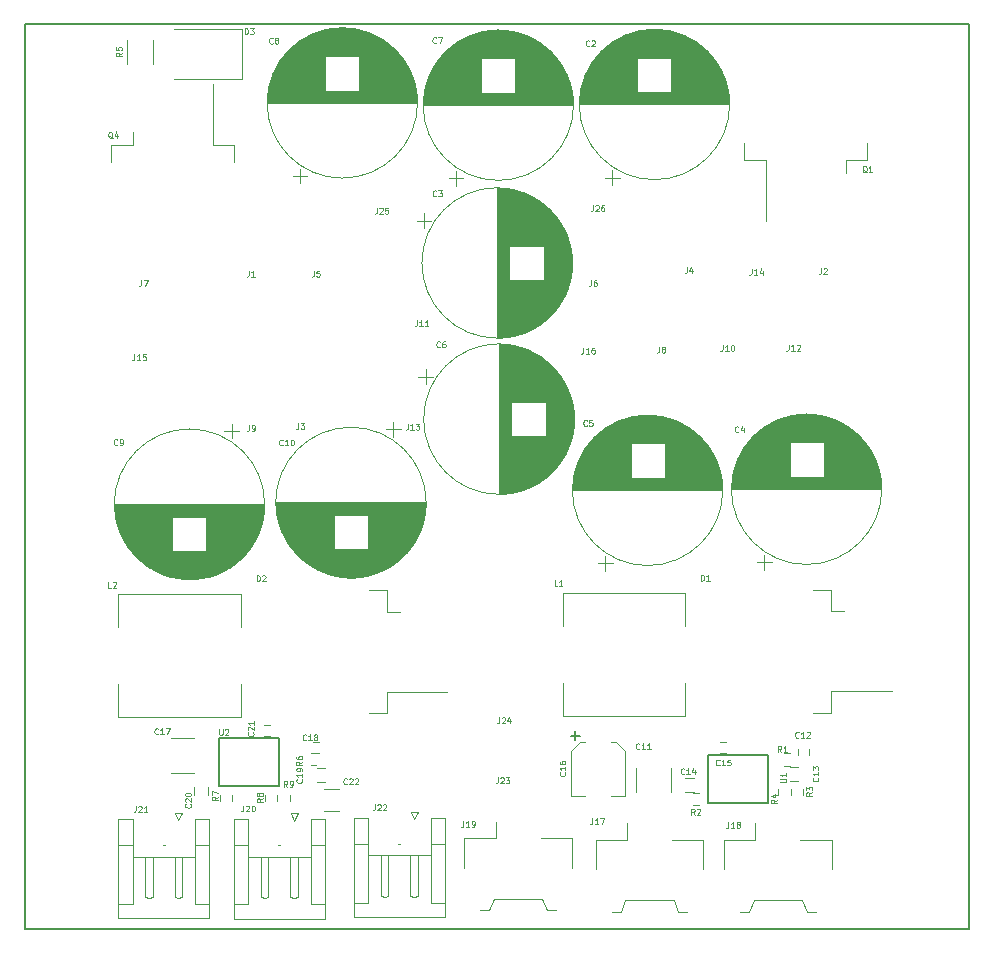
<source format=gbr>
%TF.GenerationSoftware,KiCad,Pcbnew,4.0.7*%
%TF.CreationDate,2018-04-08T16:14:44+02:00*%
%TF.ProjectId,power_board,706F7765725F626F6172642E6B696361,rev?*%
%TF.FileFunction,Legend,Top*%
%FSLAX46Y46*%
G04 Gerber Fmt 4.6, Leading zero omitted, Abs format (unit mm)*
G04 Created by KiCad (PCBNEW 4.0.7) date 04/08/18 16:14:44*
%MOMM*%
%LPD*%
G01*
G04 APERTURE LIST*
%ADD10C,0.150000*%
%ADD11C,0.120000*%
%ADD12C,0.125000*%
G04 APERTURE END LIST*
D10*
X104000000Y-119820000D02*
X184000000Y-119820000D01*
X104000000Y-43120000D02*
X184000000Y-43120000D01*
X184000000Y-43120000D02*
X184000000Y-119820000D01*
X104000000Y-43120000D02*
X104000000Y-119820000D01*
D11*
X163700000Y-49970000D02*
G75*
G03X163700000Y-49970000I-6370000J0D01*
G01*
X151000000Y-49970000D02*
X163660000Y-49970000D01*
X151000000Y-49930000D02*
X163660000Y-49930000D01*
X151000000Y-49890000D02*
X163660000Y-49890000D01*
X151001000Y-49850000D02*
X163659000Y-49850000D01*
X151002000Y-49810000D02*
X163658000Y-49810000D01*
X151003000Y-49770000D02*
X163657000Y-49770000D01*
X151004000Y-49730000D02*
X163656000Y-49730000D01*
X151006000Y-49690000D02*
X163654000Y-49690000D01*
X151008000Y-49650000D02*
X163652000Y-49650000D01*
X151010000Y-49610000D02*
X163650000Y-49610000D01*
X151012000Y-49570000D02*
X163648000Y-49570000D01*
X151015000Y-49530000D02*
X163645000Y-49530000D01*
X151018000Y-49490000D02*
X163642000Y-49490000D01*
X151021000Y-49450000D02*
X163639000Y-49450000D01*
X151024000Y-49410000D02*
X163636000Y-49410000D01*
X151028000Y-49370000D02*
X163632000Y-49370000D01*
X151032000Y-49330000D02*
X163628000Y-49330000D01*
X151036000Y-49290000D02*
X163624000Y-49290000D01*
X151040000Y-49249000D02*
X163620000Y-49249000D01*
X151045000Y-49209000D02*
X163615000Y-49209000D01*
X151050000Y-49169000D02*
X163610000Y-49169000D01*
X151055000Y-49129000D02*
X163605000Y-49129000D01*
X151061000Y-49089000D02*
X163599000Y-49089000D01*
X151066000Y-49049000D02*
X163594000Y-49049000D01*
X151072000Y-49009000D02*
X163588000Y-49009000D01*
X151078000Y-48969000D02*
X163582000Y-48969000D01*
X151085000Y-48929000D02*
X163575000Y-48929000D01*
X151092000Y-48889000D02*
X155890000Y-48889000D01*
X158770000Y-48889000D02*
X163568000Y-48889000D01*
X151099000Y-48849000D02*
X155890000Y-48849000D01*
X158770000Y-48849000D02*
X163561000Y-48849000D01*
X151106000Y-48809000D02*
X155890000Y-48809000D01*
X158770000Y-48809000D02*
X163554000Y-48809000D01*
X151114000Y-48769000D02*
X155890000Y-48769000D01*
X158770000Y-48769000D02*
X163546000Y-48769000D01*
X151121000Y-48729000D02*
X155890000Y-48729000D01*
X158770000Y-48729000D02*
X163539000Y-48729000D01*
X151129000Y-48689000D02*
X155890000Y-48689000D01*
X158770000Y-48689000D02*
X163531000Y-48689000D01*
X151138000Y-48649000D02*
X155890000Y-48649000D01*
X158770000Y-48649000D02*
X163522000Y-48649000D01*
X151146000Y-48609000D02*
X155890000Y-48609000D01*
X158770000Y-48609000D02*
X163514000Y-48609000D01*
X151155000Y-48569000D02*
X155890000Y-48569000D01*
X158770000Y-48569000D02*
X163505000Y-48569000D01*
X151164000Y-48529000D02*
X155890000Y-48529000D01*
X158770000Y-48529000D02*
X163496000Y-48529000D01*
X151174000Y-48489000D02*
X155890000Y-48489000D01*
X158770000Y-48489000D02*
X163486000Y-48489000D01*
X151184000Y-48449000D02*
X155890000Y-48449000D01*
X158770000Y-48449000D02*
X163476000Y-48449000D01*
X151193000Y-48409000D02*
X155890000Y-48409000D01*
X158770000Y-48409000D02*
X163467000Y-48409000D01*
X151204000Y-48369000D02*
X155890000Y-48369000D01*
X158770000Y-48369000D02*
X163456000Y-48369000D01*
X151214000Y-48329000D02*
X155890000Y-48329000D01*
X158770000Y-48329000D02*
X163446000Y-48329000D01*
X151225000Y-48289000D02*
X155890000Y-48289000D01*
X158770000Y-48289000D02*
X163435000Y-48289000D01*
X151236000Y-48249000D02*
X155890000Y-48249000D01*
X158770000Y-48249000D02*
X163424000Y-48249000D01*
X151247000Y-48209000D02*
X155890000Y-48209000D01*
X158770000Y-48209000D02*
X163413000Y-48209000D01*
X151259000Y-48169000D02*
X155890000Y-48169000D01*
X158770000Y-48169000D02*
X163401000Y-48169000D01*
X151271000Y-48129000D02*
X155890000Y-48129000D01*
X158770000Y-48129000D02*
X163389000Y-48129000D01*
X151283000Y-48089000D02*
X155890000Y-48089000D01*
X158770000Y-48089000D02*
X163377000Y-48089000D01*
X151296000Y-48049000D02*
X155890000Y-48049000D01*
X158770000Y-48049000D02*
X163364000Y-48049000D01*
X151309000Y-48009000D02*
X155890000Y-48009000D01*
X158770000Y-48009000D02*
X163351000Y-48009000D01*
X151322000Y-47969000D02*
X155890000Y-47969000D01*
X158770000Y-47969000D02*
X163338000Y-47969000D01*
X151335000Y-47929000D02*
X155890000Y-47929000D01*
X158770000Y-47929000D02*
X163325000Y-47929000D01*
X151349000Y-47889000D02*
X155890000Y-47889000D01*
X158770000Y-47889000D02*
X163311000Y-47889000D01*
X151363000Y-47849000D02*
X155890000Y-47849000D01*
X158770000Y-47849000D02*
X163297000Y-47849000D01*
X151377000Y-47809000D02*
X155890000Y-47809000D01*
X158770000Y-47809000D02*
X163283000Y-47809000D01*
X151391000Y-47769000D02*
X155890000Y-47769000D01*
X158770000Y-47769000D02*
X163269000Y-47769000D01*
X151406000Y-47729000D02*
X155890000Y-47729000D01*
X158770000Y-47729000D02*
X163254000Y-47729000D01*
X151422000Y-47689000D02*
X155890000Y-47689000D01*
X158770000Y-47689000D02*
X163238000Y-47689000D01*
X151437000Y-47649000D02*
X155890000Y-47649000D01*
X158770000Y-47649000D02*
X163223000Y-47649000D01*
X151453000Y-47609000D02*
X155890000Y-47609000D01*
X158770000Y-47609000D02*
X163207000Y-47609000D01*
X151469000Y-47569000D02*
X155890000Y-47569000D01*
X158770000Y-47569000D02*
X163191000Y-47569000D01*
X151485000Y-47529000D02*
X155890000Y-47529000D01*
X158770000Y-47529000D02*
X163175000Y-47529000D01*
X151502000Y-47489000D02*
X155890000Y-47489000D01*
X158770000Y-47489000D02*
X163158000Y-47489000D01*
X151519000Y-47449000D02*
X155890000Y-47449000D01*
X158770000Y-47449000D02*
X163141000Y-47449000D01*
X151537000Y-47409000D02*
X155890000Y-47409000D01*
X158770000Y-47409000D02*
X163123000Y-47409000D01*
X151554000Y-47369000D02*
X155890000Y-47369000D01*
X158770000Y-47369000D02*
X163106000Y-47369000D01*
X151572000Y-47329000D02*
X155890000Y-47329000D01*
X158770000Y-47329000D02*
X163088000Y-47329000D01*
X151591000Y-47289000D02*
X155890000Y-47289000D01*
X158770000Y-47289000D02*
X163069000Y-47289000D01*
X151609000Y-47249000D02*
X155890000Y-47249000D01*
X158770000Y-47249000D02*
X163051000Y-47249000D01*
X151628000Y-47209000D02*
X155890000Y-47209000D01*
X158770000Y-47209000D02*
X163032000Y-47209000D01*
X151648000Y-47169000D02*
X155890000Y-47169000D01*
X158770000Y-47169000D02*
X163012000Y-47169000D01*
X151668000Y-47129000D02*
X155890000Y-47129000D01*
X158770000Y-47129000D02*
X162992000Y-47129000D01*
X151688000Y-47089000D02*
X155890000Y-47089000D01*
X158770000Y-47089000D02*
X162972000Y-47089000D01*
X151708000Y-47049000D02*
X155890000Y-47049000D01*
X158770000Y-47049000D02*
X162952000Y-47049000D01*
X151729000Y-47009000D02*
X155890000Y-47009000D01*
X158770000Y-47009000D02*
X162931000Y-47009000D01*
X151750000Y-46969000D02*
X155890000Y-46969000D01*
X158770000Y-46969000D02*
X162910000Y-46969000D01*
X151772000Y-46929000D02*
X155890000Y-46929000D01*
X158770000Y-46929000D02*
X162888000Y-46929000D01*
X151794000Y-46889000D02*
X155890000Y-46889000D01*
X158770000Y-46889000D02*
X162866000Y-46889000D01*
X151816000Y-46849000D02*
X155890000Y-46849000D01*
X158770000Y-46849000D02*
X162844000Y-46849000D01*
X151839000Y-46809000D02*
X155890000Y-46809000D01*
X158770000Y-46809000D02*
X162821000Y-46809000D01*
X151862000Y-46769000D02*
X155890000Y-46769000D01*
X158770000Y-46769000D02*
X162798000Y-46769000D01*
X151885000Y-46729000D02*
X155890000Y-46729000D01*
X158770000Y-46729000D02*
X162775000Y-46729000D01*
X151909000Y-46689000D02*
X155890000Y-46689000D01*
X158770000Y-46689000D02*
X162751000Y-46689000D01*
X151933000Y-46649000D02*
X155890000Y-46649000D01*
X158770000Y-46649000D02*
X162727000Y-46649000D01*
X151958000Y-46609000D02*
X155890000Y-46609000D01*
X158770000Y-46609000D02*
X162702000Y-46609000D01*
X151983000Y-46569000D02*
X155890000Y-46569000D01*
X158770000Y-46569000D02*
X162677000Y-46569000D01*
X152008000Y-46529000D02*
X155890000Y-46529000D01*
X158770000Y-46529000D02*
X162652000Y-46529000D01*
X152034000Y-46489000D02*
X155890000Y-46489000D01*
X158770000Y-46489000D02*
X162626000Y-46489000D01*
X152060000Y-46449000D02*
X155890000Y-46449000D01*
X158770000Y-46449000D02*
X162600000Y-46449000D01*
X152087000Y-46409000D02*
X155890000Y-46409000D01*
X158770000Y-46409000D02*
X162573000Y-46409000D01*
X152114000Y-46369000D02*
X155890000Y-46369000D01*
X158770000Y-46369000D02*
X162546000Y-46369000D01*
X152142000Y-46329000D02*
X155890000Y-46329000D01*
X158770000Y-46329000D02*
X162518000Y-46329000D01*
X152170000Y-46289000D02*
X155890000Y-46289000D01*
X158770000Y-46289000D02*
X162490000Y-46289000D01*
X152199000Y-46249000D02*
X155890000Y-46249000D01*
X158770000Y-46249000D02*
X162461000Y-46249000D01*
X152228000Y-46209000D02*
X155890000Y-46209000D01*
X158770000Y-46209000D02*
X162432000Y-46209000D01*
X152257000Y-46169000D02*
X155890000Y-46169000D01*
X158770000Y-46169000D02*
X162403000Y-46169000D01*
X152287000Y-46129000D02*
X155890000Y-46129000D01*
X158770000Y-46129000D02*
X162373000Y-46129000D01*
X152318000Y-46089000D02*
X155890000Y-46089000D01*
X158770000Y-46089000D02*
X162342000Y-46089000D01*
X152348000Y-46049000D02*
X155890000Y-46049000D01*
X158770000Y-46049000D02*
X162312000Y-46049000D01*
X152380000Y-46009000D02*
X162280000Y-46009000D01*
X152412000Y-45969000D02*
X162248000Y-45969000D01*
X152445000Y-45929000D02*
X162215000Y-45929000D01*
X152478000Y-45889000D02*
X162182000Y-45889000D01*
X152511000Y-45849000D02*
X162149000Y-45849000D01*
X152545000Y-45809000D02*
X162115000Y-45809000D01*
X152580000Y-45769000D02*
X162080000Y-45769000D01*
X152616000Y-45729000D02*
X162044000Y-45729000D01*
X152652000Y-45689000D02*
X162008000Y-45689000D01*
X152688000Y-45649000D02*
X161972000Y-45649000D01*
X152725000Y-45609000D02*
X161935000Y-45609000D01*
X152763000Y-45569000D02*
X161897000Y-45569000D01*
X152802000Y-45529000D02*
X161858000Y-45529000D01*
X152841000Y-45489000D02*
X161819000Y-45489000D01*
X152881000Y-45449000D02*
X161779000Y-45449000D01*
X152922000Y-45409000D02*
X161738000Y-45409000D01*
X152963000Y-45369000D02*
X161697000Y-45369000D01*
X153005000Y-45329000D02*
X161655000Y-45329000D01*
X153048000Y-45289000D02*
X161612000Y-45289000D01*
X153092000Y-45249000D02*
X161568000Y-45249000D01*
X153136000Y-45209000D02*
X161524000Y-45209000D01*
X153182000Y-45169000D02*
X161478000Y-45169000D01*
X153228000Y-45129000D02*
X161432000Y-45129000D01*
X153275000Y-45089000D02*
X161385000Y-45089000D01*
X153323000Y-45049000D02*
X161337000Y-45049000D01*
X153373000Y-45009000D02*
X161287000Y-45009000D01*
X153423000Y-44969000D02*
X161237000Y-44969000D01*
X153474000Y-44929000D02*
X161186000Y-44929000D01*
X153526000Y-44889000D02*
X161134000Y-44889000D01*
X153580000Y-44849000D02*
X161080000Y-44849000D01*
X153634000Y-44809000D02*
X161026000Y-44809000D01*
X153690000Y-44769000D02*
X160970000Y-44769000D01*
X153747000Y-44729000D02*
X160913000Y-44729000D01*
X153806000Y-44689000D02*
X160854000Y-44689000D01*
X153866000Y-44649000D02*
X160794000Y-44649000D01*
X153928000Y-44609000D02*
X160732000Y-44609000D01*
X153991000Y-44569000D02*
X160669000Y-44569000D01*
X154055000Y-44529000D02*
X160605000Y-44529000D01*
X154122000Y-44489000D02*
X160538000Y-44489000D01*
X154190000Y-44449000D02*
X160470000Y-44449000D01*
X154261000Y-44409000D02*
X160399000Y-44409000D01*
X154334000Y-44369000D02*
X160326000Y-44369000D01*
X154409000Y-44329000D02*
X160251000Y-44329000D01*
X154486000Y-44289000D02*
X160174000Y-44289000D01*
X154566000Y-44249000D02*
X160094000Y-44249000D01*
X154649000Y-44209000D02*
X160011000Y-44209000D01*
X154736000Y-44169000D02*
X159924000Y-44169000D01*
X154826000Y-44129000D02*
X159834000Y-44129000D01*
X154920000Y-44089000D02*
X159740000Y-44089000D01*
X155018000Y-44049000D02*
X159642000Y-44049000D01*
X155121000Y-44009000D02*
X159539000Y-44009000D01*
X155230000Y-43969000D02*
X159430000Y-43969000D01*
X155346000Y-43929000D02*
X159314000Y-43929000D01*
X155469000Y-43889000D02*
X159191000Y-43889000D01*
X155602000Y-43849000D02*
X159058000Y-43849000D01*
X155747000Y-43809000D02*
X158913000Y-43809000D01*
X155908000Y-43769000D02*
X158752000Y-43769000D01*
X156089000Y-43729000D02*
X158571000Y-43729000D01*
X156302000Y-43689000D02*
X158358000Y-43689000D01*
X156573000Y-43649000D02*
X158087000Y-43649000D01*
X157013000Y-43609000D02*
X157647000Y-43609000D01*
X153755000Y-56787082D02*
X153755000Y-55537082D01*
X153130000Y-56162082D02*
X154380000Y-56162082D01*
X150380000Y-63390000D02*
G75*
G03X150380000Y-63390000I-6370000J0D01*
G01*
X144010000Y-57060000D02*
X144010000Y-69720000D01*
X144050000Y-57060000D02*
X144050000Y-69720000D01*
X144090000Y-57060000D02*
X144090000Y-69720000D01*
X144130000Y-57061000D02*
X144130000Y-69719000D01*
X144170000Y-57062000D02*
X144170000Y-69718000D01*
X144210000Y-57063000D02*
X144210000Y-69717000D01*
X144250000Y-57064000D02*
X144250000Y-69716000D01*
X144290000Y-57066000D02*
X144290000Y-69714000D01*
X144330000Y-57068000D02*
X144330000Y-69712000D01*
X144370000Y-57070000D02*
X144370000Y-69710000D01*
X144410000Y-57072000D02*
X144410000Y-69708000D01*
X144450000Y-57075000D02*
X144450000Y-69705000D01*
X144490000Y-57078000D02*
X144490000Y-69702000D01*
X144530000Y-57081000D02*
X144530000Y-69699000D01*
X144570000Y-57084000D02*
X144570000Y-69696000D01*
X144610000Y-57088000D02*
X144610000Y-69692000D01*
X144650000Y-57092000D02*
X144650000Y-69688000D01*
X144690000Y-57096000D02*
X144690000Y-69684000D01*
X144731000Y-57100000D02*
X144731000Y-69680000D01*
X144771000Y-57105000D02*
X144771000Y-69675000D01*
X144811000Y-57110000D02*
X144811000Y-69670000D01*
X144851000Y-57115000D02*
X144851000Y-69665000D01*
X144891000Y-57121000D02*
X144891000Y-69659000D01*
X144931000Y-57126000D02*
X144931000Y-69654000D01*
X144971000Y-57132000D02*
X144971000Y-69648000D01*
X145011000Y-57138000D02*
X145011000Y-69642000D01*
X145051000Y-57145000D02*
X145051000Y-69635000D01*
X145091000Y-57152000D02*
X145091000Y-61950000D01*
X145091000Y-64830000D02*
X145091000Y-69628000D01*
X145131000Y-57159000D02*
X145131000Y-61950000D01*
X145131000Y-64830000D02*
X145131000Y-69621000D01*
X145171000Y-57166000D02*
X145171000Y-61950000D01*
X145171000Y-64830000D02*
X145171000Y-69614000D01*
X145211000Y-57174000D02*
X145211000Y-61950000D01*
X145211000Y-64830000D02*
X145211000Y-69606000D01*
X145251000Y-57181000D02*
X145251000Y-61950000D01*
X145251000Y-64830000D02*
X145251000Y-69599000D01*
X145291000Y-57189000D02*
X145291000Y-61950000D01*
X145291000Y-64830000D02*
X145291000Y-69591000D01*
X145331000Y-57198000D02*
X145331000Y-61950000D01*
X145331000Y-64830000D02*
X145331000Y-69582000D01*
X145371000Y-57206000D02*
X145371000Y-61950000D01*
X145371000Y-64830000D02*
X145371000Y-69574000D01*
X145411000Y-57215000D02*
X145411000Y-61950000D01*
X145411000Y-64830000D02*
X145411000Y-69565000D01*
X145451000Y-57224000D02*
X145451000Y-61950000D01*
X145451000Y-64830000D02*
X145451000Y-69556000D01*
X145491000Y-57234000D02*
X145491000Y-61950000D01*
X145491000Y-64830000D02*
X145491000Y-69546000D01*
X145531000Y-57244000D02*
X145531000Y-61950000D01*
X145531000Y-64830000D02*
X145531000Y-69536000D01*
X145571000Y-57253000D02*
X145571000Y-61950000D01*
X145571000Y-64830000D02*
X145571000Y-69527000D01*
X145611000Y-57264000D02*
X145611000Y-61950000D01*
X145611000Y-64830000D02*
X145611000Y-69516000D01*
X145651000Y-57274000D02*
X145651000Y-61950000D01*
X145651000Y-64830000D02*
X145651000Y-69506000D01*
X145691000Y-57285000D02*
X145691000Y-61950000D01*
X145691000Y-64830000D02*
X145691000Y-69495000D01*
X145731000Y-57296000D02*
X145731000Y-61950000D01*
X145731000Y-64830000D02*
X145731000Y-69484000D01*
X145771000Y-57307000D02*
X145771000Y-61950000D01*
X145771000Y-64830000D02*
X145771000Y-69473000D01*
X145811000Y-57319000D02*
X145811000Y-61950000D01*
X145811000Y-64830000D02*
X145811000Y-69461000D01*
X145851000Y-57331000D02*
X145851000Y-61950000D01*
X145851000Y-64830000D02*
X145851000Y-69449000D01*
X145891000Y-57343000D02*
X145891000Y-61950000D01*
X145891000Y-64830000D02*
X145891000Y-69437000D01*
X145931000Y-57356000D02*
X145931000Y-61950000D01*
X145931000Y-64830000D02*
X145931000Y-69424000D01*
X145971000Y-57369000D02*
X145971000Y-61950000D01*
X145971000Y-64830000D02*
X145971000Y-69411000D01*
X146011000Y-57382000D02*
X146011000Y-61950000D01*
X146011000Y-64830000D02*
X146011000Y-69398000D01*
X146051000Y-57395000D02*
X146051000Y-61950000D01*
X146051000Y-64830000D02*
X146051000Y-69385000D01*
X146091000Y-57409000D02*
X146091000Y-61950000D01*
X146091000Y-64830000D02*
X146091000Y-69371000D01*
X146131000Y-57423000D02*
X146131000Y-61950000D01*
X146131000Y-64830000D02*
X146131000Y-69357000D01*
X146171000Y-57437000D02*
X146171000Y-61950000D01*
X146171000Y-64830000D02*
X146171000Y-69343000D01*
X146211000Y-57451000D02*
X146211000Y-61950000D01*
X146211000Y-64830000D02*
X146211000Y-69329000D01*
X146251000Y-57466000D02*
X146251000Y-61950000D01*
X146251000Y-64830000D02*
X146251000Y-69314000D01*
X146291000Y-57482000D02*
X146291000Y-61950000D01*
X146291000Y-64830000D02*
X146291000Y-69298000D01*
X146331000Y-57497000D02*
X146331000Y-61950000D01*
X146331000Y-64830000D02*
X146331000Y-69283000D01*
X146371000Y-57513000D02*
X146371000Y-61950000D01*
X146371000Y-64830000D02*
X146371000Y-69267000D01*
X146411000Y-57529000D02*
X146411000Y-61950000D01*
X146411000Y-64830000D02*
X146411000Y-69251000D01*
X146451000Y-57545000D02*
X146451000Y-61950000D01*
X146451000Y-64830000D02*
X146451000Y-69235000D01*
X146491000Y-57562000D02*
X146491000Y-61950000D01*
X146491000Y-64830000D02*
X146491000Y-69218000D01*
X146531000Y-57579000D02*
X146531000Y-61950000D01*
X146531000Y-64830000D02*
X146531000Y-69201000D01*
X146571000Y-57597000D02*
X146571000Y-61950000D01*
X146571000Y-64830000D02*
X146571000Y-69183000D01*
X146611000Y-57614000D02*
X146611000Y-61950000D01*
X146611000Y-64830000D02*
X146611000Y-69166000D01*
X146651000Y-57632000D02*
X146651000Y-61950000D01*
X146651000Y-64830000D02*
X146651000Y-69148000D01*
X146691000Y-57651000D02*
X146691000Y-61950000D01*
X146691000Y-64830000D02*
X146691000Y-69129000D01*
X146731000Y-57669000D02*
X146731000Y-61950000D01*
X146731000Y-64830000D02*
X146731000Y-69111000D01*
X146771000Y-57688000D02*
X146771000Y-61950000D01*
X146771000Y-64830000D02*
X146771000Y-69092000D01*
X146811000Y-57708000D02*
X146811000Y-61950000D01*
X146811000Y-64830000D02*
X146811000Y-69072000D01*
X146851000Y-57728000D02*
X146851000Y-61950000D01*
X146851000Y-64830000D02*
X146851000Y-69052000D01*
X146891000Y-57748000D02*
X146891000Y-61950000D01*
X146891000Y-64830000D02*
X146891000Y-69032000D01*
X146931000Y-57768000D02*
X146931000Y-61950000D01*
X146931000Y-64830000D02*
X146931000Y-69012000D01*
X146971000Y-57789000D02*
X146971000Y-61950000D01*
X146971000Y-64830000D02*
X146971000Y-68991000D01*
X147011000Y-57810000D02*
X147011000Y-61950000D01*
X147011000Y-64830000D02*
X147011000Y-68970000D01*
X147051000Y-57832000D02*
X147051000Y-61950000D01*
X147051000Y-64830000D02*
X147051000Y-68948000D01*
X147091000Y-57854000D02*
X147091000Y-61950000D01*
X147091000Y-64830000D02*
X147091000Y-68926000D01*
X147131000Y-57876000D02*
X147131000Y-61950000D01*
X147131000Y-64830000D02*
X147131000Y-68904000D01*
X147171000Y-57899000D02*
X147171000Y-61950000D01*
X147171000Y-64830000D02*
X147171000Y-68881000D01*
X147211000Y-57922000D02*
X147211000Y-61950000D01*
X147211000Y-64830000D02*
X147211000Y-68858000D01*
X147251000Y-57945000D02*
X147251000Y-61950000D01*
X147251000Y-64830000D02*
X147251000Y-68835000D01*
X147291000Y-57969000D02*
X147291000Y-61950000D01*
X147291000Y-64830000D02*
X147291000Y-68811000D01*
X147331000Y-57993000D02*
X147331000Y-61950000D01*
X147331000Y-64830000D02*
X147331000Y-68787000D01*
X147371000Y-58018000D02*
X147371000Y-61950000D01*
X147371000Y-64830000D02*
X147371000Y-68762000D01*
X147411000Y-58043000D02*
X147411000Y-61950000D01*
X147411000Y-64830000D02*
X147411000Y-68737000D01*
X147451000Y-58068000D02*
X147451000Y-61950000D01*
X147451000Y-64830000D02*
X147451000Y-68712000D01*
X147491000Y-58094000D02*
X147491000Y-61950000D01*
X147491000Y-64830000D02*
X147491000Y-68686000D01*
X147531000Y-58120000D02*
X147531000Y-61950000D01*
X147531000Y-64830000D02*
X147531000Y-68660000D01*
X147571000Y-58147000D02*
X147571000Y-61950000D01*
X147571000Y-64830000D02*
X147571000Y-68633000D01*
X147611000Y-58174000D02*
X147611000Y-61950000D01*
X147611000Y-64830000D02*
X147611000Y-68606000D01*
X147651000Y-58202000D02*
X147651000Y-61950000D01*
X147651000Y-64830000D02*
X147651000Y-68578000D01*
X147691000Y-58230000D02*
X147691000Y-61950000D01*
X147691000Y-64830000D02*
X147691000Y-68550000D01*
X147731000Y-58259000D02*
X147731000Y-61950000D01*
X147731000Y-64830000D02*
X147731000Y-68521000D01*
X147771000Y-58288000D02*
X147771000Y-61950000D01*
X147771000Y-64830000D02*
X147771000Y-68492000D01*
X147811000Y-58317000D02*
X147811000Y-61950000D01*
X147811000Y-64830000D02*
X147811000Y-68463000D01*
X147851000Y-58347000D02*
X147851000Y-61950000D01*
X147851000Y-64830000D02*
X147851000Y-68433000D01*
X147891000Y-58378000D02*
X147891000Y-61950000D01*
X147891000Y-64830000D02*
X147891000Y-68402000D01*
X147931000Y-58408000D02*
X147931000Y-61950000D01*
X147931000Y-64830000D02*
X147931000Y-68372000D01*
X147971000Y-58440000D02*
X147971000Y-68340000D01*
X148011000Y-58472000D02*
X148011000Y-68308000D01*
X148051000Y-58505000D02*
X148051000Y-68275000D01*
X148091000Y-58538000D02*
X148091000Y-68242000D01*
X148131000Y-58571000D02*
X148131000Y-68209000D01*
X148171000Y-58605000D02*
X148171000Y-68175000D01*
X148211000Y-58640000D02*
X148211000Y-68140000D01*
X148251000Y-58676000D02*
X148251000Y-68104000D01*
X148291000Y-58712000D02*
X148291000Y-68068000D01*
X148331000Y-58748000D02*
X148331000Y-68032000D01*
X148371000Y-58785000D02*
X148371000Y-67995000D01*
X148411000Y-58823000D02*
X148411000Y-67957000D01*
X148451000Y-58862000D02*
X148451000Y-67918000D01*
X148491000Y-58901000D02*
X148491000Y-67879000D01*
X148531000Y-58941000D02*
X148531000Y-67839000D01*
X148571000Y-58982000D02*
X148571000Y-67798000D01*
X148611000Y-59023000D02*
X148611000Y-67757000D01*
X148651000Y-59065000D02*
X148651000Y-67715000D01*
X148691000Y-59108000D02*
X148691000Y-67672000D01*
X148731000Y-59152000D02*
X148731000Y-67628000D01*
X148771000Y-59196000D02*
X148771000Y-67584000D01*
X148811000Y-59242000D02*
X148811000Y-67538000D01*
X148851000Y-59288000D02*
X148851000Y-67492000D01*
X148891000Y-59335000D02*
X148891000Y-67445000D01*
X148931000Y-59383000D02*
X148931000Y-67397000D01*
X148971000Y-59433000D02*
X148971000Y-67347000D01*
X149011000Y-59483000D02*
X149011000Y-67297000D01*
X149051000Y-59534000D02*
X149051000Y-67246000D01*
X149091000Y-59586000D02*
X149091000Y-67194000D01*
X149131000Y-59640000D02*
X149131000Y-67140000D01*
X149171000Y-59694000D02*
X149171000Y-67086000D01*
X149211000Y-59750000D02*
X149211000Y-67030000D01*
X149251000Y-59807000D02*
X149251000Y-66973000D01*
X149291000Y-59866000D02*
X149291000Y-66914000D01*
X149331000Y-59926000D02*
X149331000Y-66854000D01*
X149371000Y-59988000D02*
X149371000Y-66792000D01*
X149411000Y-60051000D02*
X149411000Y-66729000D01*
X149451000Y-60115000D02*
X149451000Y-66665000D01*
X149491000Y-60182000D02*
X149491000Y-66598000D01*
X149531000Y-60250000D02*
X149531000Y-66530000D01*
X149571000Y-60321000D02*
X149571000Y-66459000D01*
X149611000Y-60394000D02*
X149611000Y-66386000D01*
X149651000Y-60469000D02*
X149651000Y-66311000D01*
X149691000Y-60546000D02*
X149691000Y-66234000D01*
X149731000Y-60626000D02*
X149731000Y-66154000D01*
X149771000Y-60709000D02*
X149771000Y-66071000D01*
X149811000Y-60796000D02*
X149811000Y-65984000D01*
X149851000Y-60886000D02*
X149851000Y-65894000D01*
X149891000Y-60980000D02*
X149891000Y-65800000D01*
X149931000Y-61078000D02*
X149931000Y-65702000D01*
X149971000Y-61181000D02*
X149971000Y-65599000D01*
X150011000Y-61290000D02*
X150011000Y-65490000D01*
X150051000Y-61406000D02*
X150051000Y-65374000D01*
X150091000Y-61529000D02*
X150091000Y-65251000D01*
X150131000Y-61662000D02*
X150131000Y-65118000D01*
X150171000Y-61807000D02*
X150171000Y-64973000D01*
X150211000Y-61968000D02*
X150211000Y-64812000D01*
X150251000Y-62149000D02*
X150251000Y-64631000D01*
X150291000Y-62362000D02*
X150291000Y-64418000D01*
X150331000Y-62633000D02*
X150331000Y-64147000D01*
X150371000Y-63073000D02*
X150371000Y-63707000D01*
X137192918Y-59815000D02*
X138442918Y-59815000D01*
X137817918Y-59190000D02*
X137817918Y-60440000D01*
X176580000Y-82550000D02*
G75*
G03X176580000Y-82550000I-6370000J0D01*
G01*
X163880000Y-82550000D02*
X176540000Y-82550000D01*
X163880000Y-82510000D02*
X176540000Y-82510000D01*
X163880000Y-82470000D02*
X176540000Y-82470000D01*
X163881000Y-82430000D02*
X176539000Y-82430000D01*
X163882000Y-82390000D02*
X176538000Y-82390000D01*
X163883000Y-82350000D02*
X176537000Y-82350000D01*
X163884000Y-82310000D02*
X176536000Y-82310000D01*
X163886000Y-82270000D02*
X176534000Y-82270000D01*
X163888000Y-82230000D02*
X176532000Y-82230000D01*
X163890000Y-82190000D02*
X176530000Y-82190000D01*
X163892000Y-82150000D02*
X176528000Y-82150000D01*
X163895000Y-82110000D02*
X176525000Y-82110000D01*
X163898000Y-82070000D02*
X176522000Y-82070000D01*
X163901000Y-82030000D02*
X176519000Y-82030000D01*
X163904000Y-81990000D02*
X176516000Y-81990000D01*
X163908000Y-81950000D02*
X176512000Y-81950000D01*
X163912000Y-81910000D02*
X176508000Y-81910000D01*
X163916000Y-81870000D02*
X176504000Y-81870000D01*
X163920000Y-81829000D02*
X176500000Y-81829000D01*
X163925000Y-81789000D02*
X176495000Y-81789000D01*
X163930000Y-81749000D02*
X176490000Y-81749000D01*
X163935000Y-81709000D02*
X176485000Y-81709000D01*
X163941000Y-81669000D02*
X176479000Y-81669000D01*
X163946000Y-81629000D02*
X176474000Y-81629000D01*
X163952000Y-81589000D02*
X176468000Y-81589000D01*
X163958000Y-81549000D02*
X176462000Y-81549000D01*
X163965000Y-81509000D02*
X176455000Y-81509000D01*
X163972000Y-81469000D02*
X168770000Y-81469000D01*
X171650000Y-81469000D02*
X176448000Y-81469000D01*
X163979000Y-81429000D02*
X168770000Y-81429000D01*
X171650000Y-81429000D02*
X176441000Y-81429000D01*
X163986000Y-81389000D02*
X168770000Y-81389000D01*
X171650000Y-81389000D02*
X176434000Y-81389000D01*
X163994000Y-81349000D02*
X168770000Y-81349000D01*
X171650000Y-81349000D02*
X176426000Y-81349000D01*
X164001000Y-81309000D02*
X168770000Y-81309000D01*
X171650000Y-81309000D02*
X176419000Y-81309000D01*
X164009000Y-81269000D02*
X168770000Y-81269000D01*
X171650000Y-81269000D02*
X176411000Y-81269000D01*
X164018000Y-81229000D02*
X168770000Y-81229000D01*
X171650000Y-81229000D02*
X176402000Y-81229000D01*
X164026000Y-81189000D02*
X168770000Y-81189000D01*
X171650000Y-81189000D02*
X176394000Y-81189000D01*
X164035000Y-81149000D02*
X168770000Y-81149000D01*
X171650000Y-81149000D02*
X176385000Y-81149000D01*
X164044000Y-81109000D02*
X168770000Y-81109000D01*
X171650000Y-81109000D02*
X176376000Y-81109000D01*
X164054000Y-81069000D02*
X168770000Y-81069000D01*
X171650000Y-81069000D02*
X176366000Y-81069000D01*
X164064000Y-81029000D02*
X168770000Y-81029000D01*
X171650000Y-81029000D02*
X176356000Y-81029000D01*
X164073000Y-80989000D02*
X168770000Y-80989000D01*
X171650000Y-80989000D02*
X176347000Y-80989000D01*
X164084000Y-80949000D02*
X168770000Y-80949000D01*
X171650000Y-80949000D02*
X176336000Y-80949000D01*
X164094000Y-80909000D02*
X168770000Y-80909000D01*
X171650000Y-80909000D02*
X176326000Y-80909000D01*
X164105000Y-80869000D02*
X168770000Y-80869000D01*
X171650000Y-80869000D02*
X176315000Y-80869000D01*
X164116000Y-80829000D02*
X168770000Y-80829000D01*
X171650000Y-80829000D02*
X176304000Y-80829000D01*
X164127000Y-80789000D02*
X168770000Y-80789000D01*
X171650000Y-80789000D02*
X176293000Y-80789000D01*
X164139000Y-80749000D02*
X168770000Y-80749000D01*
X171650000Y-80749000D02*
X176281000Y-80749000D01*
X164151000Y-80709000D02*
X168770000Y-80709000D01*
X171650000Y-80709000D02*
X176269000Y-80709000D01*
X164163000Y-80669000D02*
X168770000Y-80669000D01*
X171650000Y-80669000D02*
X176257000Y-80669000D01*
X164176000Y-80629000D02*
X168770000Y-80629000D01*
X171650000Y-80629000D02*
X176244000Y-80629000D01*
X164189000Y-80589000D02*
X168770000Y-80589000D01*
X171650000Y-80589000D02*
X176231000Y-80589000D01*
X164202000Y-80549000D02*
X168770000Y-80549000D01*
X171650000Y-80549000D02*
X176218000Y-80549000D01*
X164215000Y-80509000D02*
X168770000Y-80509000D01*
X171650000Y-80509000D02*
X176205000Y-80509000D01*
X164229000Y-80469000D02*
X168770000Y-80469000D01*
X171650000Y-80469000D02*
X176191000Y-80469000D01*
X164243000Y-80429000D02*
X168770000Y-80429000D01*
X171650000Y-80429000D02*
X176177000Y-80429000D01*
X164257000Y-80389000D02*
X168770000Y-80389000D01*
X171650000Y-80389000D02*
X176163000Y-80389000D01*
X164271000Y-80349000D02*
X168770000Y-80349000D01*
X171650000Y-80349000D02*
X176149000Y-80349000D01*
X164286000Y-80309000D02*
X168770000Y-80309000D01*
X171650000Y-80309000D02*
X176134000Y-80309000D01*
X164302000Y-80269000D02*
X168770000Y-80269000D01*
X171650000Y-80269000D02*
X176118000Y-80269000D01*
X164317000Y-80229000D02*
X168770000Y-80229000D01*
X171650000Y-80229000D02*
X176103000Y-80229000D01*
X164333000Y-80189000D02*
X168770000Y-80189000D01*
X171650000Y-80189000D02*
X176087000Y-80189000D01*
X164349000Y-80149000D02*
X168770000Y-80149000D01*
X171650000Y-80149000D02*
X176071000Y-80149000D01*
X164365000Y-80109000D02*
X168770000Y-80109000D01*
X171650000Y-80109000D02*
X176055000Y-80109000D01*
X164382000Y-80069000D02*
X168770000Y-80069000D01*
X171650000Y-80069000D02*
X176038000Y-80069000D01*
X164399000Y-80029000D02*
X168770000Y-80029000D01*
X171650000Y-80029000D02*
X176021000Y-80029000D01*
X164417000Y-79989000D02*
X168770000Y-79989000D01*
X171650000Y-79989000D02*
X176003000Y-79989000D01*
X164434000Y-79949000D02*
X168770000Y-79949000D01*
X171650000Y-79949000D02*
X175986000Y-79949000D01*
X164452000Y-79909000D02*
X168770000Y-79909000D01*
X171650000Y-79909000D02*
X175968000Y-79909000D01*
X164471000Y-79869000D02*
X168770000Y-79869000D01*
X171650000Y-79869000D02*
X175949000Y-79869000D01*
X164489000Y-79829000D02*
X168770000Y-79829000D01*
X171650000Y-79829000D02*
X175931000Y-79829000D01*
X164508000Y-79789000D02*
X168770000Y-79789000D01*
X171650000Y-79789000D02*
X175912000Y-79789000D01*
X164528000Y-79749000D02*
X168770000Y-79749000D01*
X171650000Y-79749000D02*
X175892000Y-79749000D01*
X164548000Y-79709000D02*
X168770000Y-79709000D01*
X171650000Y-79709000D02*
X175872000Y-79709000D01*
X164568000Y-79669000D02*
X168770000Y-79669000D01*
X171650000Y-79669000D02*
X175852000Y-79669000D01*
X164588000Y-79629000D02*
X168770000Y-79629000D01*
X171650000Y-79629000D02*
X175832000Y-79629000D01*
X164609000Y-79589000D02*
X168770000Y-79589000D01*
X171650000Y-79589000D02*
X175811000Y-79589000D01*
X164630000Y-79549000D02*
X168770000Y-79549000D01*
X171650000Y-79549000D02*
X175790000Y-79549000D01*
X164652000Y-79509000D02*
X168770000Y-79509000D01*
X171650000Y-79509000D02*
X175768000Y-79509000D01*
X164674000Y-79469000D02*
X168770000Y-79469000D01*
X171650000Y-79469000D02*
X175746000Y-79469000D01*
X164696000Y-79429000D02*
X168770000Y-79429000D01*
X171650000Y-79429000D02*
X175724000Y-79429000D01*
X164719000Y-79389000D02*
X168770000Y-79389000D01*
X171650000Y-79389000D02*
X175701000Y-79389000D01*
X164742000Y-79349000D02*
X168770000Y-79349000D01*
X171650000Y-79349000D02*
X175678000Y-79349000D01*
X164765000Y-79309000D02*
X168770000Y-79309000D01*
X171650000Y-79309000D02*
X175655000Y-79309000D01*
X164789000Y-79269000D02*
X168770000Y-79269000D01*
X171650000Y-79269000D02*
X175631000Y-79269000D01*
X164813000Y-79229000D02*
X168770000Y-79229000D01*
X171650000Y-79229000D02*
X175607000Y-79229000D01*
X164838000Y-79189000D02*
X168770000Y-79189000D01*
X171650000Y-79189000D02*
X175582000Y-79189000D01*
X164863000Y-79149000D02*
X168770000Y-79149000D01*
X171650000Y-79149000D02*
X175557000Y-79149000D01*
X164888000Y-79109000D02*
X168770000Y-79109000D01*
X171650000Y-79109000D02*
X175532000Y-79109000D01*
X164914000Y-79069000D02*
X168770000Y-79069000D01*
X171650000Y-79069000D02*
X175506000Y-79069000D01*
X164940000Y-79029000D02*
X168770000Y-79029000D01*
X171650000Y-79029000D02*
X175480000Y-79029000D01*
X164967000Y-78989000D02*
X168770000Y-78989000D01*
X171650000Y-78989000D02*
X175453000Y-78989000D01*
X164994000Y-78949000D02*
X168770000Y-78949000D01*
X171650000Y-78949000D02*
X175426000Y-78949000D01*
X165022000Y-78909000D02*
X168770000Y-78909000D01*
X171650000Y-78909000D02*
X175398000Y-78909000D01*
X165050000Y-78869000D02*
X168770000Y-78869000D01*
X171650000Y-78869000D02*
X175370000Y-78869000D01*
X165079000Y-78829000D02*
X168770000Y-78829000D01*
X171650000Y-78829000D02*
X175341000Y-78829000D01*
X165108000Y-78789000D02*
X168770000Y-78789000D01*
X171650000Y-78789000D02*
X175312000Y-78789000D01*
X165137000Y-78749000D02*
X168770000Y-78749000D01*
X171650000Y-78749000D02*
X175283000Y-78749000D01*
X165167000Y-78709000D02*
X168770000Y-78709000D01*
X171650000Y-78709000D02*
X175253000Y-78709000D01*
X165198000Y-78669000D02*
X168770000Y-78669000D01*
X171650000Y-78669000D02*
X175222000Y-78669000D01*
X165228000Y-78629000D02*
X168770000Y-78629000D01*
X171650000Y-78629000D02*
X175192000Y-78629000D01*
X165260000Y-78589000D02*
X175160000Y-78589000D01*
X165292000Y-78549000D02*
X175128000Y-78549000D01*
X165325000Y-78509000D02*
X175095000Y-78509000D01*
X165358000Y-78469000D02*
X175062000Y-78469000D01*
X165391000Y-78429000D02*
X175029000Y-78429000D01*
X165425000Y-78389000D02*
X174995000Y-78389000D01*
X165460000Y-78349000D02*
X174960000Y-78349000D01*
X165496000Y-78309000D02*
X174924000Y-78309000D01*
X165532000Y-78269000D02*
X174888000Y-78269000D01*
X165568000Y-78229000D02*
X174852000Y-78229000D01*
X165605000Y-78189000D02*
X174815000Y-78189000D01*
X165643000Y-78149000D02*
X174777000Y-78149000D01*
X165682000Y-78109000D02*
X174738000Y-78109000D01*
X165721000Y-78069000D02*
X174699000Y-78069000D01*
X165761000Y-78029000D02*
X174659000Y-78029000D01*
X165802000Y-77989000D02*
X174618000Y-77989000D01*
X165843000Y-77949000D02*
X174577000Y-77949000D01*
X165885000Y-77909000D02*
X174535000Y-77909000D01*
X165928000Y-77869000D02*
X174492000Y-77869000D01*
X165972000Y-77829000D02*
X174448000Y-77829000D01*
X166016000Y-77789000D02*
X174404000Y-77789000D01*
X166062000Y-77749000D02*
X174358000Y-77749000D01*
X166108000Y-77709000D02*
X174312000Y-77709000D01*
X166155000Y-77669000D02*
X174265000Y-77669000D01*
X166203000Y-77629000D02*
X174217000Y-77629000D01*
X166253000Y-77589000D02*
X174167000Y-77589000D01*
X166303000Y-77549000D02*
X174117000Y-77549000D01*
X166354000Y-77509000D02*
X174066000Y-77509000D01*
X166406000Y-77469000D02*
X174014000Y-77469000D01*
X166460000Y-77429000D02*
X173960000Y-77429000D01*
X166514000Y-77389000D02*
X173906000Y-77389000D01*
X166570000Y-77349000D02*
X173850000Y-77349000D01*
X166627000Y-77309000D02*
X173793000Y-77309000D01*
X166686000Y-77269000D02*
X173734000Y-77269000D01*
X166746000Y-77229000D02*
X173674000Y-77229000D01*
X166808000Y-77189000D02*
X173612000Y-77189000D01*
X166871000Y-77149000D02*
X173549000Y-77149000D01*
X166935000Y-77109000D02*
X173485000Y-77109000D01*
X167002000Y-77069000D02*
X173418000Y-77069000D01*
X167070000Y-77029000D02*
X173350000Y-77029000D01*
X167141000Y-76989000D02*
X173279000Y-76989000D01*
X167214000Y-76949000D02*
X173206000Y-76949000D01*
X167289000Y-76909000D02*
X173131000Y-76909000D01*
X167366000Y-76869000D02*
X173054000Y-76869000D01*
X167446000Y-76829000D02*
X172974000Y-76829000D01*
X167529000Y-76789000D02*
X172891000Y-76789000D01*
X167616000Y-76749000D02*
X172804000Y-76749000D01*
X167706000Y-76709000D02*
X172714000Y-76709000D01*
X167800000Y-76669000D02*
X172620000Y-76669000D01*
X167898000Y-76629000D02*
X172522000Y-76629000D01*
X168001000Y-76589000D02*
X172419000Y-76589000D01*
X168110000Y-76549000D02*
X172310000Y-76549000D01*
X168226000Y-76509000D02*
X172194000Y-76509000D01*
X168349000Y-76469000D02*
X172071000Y-76469000D01*
X168482000Y-76429000D02*
X171938000Y-76429000D01*
X168627000Y-76389000D02*
X171793000Y-76389000D01*
X168788000Y-76349000D02*
X171632000Y-76349000D01*
X168969000Y-76309000D02*
X171451000Y-76309000D01*
X169182000Y-76269000D02*
X171238000Y-76269000D01*
X169453000Y-76229000D02*
X170967000Y-76229000D01*
X169893000Y-76189000D02*
X170527000Y-76189000D01*
X166635000Y-89367082D02*
X166635000Y-88117082D01*
X166010000Y-88742082D02*
X167260000Y-88742082D01*
X163120000Y-82640000D02*
G75*
G03X163120000Y-82640000I-6370000J0D01*
G01*
X150420000Y-82640000D02*
X163080000Y-82640000D01*
X150420000Y-82600000D02*
X163080000Y-82600000D01*
X150420000Y-82560000D02*
X163080000Y-82560000D01*
X150421000Y-82520000D02*
X163079000Y-82520000D01*
X150422000Y-82480000D02*
X163078000Y-82480000D01*
X150423000Y-82440000D02*
X163077000Y-82440000D01*
X150424000Y-82400000D02*
X163076000Y-82400000D01*
X150426000Y-82360000D02*
X163074000Y-82360000D01*
X150428000Y-82320000D02*
X163072000Y-82320000D01*
X150430000Y-82280000D02*
X163070000Y-82280000D01*
X150432000Y-82240000D02*
X163068000Y-82240000D01*
X150435000Y-82200000D02*
X163065000Y-82200000D01*
X150438000Y-82160000D02*
X163062000Y-82160000D01*
X150441000Y-82120000D02*
X163059000Y-82120000D01*
X150444000Y-82080000D02*
X163056000Y-82080000D01*
X150448000Y-82040000D02*
X163052000Y-82040000D01*
X150452000Y-82000000D02*
X163048000Y-82000000D01*
X150456000Y-81960000D02*
X163044000Y-81960000D01*
X150460000Y-81919000D02*
X163040000Y-81919000D01*
X150465000Y-81879000D02*
X163035000Y-81879000D01*
X150470000Y-81839000D02*
X163030000Y-81839000D01*
X150475000Y-81799000D02*
X163025000Y-81799000D01*
X150481000Y-81759000D02*
X163019000Y-81759000D01*
X150486000Y-81719000D02*
X163014000Y-81719000D01*
X150492000Y-81679000D02*
X163008000Y-81679000D01*
X150498000Y-81639000D02*
X163002000Y-81639000D01*
X150505000Y-81599000D02*
X162995000Y-81599000D01*
X150512000Y-81559000D02*
X155310000Y-81559000D01*
X158190000Y-81559000D02*
X162988000Y-81559000D01*
X150519000Y-81519000D02*
X155310000Y-81519000D01*
X158190000Y-81519000D02*
X162981000Y-81519000D01*
X150526000Y-81479000D02*
X155310000Y-81479000D01*
X158190000Y-81479000D02*
X162974000Y-81479000D01*
X150534000Y-81439000D02*
X155310000Y-81439000D01*
X158190000Y-81439000D02*
X162966000Y-81439000D01*
X150541000Y-81399000D02*
X155310000Y-81399000D01*
X158190000Y-81399000D02*
X162959000Y-81399000D01*
X150549000Y-81359000D02*
X155310000Y-81359000D01*
X158190000Y-81359000D02*
X162951000Y-81359000D01*
X150558000Y-81319000D02*
X155310000Y-81319000D01*
X158190000Y-81319000D02*
X162942000Y-81319000D01*
X150566000Y-81279000D02*
X155310000Y-81279000D01*
X158190000Y-81279000D02*
X162934000Y-81279000D01*
X150575000Y-81239000D02*
X155310000Y-81239000D01*
X158190000Y-81239000D02*
X162925000Y-81239000D01*
X150584000Y-81199000D02*
X155310000Y-81199000D01*
X158190000Y-81199000D02*
X162916000Y-81199000D01*
X150594000Y-81159000D02*
X155310000Y-81159000D01*
X158190000Y-81159000D02*
X162906000Y-81159000D01*
X150604000Y-81119000D02*
X155310000Y-81119000D01*
X158190000Y-81119000D02*
X162896000Y-81119000D01*
X150613000Y-81079000D02*
X155310000Y-81079000D01*
X158190000Y-81079000D02*
X162887000Y-81079000D01*
X150624000Y-81039000D02*
X155310000Y-81039000D01*
X158190000Y-81039000D02*
X162876000Y-81039000D01*
X150634000Y-80999000D02*
X155310000Y-80999000D01*
X158190000Y-80999000D02*
X162866000Y-80999000D01*
X150645000Y-80959000D02*
X155310000Y-80959000D01*
X158190000Y-80959000D02*
X162855000Y-80959000D01*
X150656000Y-80919000D02*
X155310000Y-80919000D01*
X158190000Y-80919000D02*
X162844000Y-80919000D01*
X150667000Y-80879000D02*
X155310000Y-80879000D01*
X158190000Y-80879000D02*
X162833000Y-80879000D01*
X150679000Y-80839000D02*
X155310000Y-80839000D01*
X158190000Y-80839000D02*
X162821000Y-80839000D01*
X150691000Y-80799000D02*
X155310000Y-80799000D01*
X158190000Y-80799000D02*
X162809000Y-80799000D01*
X150703000Y-80759000D02*
X155310000Y-80759000D01*
X158190000Y-80759000D02*
X162797000Y-80759000D01*
X150716000Y-80719000D02*
X155310000Y-80719000D01*
X158190000Y-80719000D02*
X162784000Y-80719000D01*
X150729000Y-80679000D02*
X155310000Y-80679000D01*
X158190000Y-80679000D02*
X162771000Y-80679000D01*
X150742000Y-80639000D02*
X155310000Y-80639000D01*
X158190000Y-80639000D02*
X162758000Y-80639000D01*
X150755000Y-80599000D02*
X155310000Y-80599000D01*
X158190000Y-80599000D02*
X162745000Y-80599000D01*
X150769000Y-80559000D02*
X155310000Y-80559000D01*
X158190000Y-80559000D02*
X162731000Y-80559000D01*
X150783000Y-80519000D02*
X155310000Y-80519000D01*
X158190000Y-80519000D02*
X162717000Y-80519000D01*
X150797000Y-80479000D02*
X155310000Y-80479000D01*
X158190000Y-80479000D02*
X162703000Y-80479000D01*
X150811000Y-80439000D02*
X155310000Y-80439000D01*
X158190000Y-80439000D02*
X162689000Y-80439000D01*
X150826000Y-80399000D02*
X155310000Y-80399000D01*
X158190000Y-80399000D02*
X162674000Y-80399000D01*
X150842000Y-80359000D02*
X155310000Y-80359000D01*
X158190000Y-80359000D02*
X162658000Y-80359000D01*
X150857000Y-80319000D02*
X155310000Y-80319000D01*
X158190000Y-80319000D02*
X162643000Y-80319000D01*
X150873000Y-80279000D02*
X155310000Y-80279000D01*
X158190000Y-80279000D02*
X162627000Y-80279000D01*
X150889000Y-80239000D02*
X155310000Y-80239000D01*
X158190000Y-80239000D02*
X162611000Y-80239000D01*
X150905000Y-80199000D02*
X155310000Y-80199000D01*
X158190000Y-80199000D02*
X162595000Y-80199000D01*
X150922000Y-80159000D02*
X155310000Y-80159000D01*
X158190000Y-80159000D02*
X162578000Y-80159000D01*
X150939000Y-80119000D02*
X155310000Y-80119000D01*
X158190000Y-80119000D02*
X162561000Y-80119000D01*
X150957000Y-80079000D02*
X155310000Y-80079000D01*
X158190000Y-80079000D02*
X162543000Y-80079000D01*
X150974000Y-80039000D02*
X155310000Y-80039000D01*
X158190000Y-80039000D02*
X162526000Y-80039000D01*
X150992000Y-79999000D02*
X155310000Y-79999000D01*
X158190000Y-79999000D02*
X162508000Y-79999000D01*
X151011000Y-79959000D02*
X155310000Y-79959000D01*
X158190000Y-79959000D02*
X162489000Y-79959000D01*
X151029000Y-79919000D02*
X155310000Y-79919000D01*
X158190000Y-79919000D02*
X162471000Y-79919000D01*
X151048000Y-79879000D02*
X155310000Y-79879000D01*
X158190000Y-79879000D02*
X162452000Y-79879000D01*
X151068000Y-79839000D02*
X155310000Y-79839000D01*
X158190000Y-79839000D02*
X162432000Y-79839000D01*
X151088000Y-79799000D02*
X155310000Y-79799000D01*
X158190000Y-79799000D02*
X162412000Y-79799000D01*
X151108000Y-79759000D02*
X155310000Y-79759000D01*
X158190000Y-79759000D02*
X162392000Y-79759000D01*
X151128000Y-79719000D02*
X155310000Y-79719000D01*
X158190000Y-79719000D02*
X162372000Y-79719000D01*
X151149000Y-79679000D02*
X155310000Y-79679000D01*
X158190000Y-79679000D02*
X162351000Y-79679000D01*
X151170000Y-79639000D02*
X155310000Y-79639000D01*
X158190000Y-79639000D02*
X162330000Y-79639000D01*
X151192000Y-79599000D02*
X155310000Y-79599000D01*
X158190000Y-79599000D02*
X162308000Y-79599000D01*
X151214000Y-79559000D02*
X155310000Y-79559000D01*
X158190000Y-79559000D02*
X162286000Y-79559000D01*
X151236000Y-79519000D02*
X155310000Y-79519000D01*
X158190000Y-79519000D02*
X162264000Y-79519000D01*
X151259000Y-79479000D02*
X155310000Y-79479000D01*
X158190000Y-79479000D02*
X162241000Y-79479000D01*
X151282000Y-79439000D02*
X155310000Y-79439000D01*
X158190000Y-79439000D02*
X162218000Y-79439000D01*
X151305000Y-79399000D02*
X155310000Y-79399000D01*
X158190000Y-79399000D02*
X162195000Y-79399000D01*
X151329000Y-79359000D02*
X155310000Y-79359000D01*
X158190000Y-79359000D02*
X162171000Y-79359000D01*
X151353000Y-79319000D02*
X155310000Y-79319000D01*
X158190000Y-79319000D02*
X162147000Y-79319000D01*
X151378000Y-79279000D02*
X155310000Y-79279000D01*
X158190000Y-79279000D02*
X162122000Y-79279000D01*
X151403000Y-79239000D02*
X155310000Y-79239000D01*
X158190000Y-79239000D02*
X162097000Y-79239000D01*
X151428000Y-79199000D02*
X155310000Y-79199000D01*
X158190000Y-79199000D02*
X162072000Y-79199000D01*
X151454000Y-79159000D02*
X155310000Y-79159000D01*
X158190000Y-79159000D02*
X162046000Y-79159000D01*
X151480000Y-79119000D02*
X155310000Y-79119000D01*
X158190000Y-79119000D02*
X162020000Y-79119000D01*
X151507000Y-79079000D02*
X155310000Y-79079000D01*
X158190000Y-79079000D02*
X161993000Y-79079000D01*
X151534000Y-79039000D02*
X155310000Y-79039000D01*
X158190000Y-79039000D02*
X161966000Y-79039000D01*
X151562000Y-78999000D02*
X155310000Y-78999000D01*
X158190000Y-78999000D02*
X161938000Y-78999000D01*
X151590000Y-78959000D02*
X155310000Y-78959000D01*
X158190000Y-78959000D02*
X161910000Y-78959000D01*
X151619000Y-78919000D02*
X155310000Y-78919000D01*
X158190000Y-78919000D02*
X161881000Y-78919000D01*
X151648000Y-78879000D02*
X155310000Y-78879000D01*
X158190000Y-78879000D02*
X161852000Y-78879000D01*
X151677000Y-78839000D02*
X155310000Y-78839000D01*
X158190000Y-78839000D02*
X161823000Y-78839000D01*
X151707000Y-78799000D02*
X155310000Y-78799000D01*
X158190000Y-78799000D02*
X161793000Y-78799000D01*
X151738000Y-78759000D02*
X155310000Y-78759000D01*
X158190000Y-78759000D02*
X161762000Y-78759000D01*
X151768000Y-78719000D02*
X155310000Y-78719000D01*
X158190000Y-78719000D02*
X161732000Y-78719000D01*
X151800000Y-78679000D02*
X161700000Y-78679000D01*
X151832000Y-78639000D02*
X161668000Y-78639000D01*
X151865000Y-78599000D02*
X161635000Y-78599000D01*
X151898000Y-78559000D02*
X161602000Y-78559000D01*
X151931000Y-78519000D02*
X161569000Y-78519000D01*
X151965000Y-78479000D02*
X161535000Y-78479000D01*
X152000000Y-78439000D02*
X161500000Y-78439000D01*
X152036000Y-78399000D02*
X161464000Y-78399000D01*
X152072000Y-78359000D02*
X161428000Y-78359000D01*
X152108000Y-78319000D02*
X161392000Y-78319000D01*
X152145000Y-78279000D02*
X161355000Y-78279000D01*
X152183000Y-78239000D02*
X161317000Y-78239000D01*
X152222000Y-78199000D02*
X161278000Y-78199000D01*
X152261000Y-78159000D02*
X161239000Y-78159000D01*
X152301000Y-78119000D02*
X161199000Y-78119000D01*
X152342000Y-78079000D02*
X161158000Y-78079000D01*
X152383000Y-78039000D02*
X161117000Y-78039000D01*
X152425000Y-77999000D02*
X161075000Y-77999000D01*
X152468000Y-77959000D02*
X161032000Y-77959000D01*
X152512000Y-77919000D02*
X160988000Y-77919000D01*
X152556000Y-77879000D02*
X160944000Y-77879000D01*
X152602000Y-77839000D02*
X160898000Y-77839000D01*
X152648000Y-77799000D02*
X160852000Y-77799000D01*
X152695000Y-77759000D02*
X160805000Y-77759000D01*
X152743000Y-77719000D02*
X160757000Y-77719000D01*
X152793000Y-77679000D02*
X160707000Y-77679000D01*
X152843000Y-77639000D02*
X160657000Y-77639000D01*
X152894000Y-77599000D02*
X160606000Y-77599000D01*
X152946000Y-77559000D02*
X160554000Y-77559000D01*
X153000000Y-77519000D02*
X160500000Y-77519000D01*
X153054000Y-77479000D02*
X160446000Y-77479000D01*
X153110000Y-77439000D02*
X160390000Y-77439000D01*
X153167000Y-77399000D02*
X160333000Y-77399000D01*
X153226000Y-77359000D02*
X160274000Y-77359000D01*
X153286000Y-77319000D02*
X160214000Y-77319000D01*
X153348000Y-77279000D02*
X160152000Y-77279000D01*
X153411000Y-77239000D02*
X160089000Y-77239000D01*
X153475000Y-77199000D02*
X160025000Y-77199000D01*
X153542000Y-77159000D02*
X159958000Y-77159000D01*
X153610000Y-77119000D02*
X159890000Y-77119000D01*
X153681000Y-77079000D02*
X159819000Y-77079000D01*
X153754000Y-77039000D02*
X159746000Y-77039000D01*
X153829000Y-76999000D02*
X159671000Y-76999000D01*
X153906000Y-76959000D02*
X159594000Y-76959000D01*
X153986000Y-76919000D02*
X159514000Y-76919000D01*
X154069000Y-76879000D02*
X159431000Y-76879000D01*
X154156000Y-76839000D02*
X159344000Y-76839000D01*
X154246000Y-76799000D02*
X159254000Y-76799000D01*
X154340000Y-76759000D02*
X159160000Y-76759000D01*
X154438000Y-76719000D02*
X159062000Y-76719000D01*
X154541000Y-76679000D02*
X158959000Y-76679000D01*
X154650000Y-76639000D02*
X158850000Y-76639000D01*
X154766000Y-76599000D02*
X158734000Y-76599000D01*
X154889000Y-76559000D02*
X158611000Y-76559000D01*
X155022000Y-76519000D02*
X158478000Y-76519000D01*
X155167000Y-76479000D02*
X158333000Y-76479000D01*
X155328000Y-76439000D02*
X158172000Y-76439000D01*
X155509000Y-76399000D02*
X157991000Y-76399000D01*
X155722000Y-76359000D02*
X157778000Y-76359000D01*
X155993000Y-76319000D02*
X157507000Y-76319000D01*
X156433000Y-76279000D02*
X157067000Y-76279000D01*
X153175000Y-89457082D02*
X153175000Y-88207082D01*
X152550000Y-88832082D02*
X153800000Y-88832082D01*
X150530000Y-76610000D02*
G75*
G03X150530000Y-76610000I-6370000J0D01*
G01*
X144160000Y-70280000D02*
X144160000Y-82940000D01*
X144200000Y-70280000D02*
X144200000Y-82940000D01*
X144240000Y-70280000D02*
X144240000Y-82940000D01*
X144280000Y-70281000D02*
X144280000Y-82939000D01*
X144320000Y-70282000D02*
X144320000Y-82938000D01*
X144360000Y-70283000D02*
X144360000Y-82937000D01*
X144400000Y-70284000D02*
X144400000Y-82936000D01*
X144440000Y-70286000D02*
X144440000Y-82934000D01*
X144480000Y-70288000D02*
X144480000Y-82932000D01*
X144520000Y-70290000D02*
X144520000Y-82930000D01*
X144560000Y-70292000D02*
X144560000Y-82928000D01*
X144600000Y-70295000D02*
X144600000Y-82925000D01*
X144640000Y-70298000D02*
X144640000Y-82922000D01*
X144680000Y-70301000D02*
X144680000Y-82919000D01*
X144720000Y-70304000D02*
X144720000Y-82916000D01*
X144760000Y-70308000D02*
X144760000Y-82912000D01*
X144800000Y-70312000D02*
X144800000Y-82908000D01*
X144840000Y-70316000D02*
X144840000Y-82904000D01*
X144881000Y-70320000D02*
X144881000Y-82900000D01*
X144921000Y-70325000D02*
X144921000Y-82895000D01*
X144961000Y-70330000D02*
X144961000Y-82890000D01*
X145001000Y-70335000D02*
X145001000Y-82885000D01*
X145041000Y-70341000D02*
X145041000Y-82879000D01*
X145081000Y-70346000D02*
X145081000Y-82874000D01*
X145121000Y-70352000D02*
X145121000Y-82868000D01*
X145161000Y-70358000D02*
X145161000Y-82862000D01*
X145201000Y-70365000D02*
X145201000Y-82855000D01*
X145241000Y-70372000D02*
X145241000Y-75170000D01*
X145241000Y-78050000D02*
X145241000Y-82848000D01*
X145281000Y-70379000D02*
X145281000Y-75170000D01*
X145281000Y-78050000D02*
X145281000Y-82841000D01*
X145321000Y-70386000D02*
X145321000Y-75170000D01*
X145321000Y-78050000D02*
X145321000Y-82834000D01*
X145361000Y-70394000D02*
X145361000Y-75170000D01*
X145361000Y-78050000D02*
X145361000Y-82826000D01*
X145401000Y-70401000D02*
X145401000Y-75170000D01*
X145401000Y-78050000D02*
X145401000Y-82819000D01*
X145441000Y-70409000D02*
X145441000Y-75170000D01*
X145441000Y-78050000D02*
X145441000Y-82811000D01*
X145481000Y-70418000D02*
X145481000Y-75170000D01*
X145481000Y-78050000D02*
X145481000Y-82802000D01*
X145521000Y-70426000D02*
X145521000Y-75170000D01*
X145521000Y-78050000D02*
X145521000Y-82794000D01*
X145561000Y-70435000D02*
X145561000Y-75170000D01*
X145561000Y-78050000D02*
X145561000Y-82785000D01*
X145601000Y-70444000D02*
X145601000Y-75170000D01*
X145601000Y-78050000D02*
X145601000Y-82776000D01*
X145641000Y-70454000D02*
X145641000Y-75170000D01*
X145641000Y-78050000D02*
X145641000Y-82766000D01*
X145681000Y-70464000D02*
X145681000Y-75170000D01*
X145681000Y-78050000D02*
X145681000Y-82756000D01*
X145721000Y-70473000D02*
X145721000Y-75170000D01*
X145721000Y-78050000D02*
X145721000Y-82747000D01*
X145761000Y-70484000D02*
X145761000Y-75170000D01*
X145761000Y-78050000D02*
X145761000Y-82736000D01*
X145801000Y-70494000D02*
X145801000Y-75170000D01*
X145801000Y-78050000D02*
X145801000Y-82726000D01*
X145841000Y-70505000D02*
X145841000Y-75170000D01*
X145841000Y-78050000D02*
X145841000Y-82715000D01*
X145881000Y-70516000D02*
X145881000Y-75170000D01*
X145881000Y-78050000D02*
X145881000Y-82704000D01*
X145921000Y-70527000D02*
X145921000Y-75170000D01*
X145921000Y-78050000D02*
X145921000Y-82693000D01*
X145961000Y-70539000D02*
X145961000Y-75170000D01*
X145961000Y-78050000D02*
X145961000Y-82681000D01*
X146001000Y-70551000D02*
X146001000Y-75170000D01*
X146001000Y-78050000D02*
X146001000Y-82669000D01*
X146041000Y-70563000D02*
X146041000Y-75170000D01*
X146041000Y-78050000D02*
X146041000Y-82657000D01*
X146081000Y-70576000D02*
X146081000Y-75170000D01*
X146081000Y-78050000D02*
X146081000Y-82644000D01*
X146121000Y-70589000D02*
X146121000Y-75170000D01*
X146121000Y-78050000D02*
X146121000Y-82631000D01*
X146161000Y-70602000D02*
X146161000Y-75170000D01*
X146161000Y-78050000D02*
X146161000Y-82618000D01*
X146201000Y-70615000D02*
X146201000Y-75170000D01*
X146201000Y-78050000D02*
X146201000Y-82605000D01*
X146241000Y-70629000D02*
X146241000Y-75170000D01*
X146241000Y-78050000D02*
X146241000Y-82591000D01*
X146281000Y-70643000D02*
X146281000Y-75170000D01*
X146281000Y-78050000D02*
X146281000Y-82577000D01*
X146321000Y-70657000D02*
X146321000Y-75170000D01*
X146321000Y-78050000D02*
X146321000Y-82563000D01*
X146361000Y-70671000D02*
X146361000Y-75170000D01*
X146361000Y-78050000D02*
X146361000Y-82549000D01*
X146401000Y-70686000D02*
X146401000Y-75170000D01*
X146401000Y-78050000D02*
X146401000Y-82534000D01*
X146441000Y-70702000D02*
X146441000Y-75170000D01*
X146441000Y-78050000D02*
X146441000Y-82518000D01*
X146481000Y-70717000D02*
X146481000Y-75170000D01*
X146481000Y-78050000D02*
X146481000Y-82503000D01*
X146521000Y-70733000D02*
X146521000Y-75170000D01*
X146521000Y-78050000D02*
X146521000Y-82487000D01*
X146561000Y-70749000D02*
X146561000Y-75170000D01*
X146561000Y-78050000D02*
X146561000Y-82471000D01*
X146601000Y-70765000D02*
X146601000Y-75170000D01*
X146601000Y-78050000D02*
X146601000Y-82455000D01*
X146641000Y-70782000D02*
X146641000Y-75170000D01*
X146641000Y-78050000D02*
X146641000Y-82438000D01*
X146681000Y-70799000D02*
X146681000Y-75170000D01*
X146681000Y-78050000D02*
X146681000Y-82421000D01*
X146721000Y-70817000D02*
X146721000Y-75170000D01*
X146721000Y-78050000D02*
X146721000Y-82403000D01*
X146761000Y-70834000D02*
X146761000Y-75170000D01*
X146761000Y-78050000D02*
X146761000Y-82386000D01*
X146801000Y-70852000D02*
X146801000Y-75170000D01*
X146801000Y-78050000D02*
X146801000Y-82368000D01*
X146841000Y-70871000D02*
X146841000Y-75170000D01*
X146841000Y-78050000D02*
X146841000Y-82349000D01*
X146881000Y-70889000D02*
X146881000Y-75170000D01*
X146881000Y-78050000D02*
X146881000Y-82331000D01*
X146921000Y-70908000D02*
X146921000Y-75170000D01*
X146921000Y-78050000D02*
X146921000Y-82312000D01*
X146961000Y-70928000D02*
X146961000Y-75170000D01*
X146961000Y-78050000D02*
X146961000Y-82292000D01*
X147001000Y-70948000D02*
X147001000Y-75170000D01*
X147001000Y-78050000D02*
X147001000Y-82272000D01*
X147041000Y-70968000D02*
X147041000Y-75170000D01*
X147041000Y-78050000D02*
X147041000Y-82252000D01*
X147081000Y-70988000D02*
X147081000Y-75170000D01*
X147081000Y-78050000D02*
X147081000Y-82232000D01*
X147121000Y-71009000D02*
X147121000Y-75170000D01*
X147121000Y-78050000D02*
X147121000Y-82211000D01*
X147161000Y-71030000D02*
X147161000Y-75170000D01*
X147161000Y-78050000D02*
X147161000Y-82190000D01*
X147201000Y-71052000D02*
X147201000Y-75170000D01*
X147201000Y-78050000D02*
X147201000Y-82168000D01*
X147241000Y-71074000D02*
X147241000Y-75170000D01*
X147241000Y-78050000D02*
X147241000Y-82146000D01*
X147281000Y-71096000D02*
X147281000Y-75170000D01*
X147281000Y-78050000D02*
X147281000Y-82124000D01*
X147321000Y-71119000D02*
X147321000Y-75170000D01*
X147321000Y-78050000D02*
X147321000Y-82101000D01*
X147361000Y-71142000D02*
X147361000Y-75170000D01*
X147361000Y-78050000D02*
X147361000Y-82078000D01*
X147401000Y-71165000D02*
X147401000Y-75170000D01*
X147401000Y-78050000D02*
X147401000Y-82055000D01*
X147441000Y-71189000D02*
X147441000Y-75170000D01*
X147441000Y-78050000D02*
X147441000Y-82031000D01*
X147481000Y-71213000D02*
X147481000Y-75170000D01*
X147481000Y-78050000D02*
X147481000Y-82007000D01*
X147521000Y-71238000D02*
X147521000Y-75170000D01*
X147521000Y-78050000D02*
X147521000Y-81982000D01*
X147561000Y-71263000D02*
X147561000Y-75170000D01*
X147561000Y-78050000D02*
X147561000Y-81957000D01*
X147601000Y-71288000D02*
X147601000Y-75170000D01*
X147601000Y-78050000D02*
X147601000Y-81932000D01*
X147641000Y-71314000D02*
X147641000Y-75170000D01*
X147641000Y-78050000D02*
X147641000Y-81906000D01*
X147681000Y-71340000D02*
X147681000Y-75170000D01*
X147681000Y-78050000D02*
X147681000Y-81880000D01*
X147721000Y-71367000D02*
X147721000Y-75170000D01*
X147721000Y-78050000D02*
X147721000Y-81853000D01*
X147761000Y-71394000D02*
X147761000Y-75170000D01*
X147761000Y-78050000D02*
X147761000Y-81826000D01*
X147801000Y-71422000D02*
X147801000Y-75170000D01*
X147801000Y-78050000D02*
X147801000Y-81798000D01*
X147841000Y-71450000D02*
X147841000Y-75170000D01*
X147841000Y-78050000D02*
X147841000Y-81770000D01*
X147881000Y-71479000D02*
X147881000Y-75170000D01*
X147881000Y-78050000D02*
X147881000Y-81741000D01*
X147921000Y-71508000D02*
X147921000Y-75170000D01*
X147921000Y-78050000D02*
X147921000Y-81712000D01*
X147961000Y-71537000D02*
X147961000Y-75170000D01*
X147961000Y-78050000D02*
X147961000Y-81683000D01*
X148001000Y-71567000D02*
X148001000Y-75170000D01*
X148001000Y-78050000D02*
X148001000Y-81653000D01*
X148041000Y-71598000D02*
X148041000Y-75170000D01*
X148041000Y-78050000D02*
X148041000Y-81622000D01*
X148081000Y-71628000D02*
X148081000Y-75170000D01*
X148081000Y-78050000D02*
X148081000Y-81592000D01*
X148121000Y-71660000D02*
X148121000Y-81560000D01*
X148161000Y-71692000D02*
X148161000Y-81528000D01*
X148201000Y-71725000D02*
X148201000Y-81495000D01*
X148241000Y-71758000D02*
X148241000Y-81462000D01*
X148281000Y-71791000D02*
X148281000Y-81429000D01*
X148321000Y-71825000D02*
X148321000Y-81395000D01*
X148361000Y-71860000D02*
X148361000Y-81360000D01*
X148401000Y-71896000D02*
X148401000Y-81324000D01*
X148441000Y-71932000D02*
X148441000Y-81288000D01*
X148481000Y-71968000D02*
X148481000Y-81252000D01*
X148521000Y-72005000D02*
X148521000Y-81215000D01*
X148561000Y-72043000D02*
X148561000Y-81177000D01*
X148601000Y-72082000D02*
X148601000Y-81138000D01*
X148641000Y-72121000D02*
X148641000Y-81099000D01*
X148681000Y-72161000D02*
X148681000Y-81059000D01*
X148721000Y-72202000D02*
X148721000Y-81018000D01*
X148761000Y-72243000D02*
X148761000Y-80977000D01*
X148801000Y-72285000D02*
X148801000Y-80935000D01*
X148841000Y-72328000D02*
X148841000Y-80892000D01*
X148881000Y-72372000D02*
X148881000Y-80848000D01*
X148921000Y-72416000D02*
X148921000Y-80804000D01*
X148961000Y-72462000D02*
X148961000Y-80758000D01*
X149001000Y-72508000D02*
X149001000Y-80712000D01*
X149041000Y-72555000D02*
X149041000Y-80665000D01*
X149081000Y-72603000D02*
X149081000Y-80617000D01*
X149121000Y-72653000D02*
X149121000Y-80567000D01*
X149161000Y-72703000D02*
X149161000Y-80517000D01*
X149201000Y-72754000D02*
X149201000Y-80466000D01*
X149241000Y-72806000D02*
X149241000Y-80414000D01*
X149281000Y-72860000D02*
X149281000Y-80360000D01*
X149321000Y-72914000D02*
X149321000Y-80306000D01*
X149361000Y-72970000D02*
X149361000Y-80250000D01*
X149401000Y-73027000D02*
X149401000Y-80193000D01*
X149441000Y-73086000D02*
X149441000Y-80134000D01*
X149481000Y-73146000D02*
X149481000Y-80074000D01*
X149521000Y-73208000D02*
X149521000Y-80012000D01*
X149561000Y-73271000D02*
X149561000Y-79949000D01*
X149601000Y-73335000D02*
X149601000Y-79885000D01*
X149641000Y-73402000D02*
X149641000Y-79818000D01*
X149681000Y-73470000D02*
X149681000Y-79750000D01*
X149721000Y-73541000D02*
X149721000Y-79679000D01*
X149761000Y-73614000D02*
X149761000Y-79606000D01*
X149801000Y-73689000D02*
X149801000Y-79531000D01*
X149841000Y-73766000D02*
X149841000Y-79454000D01*
X149881000Y-73846000D02*
X149881000Y-79374000D01*
X149921000Y-73929000D02*
X149921000Y-79291000D01*
X149961000Y-74016000D02*
X149961000Y-79204000D01*
X150001000Y-74106000D02*
X150001000Y-79114000D01*
X150041000Y-74200000D02*
X150041000Y-79020000D01*
X150081000Y-74298000D02*
X150081000Y-78922000D01*
X150121000Y-74401000D02*
X150121000Y-78819000D01*
X150161000Y-74510000D02*
X150161000Y-78710000D01*
X150201000Y-74626000D02*
X150201000Y-78594000D01*
X150241000Y-74749000D02*
X150241000Y-78471000D01*
X150281000Y-74882000D02*
X150281000Y-78338000D01*
X150321000Y-75027000D02*
X150321000Y-78193000D01*
X150361000Y-75188000D02*
X150361000Y-78032000D01*
X150401000Y-75369000D02*
X150401000Y-77851000D01*
X150441000Y-75582000D02*
X150441000Y-77638000D01*
X150481000Y-75853000D02*
X150481000Y-77367000D01*
X150521000Y-76293000D02*
X150521000Y-76927000D01*
X137342918Y-73035000D02*
X138592918Y-73035000D01*
X137967918Y-72410000D02*
X137967918Y-73660000D01*
X150480000Y-50030000D02*
G75*
G03X150480000Y-50030000I-6370000J0D01*
G01*
X137780000Y-50030000D02*
X150440000Y-50030000D01*
X137780000Y-49990000D02*
X150440000Y-49990000D01*
X137780000Y-49950000D02*
X150440000Y-49950000D01*
X137781000Y-49910000D02*
X150439000Y-49910000D01*
X137782000Y-49870000D02*
X150438000Y-49870000D01*
X137783000Y-49830000D02*
X150437000Y-49830000D01*
X137784000Y-49790000D02*
X150436000Y-49790000D01*
X137786000Y-49750000D02*
X150434000Y-49750000D01*
X137788000Y-49710000D02*
X150432000Y-49710000D01*
X137790000Y-49670000D02*
X150430000Y-49670000D01*
X137792000Y-49630000D02*
X150428000Y-49630000D01*
X137795000Y-49590000D02*
X150425000Y-49590000D01*
X137798000Y-49550000D02*
X150422000Y-49550000D01*
X137801000Y-49510000D02*
X150419000Y-49510000D01*
X137804000Y-49470000D02*
X150416000Y-49470000D01*
X137808000Y-49430000D02*
X150412000Y-49430000D01*
X137812000Y-49390000D02*
X150408000Y-49390000D01*
X137816000Y-49350000D02*
X150404000Y-49350000D01*
X137820000Y-49309000D02*
X150400000Y-49309000D01*
X137825000Y-49269000D02*
X150395000Y-49269000D01*
X137830000Y-49229000D02*
X150390000Y-49229000D01*
X137835000Y-49189000D02*
X150385000Y-49189000D01*
X137841000Y-49149000D02*
X150379000Y-49149000D01*
X137846000Y-49109000D02*
X150374000Y-49109000D01*
X137852000Y-49069000D02*
X150368000Y-49069000D01*
X137858000Y-49029000D02*
X150362000Y-49029000D01*
X137865000Y-48989000D02*
X150355000Y-48989000D01*
X137872000Y-48949000D02*
X142670000Y-48949000D01*
X145550000Y-48949000D02*
X150348000Y-48949000D01*
X137879000Y-48909000D02*
X142670000Y-48909000D01*
X145550000Y-48909000D02*
X150341000Y-48909000D01*
X137886000Y-48869000D02*
X142670000Y-48869000D01*
X145550000Y-48869000D02*
X150334000Y-48869000D01*
X137894000Y-48829000D02*
X142670000Y-48829000D01*
X145550000Y-48829000D02*
X150326000Y-48829000D01*
X137901000Y-48789000D02*
X142670000Y-48789000D01*
X145550000Y-48789000D02*
X150319000Y-48789000D01*
X137909000Y-48749000D02*
X142670000Y-48749000D01*
X145550000Y-48749000D02*
X150311000Y-48749000D01*
X137918000Y-48709000D02*
X142670000Y-48709000D01*
X145550000Y-48709000D02*
X150302000Y-48709000D01*
X137926000Y-48669000D02*
X142670000Y-48669000D01*
X145550000Y-48669000D02*
X150294000Y-48669000D01*
X137935000Y-48629000D02*
X142670000Y-48629000D01*
X145550000Y-48629000D02*
X150285000Y-48629000D01*
X137944000Y-48589000D02*
X142670000Y-48589000D01*
X145550000Y-48589000D02*
X150276000Y-48589000D01*
X137954000Y-48549000D02*
X142670000Y-48549000D01*
X145550000Y-48549000D02*
X150266000Y-48549000D01*
X137964000Y-48509000D02*
X142670000Y-48509000D01*
X145550000Y-48509000D02*
X150256000Y-48509000D01*
X137973000Y-48469000D02*
X142670000Y-48469000D01*
X145550000Y-48469000D02*
X150247000Y-48469000D01*
X137984000Y-48429000D02*
X142670000Y-48429000D01*
X145550000Y-48429000D02*
X150236000Y-48429000D01*
X137994000Y-48389000D02*
X142670000Y-48389000D01*
X145550000Y-48389000D02*
X150226000Y-48389000D01*
X138005000Y-48349000D02*
X142670000Y-48349000D01*
X145550000Y-48349000D02*
X150215000Y-48349000D01*
X138016000Y-48309000D02*
X142670000Y-48309000D01*
X145550000Y-48309000D02*
X150204000Y-48309000D01*
X138027000Y-48269000D02*
X142670000Y-48269000D01*
X145550000Y-48269000D02*
X150193000Y-48269000D01*
X138039000Y-48229000D02*
X142670000Y-48229000D01*
X145550000Y-48229000D02*
X150181000Y-48229000D01*
X138051000Y-48189000D02*
X142670000Y-48189000D01*
X145550000Y-48189000D02*
X150169000Y-48189000D01*
X138063000Y-48149000D02*
X142670000Y-48149000D01*
X145550000Y-48149000D02*
X150157000Y-48149000D01*
X138076000Y-48109000D02*
X142670000Y-48109000D01*
X145550000Y-48109000D02*
X150144000Y-48109000D01*
X138089000Y-48069000D02*
X142670000Y-48069000D01*
X145550000Y-48069000D02*
X150131000Y-48069000D01*
X138102000Y-48029000D02*
X142670000Y-48029000D01*
X145550000Y-48029000D02*
X150118000Y-48029000D01*
X138115000Y-47989000D02*
X142670000Y-47989000D01*
X145550000Y-47989000D02*
X150105000Y-47989000D01*
X138129000Y-47949000D02*
X142670000Y-47949000D01*
X145550000Y-47949000D02*
X150091000Y-47949000D01*
X138143000Y-47909000D02*
X142670000Y-47909000D01*
X145550000Y-47909000D02*
X150077000Y-47909000D01*
X138157000Y-47869000D02*
X142670000Y-47869000D01*
X145550000Y-47869000D02*
X150063000Y-47869000D01*
X138171000Y-47829000D02*
X142670000Y-47829000D01*
X145550000Y-47829000D02*
X150049000Y-47829000D01*
X138186000Y-47789000D02*
X142670000Y-47789000D01*
X145550000Y-47789000D02*
X150034000Y-47789000D01*
X138202000Y-47749000D02*
X142670000Y-47749000D01*
X145550000Y-47749000D02*
X150018000Y-47749000D01*
X138217000Y-47709000D02*
X142670000Y-47709000D01*
X145550000Y-47709000D02*
X150003000Y-47709000D01*
X138233000Y-47669000D02*
X142670000Y-47669000D01*
X145550000Y-47669000D02*
X149987000Y-47669000D01*
X138249000Y-47629000D02*
X142670000Y-47629000D01*
X145550000Y-47629000D02*
X149971000Y-47629000D01*
X138265000Y-47589000D02*
X142670000Y-47589000D01*
X145550000Y-47589000D02*
X149955000Y-47589000D01*
X138282000Y-47549000D02*
X142670000Y-47549000D01*
X145550000Y-47549000D02*
X149938000Y-47549000D01*
X138299000Y-47509000D02*
X142670000Y-47509000D01*
X145550000Y-47509000D02*
X149921000Y-47509000D01*
X138317000Y-47469000D02*
X142670000Y-47469000D01*
X145550000Y-47469000D02*
X149903000Y-47469000D01*
X138334000Y-47429000D02*
X142670000Y-47429000D01*
X145550000Y-47429000D02*
X149886000Y-47429000D01*
X138352000Y-47389000D02*
X142670000Y-47389000D01*
X145550000Y-47389000D02*
X149868000Y-47389000D01*
X138371000Y-47349000D02*
X142670000Y-47349000D01*
X145550000Y-47349000D02*
X149849000Y-47349000D01*
X138389000Y-47309000D02*
X142670000Y-47309000D01*
X145550000Y-47309000D02*
X149831000Y-47309000D01*
X138408000Y-47269000D02*
X142670000Y-47269000D01*
X145550000Y-47269000D02*
X149812000Y-47269000D01*
X138428000Y-47229000D02*
X142670000Y-47229000D01*
X145550000Y-47229000D02*
X149792000Y-47229000D01*
X138448000Y-47189000D02*
X142670000Y-47189000D01*
X145550000Y-47189000D02*
X149772000Y-47189000D01*
X138468000Y-47149000D02*
X142670000Y-47149000D01*
X145550000Y-47149000D02*
X149752000Y-47149000D01*
X138488000Y-47109000D02*
X142670000Y-47109000D01*
X145550000Y-47109000D02*
X149732000Y-47109000D01*
X138509000Y-47069000D02*
X142670000Y-47069000D01*
X145550000Y-47069000D02*
X149711000Y-47069000D01*
X138530000Y-47029000D02*
X142670000Y-47029000D01*
X145550000Y-47029000D02*
X149690000Y-47029000D01*
X138552000Y-46989000D02*
X142670000Y-46989000D01*
X145550000Y-46989000D02*
X149668000Y-46989000D01*
X138574000Y-46949000D02*
X142670000Y-46949000D01*
X145550000Y-46949000D02*
X149646000Y-46949000D01*
X138596000Y-46909000D02*
X142670000Y-46909000D01*
X145550000Y-46909000D02*
X149624000Y-46909000D01*
X138619000Y-46869000D02*
X142670000Y-46869000D01*
X145550000Y-46869000D02*
X149601000Y-46869000D01*
X138642000Y-46829000D02*
X142670000Y-46829000D01*
X145550000Y-46829000D02*
X149578000Y-46829000D01*
X138665000Y-46789000D02*
X142670000Y-46789000D01*
X145550000Y-46789000D02*
X149555000Y-46789000D01*
X138689000Y-46749000D02*
X142670000Y-46749000D01*
X145550000Y-46749000D02*
X149531000Y-46749000D01*
X138713000Y-46709000D02*
X142670000Y-46709000D01*
X145550000Y-46709000D02*
X149507000Y-46709000D01*
X138738000Y-46669000D02*
X142670000Y-46669000D01*
X145550000Y-46669000D02*
X149482000Y-46669000D01*
X138763000Y-46629000D02*
X142670000Y-46629000D01*
X145550000Y-46629000D02*
X149457000Y-46629000D01*
X138788000Y-46589000D02*
X142670000Y-46589000D01*
X145550000Y-46589000D02*
X149432000Y-46589000D01*
X138814000Y-46549000D02*
X142670000Y-46549000D01*
X145550000Y-46549000D02*
X149406000Y-46549000D01*
X138840000Y-46509000D02*
X142670000Y-46509000D01*
X145550000Y-46509000D02*
X149380000Y-46509000D01*
X138867000Y-46469000D02*
X142670000Y-46469000D01*
X145550000Y-46469000D02*
X149353000Y-46469000D01*
X138894000Y-46429000D02*
X142670000Y-46429000D01*
X145550000Y-46429000D02*
X149326000Y-46429000D01*
X138922000Y-46389000D02*
X142670000Y-46389000D01*
X145550000Y-46389000D02*
X149298000Y-46389000D01*
X138950000Y-46349000D02*
X142670000Y-46349000D01*
X145550000Y-46349000D02*
X149270000Y-46349000D01*
X138979000Y-46309000D02*
X142670000Y-46309000D01*
X145550000Y-46309000D02*
X149241000Y-46309000D01*
X139008000Y-46269000D02*
X142670000Y-46269000D01*
X145550000Y-46269000D02*
X149212000Y-46269000D01*
X139037000Y-46229000D02*
X142670000Y-46229000D01*
X145550000Y-46229000D02*
X149183000Y-46229000D01*
X139067000Y-46189000D02*
X142670000Y-46189000D01*
X145550000Y-46189000D02*
X149153000Y-46189000D01*
X139098000Y-46149000D02*
X142670000Y-46149000D01*
X145550000Y-46149000D02*
X149122000Y-46149000D01*
X139128000Y-46109000D02*
X142670000Y-46109000D01*
X145550000Y-46109000D02*
X149092000Y-46109000D01*
X139160000Y-46069000D02*
X149060000Y-46069000D01*
X139192000Y-46029000D02*
X149028000Y-46029000D01*
X139225000Y-45989000D02*
X148995000Y-45989000D01*
X139258000Y-45949000D02*
X148962000Y-45949000D01*
X139291000Y-45909000D02*
X148929000Y-45909000D01*
X139325000Y-45869000D02*
X148895000Y-45869000D01*
X139360000Y-45829000D02*
X148860000Y-45829000D01*
X139396000Y-45789000D02*
X148824000Y-45789000D01*
X139432000Y-45749000D02*
X148788000Y-45749000D01*
X139468000Y-45709000D02*
X148752000Y-45709000D01*
X139505000Y-45669000D02*
X148715000Y-45669000D01*
X139543000Y-45629000D02*
X148677000Y-45629000D01*
X139582000Y-45589000D02*
X148638000Y-45589000D01*
X139621000Y-45549000D02*
X148599000Y-45549000D01*
X139661000Y-45509000D02*
X148559000Y-45509000D01*
X139702000Y-45469000D02*
X148518000Y-45469000D01*
X139743000Y-45429000D02*
X148477000Y-45429000D01*
X139785000Y-45389000D02*
X148435000Y-45389000D01*
X139828000Y-45349000D02*
X148392000Y-45349000D01*
X139872000Y-45309000D02*
X148348000Y-45309000D01*
X139916000Y-45269000D02*
X148304000Y-45269000D01*
X139962000Y-45229000D02*
X148258000Y-45229000D01*
X140008000Y-45189000D02*
X148212000Y-45189000D01*
X140055000Y-45149000D02*
X148165000Y-45149000D01*
X140103000Y-45109000D02*
X148117000Y-45109000D01*
X140153000Y-45069000D02*
X148067000Y-45069000D01*
X140203000Y-45029000D02*
X148017000Y-45029000D01*
X140254000Y-44989000D02*
X147966000Y-44989000D01*
X140306000Y-44949000D02*
X147914000Y-44949000D01*
X140360000Y-44909000D02*
X147860000Y-44909000D01*
X140414000Y-44869000D02*
X147806000Y-44869000D01*
X140470000Y-44829000D02*
X147750000Y-44829000D01*
X140527000Y-44789000D02*
X147693000Y-44789000D01*
X140586000Y-44749000D02*
X147634000Y-44749000D01*
X140646000Y-44709000D02*
X147574000Y-44709000D01*
X140708000Y-44669000D02*
X147512000Y-44669000D01*
X140771000Y-44629000D02*
X147449000Y-44629000D01*
X140835000Y-44589000D02*
X147385000Y-44589000D01*
X140902000Y-44549000D02*
X147318000Y-44549000D01*
X140970000Y-44509000D02*
X147250000Y-44509000D01*
X141041000Y-44469000D02*
X147179000Y-44469000D01*
X141114000Y-44429000D02*
X147106000Y-44429000D01*
X141189000Y-44389000D02*
X147031000Y-44389000D01*
X141266000Y-44349000D02*
X146954000Y-44349000D01*
X141346000Y-44309000D02*
X146874000Y-44309000D01*
X141429000Y-44269000D02*
X146791000Y-44269000D01*
X141516000Y-44229000D02*
X146704000Y-44229000D01*
X141606000Y-44189000D02*
X146614000Y-44189000D01*
X141700000Y-44149000D02*
X146520000Y-44149000D01*
X141798000Y-44109000D02*
X146422000Y-44109000D01*
X141901000Y-44069000D02*
X146319000Y-44069000D01*
X142010000Y-44029000D02*
X146210000Y-44029000D01*
X142126000Y-43989000D02*
X146094000Y-43989000D01*
X142249000Y-43949000D02*
X145971000Y-43949000D01*
X142382000Y-43909000D02*
X145838000Y-43909000D01*
X142527000Y-43869000D02*
X145693000Y-43869000D01*
X142688000Y-43829000D02*
X145532000Y-43829000D01*
X142869000Y-43789000D02*
X145351000Y-43789000D01*
X143082000Y-43749000D02*
X145138000Y-43749000D01*
X143353000Y-43709000D02*
X144867000Y-43709000D01*
X143793000Y-43669000D02*
X144427000Y-43669000D01*
X140535000Y-56847082D02*
X140535000Y-55597082D01*
X139910000Y-56222082D02*
X141160000Y-56222082D01*
X137270000Y-49840000D02*
G75*
G03X137270000Y-49840000I-6370000J0D01*
G01*
X124570000Y-49840000D02*
X137230000Y-49840000D01*
X124570000Y-49800000D02*
X137230000Y-49800000D01*
X124570000Y-49760000D02*
X137230000Y-49760000D01*
X124571000Y-49720000D02*
X137229000Y-49720000D01*
X124572000Y-49680000D02*
X137228000Y-49680000D01*
X124573000Y-49640000D02*
X137227000Y-49640000D01*
X124574000Y-49600000D02*
X137226000Y-49600000D01*
X124576000Y-49560000D02*
X137224000Y-49560000D01*
X124578000Y-49520000D02*
X137222000Y-49520000D01*
X124580000Y-49480000D02*
X137220000Y-49480000D01*
X124582000Y-49440000D02*
X137218000Y-49440000D01*
X124585000Y-49400000D02*
X137215000Y-49400000D01*
X124588000Y-49360000D02*
X137212000Y-49360000D01*
X124591000Y-49320000D02*
X137209000Y-49320000D01*
X124594000Y-49280000D02*
X137206000Y-49280000D01*
X124598000Y-49240000D02*
X137202000Y-49240000D01*
X124602000Y-49200000D02*
X137198000Y-49200000D01*
X124606000Y-49160000D02*
X137194000Y-49160000D01*
X124610000Y-49119000D02*
X137190000Y-49119000D01*
X124615000Y-49079000D02*
X137185000Y-49079000D01*
X124620000Y-49039000D02*
X137180000Y-49039000D01*
X124625000Y-48999000D02*
X137175000Y-48999000D01*
X124631000Y-48959000D02*
X137169000Y-48959000D01*
X124636000Y-48919000D02*
X137164000Y-48919000D01*
X124642000Y-48879000D02*
X137158000Y-48879000D01*
X124648000Y-48839000D02*
X137152000Y-48839000D01*
X124655000Y-48799000D02*
X137145000Y-48799000D01*
X124662000Y-48759000D02*
X129460000Y-48759000D01*
X132340000Y-48759000D02*
X137138000Y-48759000D01*
X124669000Y-48719000D02*
X129460000Y-48719000D01*
X132340000Y-48719000D02*
X137131000Y-48719000D01*
X124676000Y-48679000D02*
X129460000Y-48679000D01*
X132340000Y-48679000D02*
X137124000Y-48679000D01*
X124684000Y-48639000D02*
X129460000Y-48639000D01*
X132340000Y-48639000D02*
X137116000Y-48639000D01*
X124691000Y-48599000D02*
X129460000Y-48599000D01*
X132340000Y-48599000D02*
X137109000Y-48599000D01*
X124699000Y-48559000D02*
X129460000Y-48559000D01*
X132340000Y-48559000D02*
X137101000Y-48559000D01*
X124708000Y-48519000D02*
X129460000Y-48519000D01*
X132340000Y-48519000D02*
X137092000Y-48519000D01*
X124716000Y-48479000D02*
X129460000Y-48479000D01*
X132340000Y-48479000D02*
X137084000Y-48479000D01*
X124725000Y-48439000D02*
X129460000Y-48439000D01*
X132340000Y-48439000D02*
X137075000Y-48439000D01*
X124734000Y-48399000D02*
X129460000Y-48399000D01*
X132340000Y-48399000D02*
X137066000Y-48399000D01*
X124744000Y-48359000D02*
X129460000Y-48359000D01*
X132340000Y-48359000D02*
X137056000Y-48359000D01*
X124754000Y-48319000D02*
X129460000Y-48319000D01*
X132340000Y-48319000D02*
X137046000Y-48319000D01*
X124763000Y-48279000D02*
X129460000Y-48279000D01*
X132340000Y-48279000D02*
X137037000Y-48279000D01*
X124774000Y-48239000D02*
X129460000Y-48239000D01*
X132340000Y-48239000D02*
X137026000Y-48239000D01*
X124784000Y-48199000D02*
X129460000Y-48199000D01*
X132340000Y-48199000D02*
X137016000Y-48199000D01*
X124795000Y-48159000D02*
X129460000Y-48159000D01*
X132340000Y-48159000D02*
X137005000Y-48159000D01*
X124806000Y-48119000D02*
X129460000Y-48119000D01*
X132340000Y-48119000D02*
X136994000Y-48119000D01*
X124817000Y-48079000D02*
X129460000Y-48079000D01*
X132340000Y-48079000D02*
X136983000Y-48079000D01*
X124829000Y-48039000D02*
X129460000Y-48039000D01*
X132340000Y-48039000D02*
X136971000Y-48039000D01*
X124841000Y-47999000D02*
X129460000Y-47999000D01*
X132340000Y-47999000D02*
X136959000Y-47999000D01*
X124853000Y-47959000D02*
X129460000Y-47959000D01*
X132340000Y-47959000D02*
X136947000Y-47959000D01*
X124866000Y-47919000D02*
X129460000Y-47919000D01*
X132340000Y-47919000D02*
X136934000Y-47919000D01*
X124879000Y-47879000D02*
X129460000Y-47879000D01*
X132340000Y-47879000D02*
X136921000Y-47879000D01*
X124892000Y-47839000D02*
X129460000Y-47839000D01*
X132340000Y-47839000D02*
X136908000Y-47839000D01*
X124905000Y-47799000D02*
X129460000Y-47799000D01*
X132340000Y-47799000D02*
X136895000Y-47799000D01*
X124919000Y-47759000D02*
X129460000Y-47759000D01*
X132340000Y-47759000D02*
X136881000Y-47759000D01*
X124933000Y-47719000D02*
X129460000Y-47719000D01*
X132340000Y-47719000D02*
X136867000Y-47719000D01*
X124947000Y-47679000D02*
X129460000Y-47679000D01*
X132340000Y-47679000D02*
X136853000Y-47679000D01*
X124961000Y-47639000D02*
X129460000Y-47639000D01*
X132340000Y-47639000D02*
X136839000Y-47639000D01*
X124976000Y-47599000D02*
X129460000Y-47599000D01*
X132340000Y-47599000D02*
X136824000Y-47599000D01*
X124992000Y-47559000D02*
X129460000Y-47559000D01*
X132340000Y-47559000D02*
X136808000Y-47559000D01*
X125007000Y-47519000D02*
X129460000Y-47519000D01*
X132340000Y-47519000D02*
X136793000Y-47519000D01*
X125023000Y-47479000D02*
X129460000Y-47479000D01*
X132340000Y-47479000D02*
X136777000Y-47479000D01*
X125039000Y-47439000D02*
X129460000Y-47439000D01*
X132340000Y-47439000D02*
X136761000Y-47439000D01*
X125055000Y-47399000D02*
X129460000Y-47399000D01*
X132340000Y-47399000D02*
X136745000Y-47399000D01*
X125072000Y-47359000D02*
X129460000Y-47359000D01*
X132340000Y-47359000D02*
X136728000Y-47359000D01*
X125089000Y-47319000D02*
X129460000Y-47319000D01*
X132340000Y-47319000D02*
X136711000Y-47319000D01*
X125107000Y-47279000D02*
X129460000Y-47279000D01*
X132340000Y-47279000D02*
X136693000Y-47279000D01*
X125124000Y-47239000D02*
X129460000Y-47239000D01*
X132340000Y-47239000D02*
X136676000Y-47239000D01*
X125142000Y-47199000D02*
X129460000Y-47199000D01*
X132340000Y-47199000D02*
X136658000Y-47199000D01*
X125161000Y-47159000D02*
X129460000Y-47159000D01*
X132340000Y-47159000D02*
X136639000Y-47159000D01*
X125179000Y-47119000D02*
X129460000Y-47119000D01*
X132340000Y-47119000D02*
X136621000Y-47119000D01*
X125198000Y-47079000D02*
X129460000Y-47079000D01*
X132340000Y-47079000D02*
X136602000Y-47079000D01*
X125218000Y-47039000D02*
X129460000Y-47039000D01*
X132340000Y-47039000D02*
X136582000Y-47039000D01*
X125238000Y-46999000D02*
X129460000Y-46999000D01*
X132340000Y-46999000D02*
X136562000Y-46999000D01*
X125258000Y-46959000D02*
X129460000Y-46959000D01*
X132340000Y-46959000D02*
X136542000Y-46959000D01*
X125278000Y-46919000D02*
X129460000Y-46919000D01*
X132340000Y-46919000D02*
X136522000Y-46919000D01*
X125299000Y-46879000D02*
X129460000Y-46879000D01*
X132340000Y-46879000D02*
X136501000Y-46879000D01*
X125320000Y-46839000D02*
X129460000Y-46839000D01*
X132340000Y-46839000D02*
X136480000Y-46839000D01*
X125342000Y-46799000D02*
X129460000Y-46799000D01*
X132340000Y-46799000D02*
X136458000Y-46799000D01*
X125364000Y-46759000D02*
X129460000Y-46759000D01*
X132340000Y-46759000D02*
X136436000Y-46759000D01*
X125386000Y-46719000D02*
X129460000Y-46719000D01*
X132340000Y-46719000D02*
X136414000Y-46719000D01*
X125409000Y-46679000D02*
X129460000Y-46679000D01*
X132340000Y-46679000D02*
X136391000Y-46679000D01*
X125432000Y-46639000D02*
X129460000Y-46639000D01*
X132340000Y-46639000D02*
X136368000Y-46639000D01*
X125455000Y-46599000D02*
X129460000Y-46599000D01*
X132340000Y-46599000D02*
X136345000Y-46599000D01*
X125479000Y-46559000D02*
X129460000Y-46559000D01*
X132340000Y-46559000D02*
X136321000Y-46559000D01*
X125503000Y-46519000D02*
X129460000Y-46519000D01*
X132340000Y-46519000D02*
X136297000Y-46519000D01*
X125528000Y-46479000D02*
X129460000Y-46479000D01*
X132340000Y-46479000D02*
X136272000Y-46479000D01*
X125553000Y-46439000D02*
X129460000Y-46439000D01*
X132340000Y-46439000D02*
X136247000Y-46439000D01*
X125578000Y-46399000D02*
X129460000Y-46399000D01*
X132340000Y-46399000D02*
X136222000Y-46399000D01*
X125604000Y-46359000D02*
X129460000Y-46359000D01*
X132340000Y-46359000D02*
X136196000Y-46359000D01*
X125630000Y-46319000D02*
X129460000Y-46319000D01*
X132340000Y-46319000D02*
X136170000Y-46319000D01*
X125657000Y-46279000D02*
X129460000Y-46279000D01*
X132340000Y-46279000D02*
X136143000Y-46279000D01*
X125684000Y-46239000D02*
X129460000Y-46239000D01*
X132340000Y-46239000D02*
X136116000Y-46239000D01*
X125712000Y-46199000D02*
X129460000Y-46199000D01*
X132340000Y-46199000D02*
X136088000Y-46199000D01*
X125740000Y-46159000D02*
X129460000Y-46159000D01*
X132340000Y-46159000D02*
X136060000Y-46159000D01*
X125769000Y-46119000D02*
X129460000Y-46119000D01*
X132340000Y-46119000D02*
X136031000Y-46119000D01*
X125798000Y-46079000D02*
X129460000Y-46079000D01*
X132340000Y-46079000D02*
X136002000Y-46079000D01*
X125827000Y-46039000D02*
X129460000Y-46039000D01*
X132340000Y-46039000D02*
X135973000Y-46039000D01*
X125857000Y-45999000D02*
X129460000Y-45999000D01*
X132340000Y-45999000D02*
X135943000Y-45999000D01*
X125888000Y-45959000D02*
X129460000Y-45959000D01*
X132340000Y-45959000D02*
X135912000Y-45959000D01*
X125918000Y-45919000D02*
X129460000Y-45919000D01*
X132340000Y-45919000D02*
X135882000Y-45919000D01*
X125950000Y-45879000D02*
X135850000Y-45879000D01*
X125982000Y-45839000D02*
X135818000Y-45839000D01*
X126015000Y-45799000D02*
X135785000Y-45799000D01*
X126048000Y-45759000D02*
X135752000Y-45759000D01*
X126081000Y-45719000D02*
X135719000Y-45719000D01*
X126115000Y-45679000D02*
X135685000Y-45679000D01*
X126150000Y-45639000D02*
X135650000Y-45639000D01*
X126186000Y-45599000D02*
X135614000Y-45599000D01*
X126222000Y-45559000D02*
X135578000Y-45559000D01*
X126258000Y-45519000D02*
X135542000Y-45519000D01*
X126295000Y-45479000D02*
X135505000Y-45479000D01*
X126333000Y-45439000D02*
X135467000Y-45439000D01*
X126372000Y-45399000D02*
X135428000Y-45399000D01*
X126411000Y-45359000D02*
X135389000Y-45359000D01*
X126451000Y-45319000D02*
X135349000Y-45319000D01*
X126492000Y-45279000D02*
X135308000Y-45279000D01*
X126533000Y-45239000D02*
X135267000Y-45239000D01*
X126575000Y-45199000D02*
X135225000Y-45199000D01*
X126618000Y-45159000D02*
X135182000Y-45159000D01*
X126662000Y-45119000D02*
X135138000Y-45119000D01*
X126706000Y-45079000D02*
X135094000Y-45079000D01*
X126752000Y-45039000D02*
X135048000Y-45039000D01*
X126798000Y-44999000D02*
X135002000Y-44999000D01*
X126845000Y-44959000D02*
X134955000Y-44959000D01*
X126893000Y-44919000D02*
X134907000Y-44919000D01*
X126943000Y-44879000D02*
X134857000Y-44879000D01*
X126993000Y-44839000D02*
X134807000Y-44839000D01*
X127044000Y-44799000D02*
X134756000Y-44799000D01*
X127096000Y-44759000D02*
X134704000Y-44759000D01*
X127150000Y-44719000D02*
X134650000Y-44719000D01*
X127204000Y-44679000D02*
X134596000Y-44679000D01*
X127260000Y-44639000D02*
X134540000Y-44639000D01*
X127317000Y-44599000D02*
X134483000Y-44599000D01*
X127376000Y-44559000D02*
X134424000Y-44559000D01*
X127436000Y-44519000D02*
X134364000Y-44519000D01*
X127498000Y-44479000D02*
X134302000Y-44479000D01*
X127561000Y-44439000D02*
X134239000Y-44439000D01*
X127625000Y-44399000D02*
X134175000Y-44399000D01*
X127692000Y-44359000D02*
X134108000Y-44359000D01*
X127760000Y-44319000D02*
X134040000Y-44319000D01*
X127831000Y-44279000D02*
X133969000Y-44279000D01*
X127904000Y-44239000D02*
X133896000Y-44239000D01*
X127979000Y-44199000D02*
X133821000Y-44199000D01*
X128056000Y-44159000D02*
X133744000Y-44159000D01*
X128136000Y-44119000D02*
X133664000Y-44119000D01*
X128219000Y-44079000D02*
X133581000Y-44079000D01*
X128306000Y-44039000D02*
X133494000Y-44039000D01*
X128396000Y-43999000D02*
X133404000Y-43999000D01*
X128490000Y-43959000D02*
X133310000Y-43959000D01*
X128588000Y-43919000D02*
X133212000Y-43919000D01*
X128691000Y-43879000D02*
X133109000Y-43879000D01*
X128800000Y-43839000D02*
X133000000Y-43839000D01*
X128916000Y-43799000D02*
X132884000Y-43799000D01*
X129039000Y-43759000D02*
X132761000Y-43759000D01*
X129172000Y-43719000D02*
X132628000Y-43719000D01*
X129317000Y-43679000D02*
X132483000Y-43679000D01*
X129478000Y-43639000D02*
X132322000Y-43639000D01*
X129659000Y-43599000D02*
X132141000Y-43599000D01*
X129872000Y-43559000D02*
X131928000Y-43559000D01*
X130143000Y-43519000D02*
X131657000Y-43519000D01*
X130583000Y-43479000D02*
X131217000Y-43479000D01*
X127325000Y-56657082D02*
X127325000Y-55407082D01*
X126700000Y-56032082D02*
X127950000Y-56032082D01*
X124330000Y-83820000D02*
G75*
G03X124330000Y-83820000I-6370000J0D01*
G01*
X124290000Y-83820000D02*
X111630000Y-83820000D01*
X124290000Y-83860000D02*
X111630000Y-83860000D01*
X124290000Y-83900000D02*
X111630000Y-83900000D01*
X124289000Y-83940000D02*
X111631000Y-83940000D01*
X124288000Y-83980000D02*
X111632000Y-83980000D01*
X124287000Y-84020000D02*
X111633000Y-84020000D01*
X124286000Y-84060000D02*
X111634000Y-84060000D01*
X124284000Y-84100000D02*
X111636000Y-84100000D01*
X124282000Y-84140000D02*
X111638000Y-84140000D01*
X124280000Y-84180000D02*
X111640000Y-84180000D01*
X124278000Y-84220000D02*
X111642000Y-84220000D01*
X124275000Y-84260000D02*
X111645000Y-84260000D01*
X124272000Y-84300000D02*
X111648000Y-84300000D01*
X124269000Y-84340000D02*
X111651000Y-84340000D01*
X124266000Y-84380000D02*
X111654000Y-84380000D01*
X124262000Y-84420000D02*
X111658000Y-84420000D01*
X124258000Y-84460000D02*
X111662000Y-84460000D01*
X124254000Y-84500000D02*
X111666000Y-84500000D01*
X124250000Y-84541000D02*
X111670000Y-84541000D01*
X124245000Y-84581000D02*
X111675000Y-84581000D01*
X124240000Y-84621000D02*
X111680000Y-84621000D01*
X124235000Y-84661000D02*
X111685000Y-84661000D01*
X124229000Y-84701000D02*
X111691000Y-84701000D01*
X124224000Y-84741000D02*
X111696000Y-84741000D01*
X124218000Y-84781000D02*
X111702000Y-84781000D01*
X124212000Y-84821000D02*
X111708000Y-84821000D01*
X124205000Y-84861000D02*
X111715000Y-84861000D01*
X124198000Y-84901000D02*
X119400000Y-84901000D01*
X116520000Y-84901000D02*
X111722000Y-84901000D01*
X124191000Y-84941000D02*
X119400000Y-84941000D01*
X116520000Y-84941000D02*
X111729000Y-84941000D01*
X124184000Y-84981000D02*
X119400000Y-84981000D01*
X116520000Y-84981000D02*
X111736000Y-84981000D01*
X124176000Y-85021000D02*
X119400000Y-85021000D01*
X116520000Y-85021000D02*
X111744000Y-85021000D01*
X124169000Y-85061000D02*
X119400000Y-85061000D01*
X116520000Y-85061000D02*
X111751000Y-85061000D01*
X124161000Y-85101000D02*
X119400000Y-85101000D01*
X116520000Y-85101000D02*
X111759000Y-85101000D01*
X124152000Y-85141000D02*
X119400000Y-85141000D01*
X116520000Y-85141000D02*
X111768000Y-85141000D01*
X124144000Y-85181000D02*
X119400000Y-85181000D01*
X116520000Y-85181000D02*
X111776000Y-85181000D01*
X124135000Y-85221000D02*
X119400000Y-85221000D01*
X116520000Y-85221000D02*
X111785000Y-85221000D01*
X124126000Y-85261000D02*
X119400000Y-85261000D01*
X116520000Y-85261000D02*
X111794000Y-85261000D01*
X124116000Y-85301000D02*
X119400000Y-85301000D01*
X116520000Y-85301000D02*
X111804000Y-85301000D01*
X124106000Y-85341000D02*
X119400000Y-85341000D01*
X116520000Y-85341000D02*
X111814000Y-85341000D01*
X124097000Y-85381000D02*
X119400000Y-85381000D01*
X116520000Y-85381000D02*
X111823000Y-85381000D01*
X124086000Y-85421000D02*
X119400000Y-85421000D01*
X116520000Y-85421000D02*
X111834000Y-85421000D01*
X124076000Y-85461000D02*
X119400000Y-85461000D01*
X116520000Y-85461000D02*
X111844000Y-85461000D01*
X124065000Y-85501000D02*
X119400000Y-85501000D01*
X116520000Y-85501000D02*
X111855000Y-85501000D01*
X124054000Y-85541000D02*
X119400000Y-85541000D01*
X116520000Y-85541000D02*
X111866000Y-85541000D01*
X124043000Y-85581000D02*
X119400000Y-85581000D01*
X116520000Y-85581000D02*
X111877000Y-85581000D01*
X124031000Y-85621000D02*
X119400000Y-85621000D01*
X116520000Y-85621000D02*
X111889000Y-85621000D01*
X124019000Y-85661000D02*
X119400000Y-85661000D01*
X116520000Y-85661000D02*
X111901000Y-85661000D01*
X124007000Y-85701000D02*
X119400000Y-85701000D01*
X116520000Y-85701000D02*
X111913000Y-85701000D01*
X123994000Y-85741000D02*
X119400000Y-85741000D01*
X116520000Y-85741000D02*
X111926000Y-85741000D01*
X123981000Y-85781000D02*
X119400000Y-85781000D01*
X116520000Y-85781000D02*
X111939000Y-85781000D01*
X123968000Y-85821000D02*
X119400000Y-85821000D01*
X116520000Y-85821000D02*
X111952000Y-85821000D01*
X123955000Y-85861000D02*
X119400000Y-85861000D01*
X116520000Y-85861000D02*
X111965000Y-85861000D01*
X123941000Y-85901000D02*
X119400000Y-85901000D01*
X116520000Y-85901000D02*
X111979000Y-85901000D01*
X123927000Y-85941000D02*
X119400000Y-85941000D01*
X116520000Y-85941000D02*
X111993000Y-85941000D01*
X123913000Y-85981000D02*
X119400000Y-85981000D01*
X116520000Y-85981000D02*
X112007000Y-85981000D01*
X123899000Y-86021000D02*
X119400000Y-86021000D01*
X116520000Y-86021000D02*
X112021000Y-86021000D01*
X123884000Y-86061000D02*
X119400000Y-86061000D01*
X116520000Y-86061000D02*
X112036000Y-86061000D01*
X123868000Y-86101000D02*
X119400000Y-86101000D01*
X116520000Y-86101000D02*
X112052000Y-86101000D01*
X123853000Y-86141000D02*
X119400000Y-86141000D01*
X116520000Y-86141000D02*
X112067000Y-86141000D01*
X123837000Y-86181000D02*
X119400000Y-86181000D01*
X116520000Y-86181000D02*
X112083000Y-86181000D01*
X123821000Y-86221000D02*
X119400000Y-86221000D01*
X116520000Y-86221000D02*
X112099000Y-86221000D01*
X123805000Y-86261000D02*
X119400000Y-86261000D01*
X116520000Y-86261000D02*
X112115000Y-86261000D01*
X123788000Y-86301000D02*
X119400000Y-86301000D01*
X116520000Y-86301000D02*
X112132000Y-86301000D01*
X123771000Y-86341000D02*
X119400000Y-86341000D01*
X116520000Y-86341000D02*
X112149000Y-86341000D01*
X123753000Y-86381000D02*
X119400000Y-86381000D01*
X116520000Y-86381000D02*
X112167000Y-86381000D01*
X123736000Y-86421000D02*
X119400000Y-86421000D01*
X116520000Y-86421000D02*
X112184000Y-86421000D01*
X123718000Y-86461000D02*
X119400000Y-86461000D01*
X116520000Y-86461000D02*
X112202000Y-86461000D01*
X123699000Y-86501000D02*
X119400000Y-86501000D01*
X116520000Y-86501000D02*
X112221000Y-86501000D01*
X123681000Y-86541000D02*
X119400000Y-86541000D01*
X116520000Y-86541000D02*
X112239000Y-86541000D01*
X123662000Y-86581000D02*
X119400000Y-86581000D01*
X116520000Y-86581000D02*
X112258000Y-86581000D01*
X123642000Y-86621000D02*
X119400000Y-86621000D01*
X116520000Y-86621000D02*
X112278000Y-86621000D01*
X123622000Y-86661000D02*
X119400000Y-86661000D01*
X116520000Y-86661000D02*
X112298000Y-86661000D01*
X123602000Y-86701000D02*
X119400000Y-86701000D01*
X116520000Y-86701000D02*
X112318000Y-86701000D01*
X123582000Y-86741000D02*
X119400000Y-86741000D01*
X116520000Y-86741000D02*
X112338000Y-86741000D01*
X123561000Y-86781000D02*
X119400000Y-86781000D01*
X116520000Y-86781000D02*
X112359000Y-86781000D01*
X123540000Y-86821000D02*
X119400000Y-86821000D01*
X116520000Y-86821000D02*
X112380000Y-86821000D01*
X123518000Y-86861000D02*
X119400000Y-86861000D01*
X116520000Y-86861000D02*
X112402000Y-86861000D01*
X123496000Y-86901000D02*
X119400000Y-86901000D01*
X116520000Y-86901000D02*
X112424000Y-86901000D01*
X123474000Y-86941000D02*
X119400000Y-86941000D01*
X116520000Y-86941000D02*
X112446000Y-86941000D01*
X123451000Y-86981000D02*
X119400000Y-86981000D01*
X116520000Y-86981000D02*
X112469000Y-86981000D01*
X123428000Y-87021000D02*
X119400000Y-87021000D01*
X116520000Y-87021000D02*
X112492000Y-87021000D01*
X123405000Y-87061000D02*
X119400000Y-87061000D01*
X116520000Y-87061000D02*
X112515000Y-87061000D01*
X123381000Y-87101000D02*
X119400000Y-87101000D01*
X116520000Y-87101000D02*
X112539000Y-87101000D01*
X123357000Y-87141000D02*
X119400000Y-87141000D01*
X116520000Y-87141000D02*
X112563000Y-87141000D01*
X123332000Y-87181000D02*
X119400000Y-87181000D01*
X116520000Y-87181000D02*
X112588000Y-87181000D01*
X123307000Y-87221000D02*
X119400000Y-87221000D01*
X116520000Y-87221000D02*
X112613000Y-87221000D01*
X123282000Y-87261000D02*
X119400000Y-87261000D01*
X116520000Y-87261000D02*
X112638000Y-87261000D01*
X123256000Y-87301000D02*
X119400000Y-87301000D01*
X116520000Y-87301000D02*
X112664000Y-87301000D01*
X123230000Y-87341000D02*
X119400000Y-87341000D01*
X116520000Y-87341000D02*
X112690000Y-87341000D01*
X123203000Y-87381000D02*
X119400000Y-87381000D01*
X116520000Y-87381000D02*
X112717000Y-87381000D01*
X123176000Y-87421000D02*
X119400000Y-87421000D01*
X116520000Y-87421000D02*
X112744000Y-87421000D01*
X123148000Y-87461000D02*
X119400000Y-87461000D01*
X116520000Y-87461000D02*
X112772000Y-87461000D01*
X123120000Y-87501000D02*
X119400000Y-87501000D01*
X116520000Y-87501000D02*
X112800000Y-87501000D01*
X123091000Y-87541000D02*
X119400000Y-87541000D01*
X116520000Y-87541000D02*
X112829000Y-87541000D01*
X123062000Y-87581000D02*
X119400000Y-87581000D01*
X116520000Y-87581000D02*
X112858000Y-87581000D01*
X123033000Y-87621000D02*
X119400000Y-87621000D01*
X116520000Y-87621000D02*
X112887000Y-87621000D01*
X123003000Y-87661000D02*
X119400000Y-87661000D01*
X116520000Y-87661000D02*
X112917000Y-87661000D01*
X122972000Y-87701000D02*
X119400000Y-87701000D01*
X116520000Y-87701000D02*
X112948000Y-87701000D01*
X122942000Y-87741000D02*
X119400000Y-87741000D01*
X116520000Y-87741000D02*
X112978000Y-87741000D01*
X122910000Y-87781000D02*
X113010000Y-87781000D01*
X122878000Y-87821000D02*
X113042000Y-87821000D01*
X122845000Y-87861000D02*
X113075000Y-87861000D01*
X122812000Y-87901000D02*
X113108000Y-87901000D01*
X122779000Y-87941000D02*
X113141000Y-87941000D01*
X122745000Y-87981000D02*
X113175000Y-87981000D01*
X122710000Y-88021000D02*
X113210000Y-88021000D01*
X122674000Y-88061000D02*
X113246000Y-88061000D01*
X122638000Y-88101000D02*
X113282000Y-88101000D01*
X122602000Y-88141000D02*
X113318000Y-88141000D01*
X122565000Y-88181000D02*
X113355000Y-88181000D01*
X122527000Y-88221000D02*
X113393000Y-88221000D01*
X122488000Y-88261000D02*
X113432000Y-88261000D01*
X122449000Y-88301000D02*
X113471000Y-88301000D01*
X122409000Y-88341000D02*
X113511000Y-88341000D01*
X122368000Y-88381000D02*
X113552000Y-88381000D01*
X122327000Y-88421000D02*
X113593000Y-88421000D01*
X122285000Y-88461000D02*
X113635000Y-88461000D01*
X122242000Y-88501000D02*
X113678000Y-88501000D01*
X122198000Y-88541000D02*
X113722000Y-88541000D01*
X122154000Y-88581000D02*
X113766000Y-88581000D01*
X122108000Y-88621000D02*
X113812000Y-88621000D01*
X122062000Y-88661000D02*
X113858000Y-88661000D01*
X122015000Y-88701000D02*
X113905000Y-88701000D01*
X121967000Y-88741000D02*
X113953000Y-88741000D01*
X121917000Y-88781000D02*
X114003000Y-88781000D01*
X121867000Y-88821000D02*
X114053000Y-88821000D01*
X121816000Y-88861000D02*
X114104000Y-88861000D01*
X121764000Y-88901000D02*
X114156000Y-88901000D01*
X121710000Y-88941000D02*
X114210000Y-88941000D01*
X121656000Y-88981000D02*
X114264000Y-88981000D01*
X121600000Y-89021000D02*
X114320000Y-89021000D01*
X121543000Y-89061000D02*
X114377000Y-89061000D01*
X121484000Y-89101000D02*
X114436000Y-89101000D01*
X121424000Y-89141000D02*
X114496000Y-89141000D01*
X121362000Y-89181000D02*
X114558000Y-89181000D01*
X121299000Y-89221000D02*
X114621000Y-89221000D01*
X121235000Y-89261000D02*
X114685000Y-89261000D01*
X121168000Y-89301000D02*
X114752000Y-89301000D01*
X121100000Y-89341000D02*
X114820000Y-89341000D01*
X121029000Y-89381000D02*
X114891000Y-89381000D01*
X120956000Y-89421000D02*
X114964000Y-89421000D01*
X120881000Y-89461000D02*
X115039000Y-89461000D01*
X120804000Y-89501000D02*
X115116000Y-89501000D01*
X120724000Y-89541000D02*
X115196000Y-89541000D01*
X120641000Y-89581000D02*
X115279000Y-89581000D01*
X120554000Y-89621000D02*
X115366000Y-89621000D01*
X120464000Y-89661000D02*
X115456000Y-89661000D01*
X120370000Y-89701000D02*
X115550000Y-89701000D01*
X120272000Y-89741000D02*
X115648000Y-89741000D01*
X120169000Y-89781000D02*
X115751000Y-89781000D01*
X120060000Y-89821000D02*
X115860000Y-89821000D01*
X119944000Y-89861000D02*
X115976000Y-89861000D01*
X119821000Y-89901000D02*
X116099000Y-89901000D01*
X119688000Y-89941000D02*
X116232000Y-89941000D01*
X119543000Y-89981000D02*
X116377000Y-89981000D01*
X119382000Y-90021000D02*
X116538000Y-90021000D01*
X119201000Y-90061000D02*
X116719000Y-90061000D01*
X118988000Y-90101000D02*
X116932000Y-90101000D01*
X118717000Y-90141000D02*
X117203000Y-90141000D01*
X118277000Y-90181000D02*
X117643000Y-90181000D01*
X121535000Y-77002918D02*
X121535000Y-78252918D01*
X122160000Y-77627918D02*
X120910000Y-77627918D01*
X138000000Y-83670000D02*
G75*
G03X138000000Y-83670000I-6370000J0D01*
G01*
X137960000Y-83670000D02*
X125300000Y-83670000D01*
X137960000Y-83710000D02*
X125300000Y-83710000D01*
X137960000Y-83750000D02*
X125300000Y-83750000D01*
X137959000Y-83790000D02*
X125301000Y-83790000D01*
X137958000Y-83830000D02*
X125302000Y-83830000D01*
X137957000Y-83870000D02*
X125303000Y-83870000D01*
X137956000Y-83910000D02*
X125304000Y-83910000D01*
X137954000Y-83950000D02*
X125306000Y-83950000D01*
X137952000Y-83990000D02*
X125308000Y-83990000D01*
X137950000Y-84030000D02*
X125310000Y-84030000D01*
X137948000Y-84070000D02*
X125312000Y-84070000D01*
X137945000Y-84110000D02*
X125315000Y-84110000D01*
X137942000Y-84150000D02*
X125318000Y-84150000D01*
X137939000Y-84190000D02*
X125321000Y-84190000D01*
X137936000Y-84230000D02*
X125324000Y-84230000D01*
X137932000Y-84270000D02*
X125328000Y-84270000D01*
X137928000Y-84310000D02*
X125332000Y-84310000D01*
X137924000Y-84350000D02*
X125336000Y-84350000D01*
X137920000Y-84391000D02*
X125340000Y-84391000D01*
X137915000Y-84431000D02*
X125345000Y-84431000D01*
X137910000Y-84471000D02*
X125350000Y-84471000D01*
X137905000Y-84511000D02*
X125355000Y-84511000D01*
X137899000Y-84551000D02*
X125361000Y-84551000D01*
X137894000Y-84591000D02*
X125366000Y-84591000D01*
X137888000Y-84631000D02*
X125372000Y-84631000D01*
X137882000Y-84671000D02*
X125378000Y-84671000D01*
X137875000Y-84711000D02*
X125385000Y-84711000D01*
X137868000Y-84751000D02*
X133070000Y-84751000D01*
X130190000Y-84751000D02*
X125392000Y-84751000D01*
X137861000Y-84791000D02*
X133070000Y-84791000D01*
X130190000Y-84791000D02*
X125399000Y-84791000D01*
X137854000Y-84831000D02*
X133070000Y-84831000D01*
X130190000Y-84831000D02*
X125406000Y-84831000D01*
X137846000Y-84871000D02*
X133070000Y-84871000D01*
X130190000Y-84871000D02*
X125414000Y-84871000D01*
X137839000Y-84911000D02*
X133070000Y-84911000D01*
X130190000Y-84911000D02*
X125421000Y-84911000D01*
X137831000Y-84951000D02*
X133070000Y-84951000D01*
X130190000Y-84951000D02*
X125429000Y-84951000D01*
X137822000Y-84991000D02*
X133070000Y-84991000D01*
X130190000Y-84991000D02*
X125438000Y-84991000D01*
X137814000Y-85031000D02*
X133070000Y-85031000D01*
X130190000Y-85031000D02*
X125446000Y-85031000D01*
X137805000Y-85071000D02*
X133070000Y-85071000D01*
X130190000Y-85071000D02*
X125455000Y-85071000D01*
X137796000Y-85111000D02*
X133070000Y-85111000D01*
X130190000Y-85111000D02*
X125464000Y-85111000D01*
X137786000Y-85151000D02*
X133070000Y-85151000D01*
X130190000Y-85151000D02*
X125474000Y-85151000D01*
X137776000Y-85191000D02*
X133070000Y-85191000D01*
X130190000Y-85191000D02*
X125484000Y-85191000D01*
X137767000Y-85231000D02*
X133070000Y-85231000D01*
X130190000Y-85231000D02*
X125493000Y-85231000D01*
X137756000Y-85271000D02*
X133070000Y-85271000D01*
X130190000Y-85271000D02*
X125504000Y-85271000D01*
X137746000Y-85311000D02*
X133070000Y-85311000D01*
X130190000Y-85311000D02*
X125514000Y-85311000D01*
X137735000Y-85351000D02*
X133070000Y-85351000D01*
X130190000Y-85351000D02*
X125525000Y-85351000D01*
X137724000Y-85391000D02*
X133070000Y-85391000D01*
X130190000Y-85391000D02*
X125536000Y-85391000D01*
X137713000Y-85431000D02*
X133070000Y-85431000D01*
X130190000Y-85431000D02*
X125547000Y-85431000D01*
X137701000Y-85471000D02*
X133070000Y-85471000D01*
X130190000Y-85471000D02*
X125559000Y-85471000D01*
X137689000Y-85511000D02*
X133070000Y-85511000D01*
X130190000Y-85511000D02*
X125571000Y-85511000D01*
X137677000Y-85551000D02*
X133070000Y-85551000D01*
X130190000Y-85551000D02*
X125583000Y-85551000D01*
X137664000Y-85591000D02*
X133070000Y-85591000D01*
X130190000Y-85591000D02*
X125596000Y-85591000D01*
X137651000Y-85631000D02*
X133070000Y-85631000D01*
X130190000Y-85631000D02*
X125609000Y-85631000D01*
X137638000Y-85671000D02*
X133070000Y-85671000D01*
X130190000Y-85671000D02*
X125622000Y-85671000D01*
X137625000Y-85711000D02*
X133070000Y-85711000D01*
X130190000Y-85711000D02*
X125635000Y-85711000D01*
X137611000Y-85751000D02*
X133070000Y-85751000D01*
X130190000Y-85751000D02*
X125649000Y-85751000D01*
X137597000Y-85791000D02*
X133070000Y-85791000D01*
X130190000Y-85791000D02*
X125663000Y-85791000D01*
X137583000Y-85831000D02*
X133070000Y-85831000D01*
X130190000Y-85831000D02*
X125677000Y-85831000D01*
X137569000Y-85871000D02*
X133070000Y-85871000D01*
X130190000Y-85871000D02*
X125691000Y-85871000D01*
X137554000Y-85911000D02*
X133070000Y-85911000D01*
X130190000Y-85911000D02*
X125706000Y-85911000D01*
X137538000Y-85951000D02*
X133070000Y-85951000D01*
X130190000Y-85951000D02*
X125722000Y-85951000D01*
X137523000Y-85991000D02*
X133070000Y-85991000D01*
X130190000Y-85991000D02*
X125737000Y-85991000D01*
X137507000Y-86031000D02*
X133070000Y-86031000D01*
X130190000Y-86031000D02*
X125753000Y-86031000D01*
X137491000Y-86071000D02*
X133070000Y-86071000D01*
X130190000Y-86071000D02*
X125769000Y-86071000D01*
X137475000Y-86111000D02*
X133070000Y-86111000D01*
X130190000Y-86111000D02*
X125785000Y-86111000D01*
X137458000Y-86151000D02*
X133070000Y-86151000D01*
X130190000Y-86151000D02*
X125802000Y-86151000D01*
X137441000Y-86191000D02*
X133070000Y-86191000D01*
X130190000Y-86191000D02*
X125819000Y-86191000D01*
X137423000Y-86231000D02*
X133070000Y-86231000D01*
X130190000Y-86231000D02*
X125837000Y-86231000D01*
X137406000Y-86271000D02*
X133070000Y-86271000D01*
X130190000Y-86271000D02*
X125854000Y-86271000D01*
X137388000Y-86311000D02*
X133070000Y-86311000D01*
X130190000Y-86311000D02*
X125872000Y-86311000D01*
X137369000Y-86351000D02*
X133070000Y-86351000D01*
X130190000Y-86351000D02*
X125891000Y-86351000D01*
X137351000Y-86391000D02*
X133070000Y-86391000D01*
X130190000Y-86391000D02*
X125909000Y-86391000D01*
X137332000Y-86431000D02*
X133070000Y-86431000D01*
X130190000Y-86431000D02*
X125928000Y-86431000D01*
X137312000Y-86471000D02*
X133070000Y-86471000D01*
X130190000Y-86471000D02*
X125948000Y-86471000D01*
X137292000Y-86511000D02*
X133070000Y-86511000D01*
X130190000Y-86511000D02*
X125968000Y-86511000D01*
X137272000Y-86551000D02*
X133070000Y-86551000D01*
X130190000Y-86551000D02*
X125988000Y-86551000D01*
X137252000Y-86591000D02*
X133070000Y-86591000D01*
X130190000Y-86591000D02*
X126008000Y-86591000D01*
X137231000Y-86631000D02*
X133070000Y-86631000D01*
X130190000Y-86631000D02*
X126029000Y-86631000D01*
X137210000Y-86671000D02*
X133070000Y-86671000D01*
X130190000Y-86671000D02*
X126050000Y-86671000D01*
X137188000Y-86711000D02*
X133070000Y-86711000D01*
X130190000Y-86711000D02*
X126072000Y-86711000D01*
X137166000Y-86751000D02*
X133070000Y-86751000D01*
X130190000Y-86751000D02*
X126094000Y-86751000D01*
X137144000Y-86791000D02*
X133070000Y-86791000D01*
X130190000Y-86791000D02*
X126116000Y-86791000D01*
X137121000Y-86831000D02*
X133070000Y-86831000D01*
X130190000Y-86831000D02*
X126139000Y-86831000D01*
X137098000Y-86871000D02*
X133070000Y-86871000D01*
X130190000Y-86871000D02*
X126162000Y-86871000D01*
X137075000Y-86911000D02*
X133070000Y-86911000D01*
X130190000Y-86911000D02*
X126185000Y-86911000D01*
X137051000Y-86951000D02*
X133070000Y-86951000D01*
X130190000Y-86951000D02*
X126209000Y-86951000D01*
X137027000Y-86991000D02*
X133070000Y-86991000D01*
X130190000Y-86991000D02*
X126233000Y-86991000D01*
X137002000Y-87031000D02*
X133070000Y-87031000D01*
X130190000Y-87031000D02*
X126258000Y-87031000D01*
X136977000Y-87071000D02*
X133070000Y-87071000D01*
X130190000Y-87071000D02*
X126283000Y-87071000D01*
X136952000Y-87111000D02*
X133070000Y-87111000D01*
X130190000Y-87111000D02*
X126308000Y-87111000D01*
X136926000Y-87151000D02*
X133070000Y-87151000D01*
X130190000Y-87151000D02*
X126334000Y-87151000D01*
X136900000Y-87191000D02*
X133070000Y-87191000D01*
X130190000Y-87191000D02*
X126360000Y-87191000D01*
X136873000Y-87231000D02*
X133070000Y-87231000D01*
X130190000Y-87231000D02*
X126387000Y-87231000D01*
X136846000Y-87271000D02*
X133070000Y-87271000D01*
X130190000Y-87271000D02*
X126414000Y-87271000D01*
X136818000Y-87311000D02*
X133070000Y-87311000D01*
X130190000Y-87311000D02*
X126442000Y-87311000D01*
X136790000Y-87351000D02*
X133070000Y-87351000D01*
X130190000Y-87351000D02*
X126470000Y-87351000D01*
X136761000Y-87391000D02*
X133070000Y-87391000D01*
X130190000Y-87391000D02*
X126499000Y-87391000D01*
X136732000Y-87431000D02*
X133070000Y-87431000D01*
X130190000Y-87431000D02*
X126528000Y-87431000D01*
X136703000Y-87471000D02*
X133070000Y-87471000D01*
X130190000Y-87471000D02*
X126557000Y-87471000D01*
X136673000Y-87511000D02*
X133070000Y-87511000D01*
X130190000Y-87511000D02*
X126587000Y-87511000D01*
X136642000Y-87551000D02*
X133070000Y-87551000D01*
X130190000Y-87551000D02*
X126618000Y-87551000D01*
X136612000Y-87591000D02*
X133070000Y-87591000D01*
X130190000Y-87591000D02*
X126648000Y-87591000D01*
X136580000Y-87631000D02*
X126680000Y-87631000D01*
X136548000Y-87671000D02*
X126712000Y-87671000D01*
X136515000Y-87711000D02*
X126745000Y-87711000D01*
X136482000Y-87751000D02*
X126778000Y-87751000D01*
X136449000Y-87791000D02*
X126811000Y-87791000D01*
X136415000Y-87831000D02*
X126845000Y-87831000D01*
X136380000Y-87871000D02*
X126880000Y-87871000D01*
X136344000Y-87911000D02*
X126916000Y-87911000D01*
X136308000Y-87951000D02*
X126952000Y-87951000D01*
X136272000Y-87991000D02*
X126988000Y-87991000D01*
X136235000Y-88031000D02*
X127025000Y-88031000D01*
X136197000Y-88071000D02*
X127063000Y-88071000D01*
X136158000Y-88111000D02*
X127102000Y-88111000D01*
X136119000Y-88151000D02*
X127141000Y-88151000D01*
X136079000Y-88191000D02*
X127181000Y-88191000D01*
X136038000Y-88231000D02*
X127222000Y-88231000D01*
X135997000Y-88271000D02*
X127263000Y-88271000D01*
X135955000Y-88311000D02*
X127305000Y-88311000D01*
X135912000Y-88351000D02*
X127348000Y-88351000D01*
X135868000Y-88391000D02*
X127392000Y-88391000D01*
X135824000Y-88431000D02*
X127436000Y-88431000D01*
X135778000Y-88471000D02*
X127482000Y-88471000D01*
X135732000Y-88511000D02*
X127528000Y-88511000D01*
X135685000Y-88551000D02*
X127575000Y-88551000D01*
X135637000Y-88591000D02*
X127623000Y-88591000D01*
X135587000Y-88631000D02*
X127673000Y-88631000D01*
X135537000Y-88671000D02*
X127723000Y-88671000D01*
X135486000Y-88711000D02*
X127774000Y-88711000D01*
X135434000Y-88751000D02*
X127826000Y-88751000D01*
X135380000Y-88791000D02*
X127880000Y-88791000D01*
X135326000Y-88831000D02*
X127934000Y-88831000D01*
X135270000Y-88871000D02*
X127990000Y-88871000D01*
X135213000Y-88911000D02*
X128047000Y-88911000D01*
X135154000Y-88951000D02*
X128106000Y-88951000D01*
X135094000Y-88991000D02*
X128166000Y-88991000D01*
X135032000Y-89031000D02*
X128228000Y-89031000D01*
X134969000Y-89071000D02*
X128291000Y-89071000D01*
X134905000Y-89111000D02*
X128355000Y-89111000D01*
X134838000Y-89151000D02*
X128422000Y-89151000D01*
X134770000Y-89191000D02*
X128490000Y-89191000D01*
X134699000Y-89231000D02*
X128561000Y-89231000D01*
X134626000Y-89271000D02*
X128634000Y-89271000D01*
X134551000Y-89311000D02*
X128709000Y-89311000D01*
X134474000Y-89351000D02*
X128786000Y-89351000D01*
X134394000Y-89391000D02*
X128866000Y-89391000D01*
X134311000Y-89431000D02*
X128949000Y-89431000D01*
X134224000Y-89471000D02*
X129036000Y-89471000D01*
X134134000Y-89511000D02*
X129126000Y-89511000D01*
X134040000Y-89551000D02*
X129220000Y-89551000D01*
X133942000Y-89591000D02*
X129318000Y-89591000D01*
X133839000Y-89631000D02*
X129421000Y-89631000D01*
X133730000Y-89671000D02*
X129530000Y-89671000D01*
X133614000Y-89711000D02*
X129646000Y-89711000D01*
X133491000Y-89751000D02*
X129769000Y-89751000D01*
X133358000Y-89791000D02*
X129902000Y-89791000D01*
X133213000Y-89831000D02*
X130047000Y-89831000D01*
X133052000Y-89871000D02*
X130208000Y-89871000D01*
X132871000Y-89911000D02*
X130389000Y-89911000D01*
X132658000Y-89951000D02*
X130602000Y-89951000D01*
X132387000Y-89991000D02*
X130873000Y-89991000D01*
X131947000Y-90031000D02*
X131313000Y-90031000D01*
X135205000Y-76852918D02*
X135205000Y-78102918D01*
X135830000Y-77477918D02*
X134580000Y-77477918D01*
X158749847Y-108155339D02*
X158749847Y-106155339D01*
X155789847Y-106155339D02*
X155789847Y-108155339D01*
X169474007Y-104570715D02*
X169474007Y-105070715D01*
X170414007Y-105070715D02*
X170414007Y-104570715D01*
X169474007Y-107270715D02*
X168774007Y-107270715D01*
X168774007Y-106070715D02*
X169474007Y-106070715D01*
X159954007Y-106960715D02*
X160654007Y-106960715D01*
X160654007Y-108160715D02*
X159954007Y-108160715D01*
X162910000Y-104910000D02*
X163410000Y-104910000D01*
X163410000Y-103970000D02*
X162910000Y-103970000D01*
X154070000Y-103910000D02*
X153670000Y-103910000D01*
X154840000Y-108490000D02*
X153670000Y-108490000D01*
X150260000Y-108490000D02*
X151430000Y-108490000D01*
X151030000Y-103910000D02*
X151430000Y-103910000D01*
X150260000Y-104680000D02*
X150260000Y-108490000D01*
X150260000Y-104680000D02*
X151030000Y-103910000D01*
X154840000Y-104680000D02*
X154840000Y-108490000D01*
X154840000Y-104680000D02*
X154070000Y-103910000D01*
X116356567Y-106570779D02*
X118356567Y-106570779D01*
X118356567Y-103610779D02*
X116356567Y-103610779D01*
X128436567Y-104900779D02*
X128936567Y-104900779D01*
X128936567Y-103960779D02*
X128436567Y-103960779D01*
X129456567Y-107330779D02*
X128756567Y-107330779D01*
X128756567Y-106130779D02*
X129456567Y-106130779D01*
X118346567Y-108450779D02*
X118346567Y-107750779D01*
X119546567Y-107750779D02*
X119546567Y-108450779D01*
X124271431Y-103457911D02*
X124771431Y-103457911D01*
X124771431Y-102517911D02*
X124271431Y-102517911D01*
X170784400Y-101475012D02*
X172284400Y-101475012D01*
X172284400Y-101475012D02*
X172284400Y-99665012D01*
X172284400Y-99665012D02*
X177409400Y-99665012D01*
X170784400Y-91075012D02*
X172284400Y-91075012D01*
X172284400Y-91075012D02*
X172284400Y-92885012D01*
X172284400Y-92885012D02*
X173384400Y-92885012D01*
X133150000Y-101495000D02*
X134650000Y-101495000D01*
X134650000Y-101495000D02*
X134650000Y-99685000D01*
X134650000Y-99685000D02*
X139775000Y-99685000D01*
X133150000Y-91095000D02*
X134650000Y-91095000D01*
X134650000Y-91095000D02*
X134650000Y-92905000D01*
X134650000Y-92905000D02*
X135750000Y-92905000D01*
X122370000Y-47850000D02*
X122370000Y-43550000D01*
X122370000Y-43550000D02*
X116670000Y-43550000D01*
X122370000Y-47850000D02*
X116670000Y-47850000D01*
X152355001Y-114720000D02*
X152355001Y-112220000D01*
X152355001Y-112220000D02*
X155005001Y-112220000D01*
X155005001Y-112220000D02*
X155005001Y-110830000D01*
X161475001Y-114720000D02*
X161475001Y-112220000D01*
X161475001Y-112220000D02*
X158825001Y-112220000D01*
X153725001Y-118340000D02*
X154475001Y-118340000D01*
X154475001Y-118340000D02*
X154875001Y-117340000D01*
X154875001Y-117340000D02*
X158955001Y-117340000D01*
X158955001Y-117340000D02*
X159355001Y-118340000D01*
X159355001Y-118340000D02*
X160105001Y-118340000D01*
X163220000Y-114730000D02*
X163220000Y-112230000D01*
X163220000Y-112230000D02*
X165870000Y-112230000D01*
X165870000Y-112230000D02*
X165870000Y-110840000D01*
X172340000Y-114730000D02*
X172340000Y-112230000D01*
X172340000Y-112230000D02*
X169690000Y-112230000D01*
X164590000Y-118350000D02*
X165340000Y-118350000D01*
X165340000Y-118350000D02*
X165740000Y-117350000D01*
X165740000Y-117350000D02*
X169820000Y-117350000D01*
X169820000Y-117350000D02*
X170220000Y-118350000D01*
X170220000Y-118350000D02*
X170970000Y-118350000D01*
X141225001Y-114590000D02*
X141225001Y-112090000D01*
X141225001Y-112090000D02*
X143875001Y-112090000D01*
X143875001Y-112090000D02*
X143875001Y-110700000D01*
X150345001Y-114590000D02*
X150345001Y-112090000D01*
X150345001Y-112090000D02*
X147695001Y-112090000D01*
X142595001Y-118210000D02*
X143345001Y-118210000D01*
X143345001Y-118210000D02*
X143745001Y-117210000D01*
X143745001Y-117210000D02*
X147825001Y-117210000D01*
X147825001Y-117210000D02*
X148225001Y-118210000D01*
X148225001Y-118210000D02*
X148975001Y-118210000D01*
X128220000Y-112690000D02*
X128220000Y-110490000D01*
X128220000Y-110490000D02*
X129440000Y-110490000D01*
X129440000Y-110490000D02*
X129440000Y-118910000D01*
X129440000Y-118910000D02*
X121720000Y-118910000D01*
X121720000Y-118910000D02*
X121720000Y-110490000D01*
X121720000Y-110490000D02*
X122940000Y-110490000D01*
X122940000Y-110490000D02*
X122940000Y-112690000D01*
X129440000Y-117690000D02*
X128220000Y-117690000D01*
X128220000Y-117690000D02*
X128220000Y-112690000D01*
X128220000Y-112690000D02*
X129440000Y-112690000D01*
X121720000Y-117690000D02*
X122940000Y-117690000D01*
X122940000Y-117690000D02*
X122940000Y-112690000D01*
X122940000Y-112690000D02*
X121720000Y-112690000D01*
X128220000Y-113690000D02*
X122940000Y-113690000D01*
X126830000Y-113690000D02*
X127150000Y-113690000D01*
X127150000Y-113690000D02*
X127150000Y-117110000D01*
X127150000Y-117110000D02*
X126830000Y-117190000D01*
X126830000Y-117190000D02*
X126510000Y-117110000D01*
X126510000Y-117110000D02*
X126510000Y-113690000D01*
X126510000Y-113690000D02*
X126830000Y-113690000D01*
X125660000Y-112690000D02*
X125500000Y-112690000D01*
X124330000Y-113690000D02*
X124650000Y-113690000D01*
X124650000Y-113690000D02*
X124650000Y-117110000D01*
X124650000Y-117110000D02*
X124330000Y-117190000D01*
X124330000Y-117190000D02*
X124010000Y-117110000D01*
X124010000Y-117110000D02*
X124010000Y-113690000D01*
X124010000Y-113690000D02*
X124330000Y-113690000D01*
X126830000Y-110600000D02*
X127130000Y-110000000D01*
X127130000Y-110000000D02*
X126530000Y-110000000D01*
X126530000Y-110000000D02*
X126830000Y-110600000D01*
X118420000Y-112650000D02*
X118420000Y-110450000D01*
X118420000Y-110450000D02*
X119640000Y-110450000D01*
X119640000Y-110450000D02*
X119640000Y-118870000D01*
X119640000Y-118870000D02*
X111920000Y-118870000D01*
X111920000Y-118870000D02*
X111920000Y-110450000D01*
X111920000Y-110450000D02*
X113140000Y-110450000D01*
X113140000Y-110450000D02*
X113140000Y-112650000D01*
X119640000Y-117650000D02*
X118420000Y-117650000D01*
X118420000Y-117650000D02*
X118420000Y-112650000D01*
X118420000Y-112650000D02*
X119640000Y-112650000D01*
X111920000Y-117650000D02*
X113140000Y-117650000D01*
X113140000Y-117650000D02*
X113140000Y-112650000D01*
X113140000Y-112650000D02*
X111920000Y-112650000D01*
X118420000Y-113650000D02*
X113140000Y-113650000D01*
X117030000Y-113650000D02*
X117350000Y-113650000D01*
X117350000Y-113650000D02*
X117350000Y-117070000D01*
X117350000Y-117070000D02*
X117030000Y-117150000D01*
X117030000Y-117150000D02*
X116710000Y-117070000D01*
X116710000Y-117070000D02*
X116710000Y-113650000D01*
X116710000Y-113650000D02*
X117030000Y-113650000D01*
X115860000Y-112650000D02*
X115700000Y-112650000D01*
X114530000Y-113650000D02*
X114850000Y-113650000D01*
X114850000Y-113650000D02*
X114850000Y-117070000D01*
X114850000Y-117070000D02*
X114530000Y-117150000D01*
X114530000Y-117150000D02*
X114210000Y-117070000D01*
X114210000Y-117070000D02*
X114210000Y-113650000D01*
X114210000Y-113650000D02*
X114530000Y-113650000D01*
X117030000Y-110560000D02*
X117330000Y-109960000D01*
X117330000Y-109960000D02*
X116730000Y-109960000D01*
X116730000Y-109960000D02*
X117030000Y-110560000D01*
X138380000Y-112550000D02*
X138380000Y-110350000D01*
X138380000Y-110350000D02*
X139600000Y-110350000D01*
X139600000Y-110350000D02*
X139600000Y-118770000D01*
X139600000Y-118770000D02*
X131880000Y-118770000D01*
X131880000Y-118770000D02*
X131880000Y-110350000D01*
X131880000Y-110350000D02*
X133100000Y-110350000D01*
X133100000Y-110350000D02*
X133100000Y-112550000D01*
X139600000Y-117550000D02*
X138380000Y-117550000D01*
X138380000Y-117550000D02*
X138380000Y-112550000D01*
X138380000Y-112550000D02*
X139600000Y-112550000D01*
X131880000Y-117550000D02*
X133100000Y-117550000D01*
X133100000Y-117550000D02*
X133100000Y-112550000D01*
X133100000Y-112550000D02*
X131880000Y-112550000D01*
X138380000Y-113550000D02*
X133100000Y-113550000D01*
X136990000Y-113550000D02*
X137310000Y-113550000D01*
X137310000Y-113550000D02*
X137310000Y-116970000D01*
X137310000Y-116970000D02*
X136990000Y-117050000D01*
X136990000Y-117050000D02*
X136670000Y-116970000D01*
X136670000Y-116970000D02*
X136670000Y-113550000D01*
X136670000Y-113550000D02*
X136990000Y-113550000D01*
X135820000Y-112550000D02*
X135660000Y-112550000D01*
X134490000Y-113550000D02*
X134810000Y-113550000D01*
X134810000Y-113550000D02*
X134810000Y-116970000D01*
X134810000Y-116970000D02*
X134490000Y-117050000D01*
X134490000Y-117050000D02*
X134170000Y-116970000D01*
X134170000Y-116970000D02*
X134170000Y-113550000D01*
X134170000Y-113550000D02*
X134490000Y-113550000D01*
X136990000Y-110460000D02*
X137290000Y-109860000D01*
X137290000Y-109860000D02*
X136690000Y-109860000D01*
X136690000Y-109860000D02*
X136990000Y-110460000D01*
X159950000Y-94130000D02*
X159950000Y-91330000D01*
X159950000Y-91330000D02*
X149550000Y-91330000D01*
X149550000Y-91330000D02*
X149550000Y-94130000D01*
X159950000Y-98930000D02*
X159950000Y-101730000D01*
X159950000Y-101730000D02*
X149550000Y-101730000D01*
X149550000Y-101730000D02*
X149550000Y-98930000D01*
X122285000Y-94210000D02*
X122285000Y-91410000D01*
X122285000Y-91410000D02*
X111885000Y-91410000D01*
X111885000Y-91410000D02*
X111885000Y-94210000D01*
X122285000Y-99010000D02*
X122285000Y-101810000D01*
X122285000Y-101810000D02*
X111885000Y-101810000D01*
X111885000Y-101810000D02*
X111885000Y-99010000D01*
X164945000Y-53200000D02*
X164945000Y-54700000D01*
X164945000Y-54700000D02*
X166755000Y-54700000D01*
X166755000Y-54700000D02*
X166755000Y-59825000D01*
X175345000Y-53200000D02*
X175345000Y-54700000D01*
X175345000Y-54700000D02*
X173535000Y-54700000D01*
X173535000Y-54700000D02*
X173535000Y-55800000D01*
X121740000Y-54880000D02*
X121740000Y-53380000D01*
X121740000Y-53380000D02*
X119930000Y-53380000D01*
X119930000Y-53380000D02*
X119930000Y-48255000D01*
X111340000Y-54880000D02*
X111340000Y-53380000D01*
X111340000Y-53380000D02*
X113150000Y-53380000D01*
X113150000Y-53380000D02*
X113150000Y-52280000D01*
X168804007Y-104920715D02*
X168304007Y-104920715D01*
X168304007Y-105980715D02*
X168804007Y-105980715D01*
X160594007Y-109320715D02*
X161094007Y-109320715D01*
X161094007Y-108260715D02*
X160594007Y-108260715D01*
X169931178Y-108472170D02*
X169931178Y-107972170D01*
X168871178Y-107972170D02*
X168871178Y-108472170D01*
X167791178Y-107972170D02*
X167791178Y-108472170D01*
X168851178Y-108472170D02*
X168851178Y-107972170D01*
X112700000Y-46540000D02*
X112700000Y-44540000D01*
X114840000Y-44540000D02*
X114840000Y-46540000D01*
X128716567Y-104860779D02*
X128216567Y-104860779D01*
X128216567Y-105920779D02*
X128716567Y-105920779D01*
X121591431Y-108927911D02*
X121591431Y-108427911D01*
X120531431Y-108427911D02*
X120531431Y-108927911D01*
X124328515Y-108412519D02*
X124328515Y-108912519D01*
X125388515Y-108912519D02*
X125388515Y-108412519D01*
X126438515Y-108912519D02*
X126438515Y-108412519D01*
X125378515Y-108412519D02*
X125378515Y-108912519D01*
D10*
X166984007Y-105038715D02*
X161904007Y-105038715D01*
X161904007Y-105038715D02*
X161904007Y-109102715D01*
X161904007Y-109102715D02*
X166984007Y-109102715D01*
X166984007Y-109102715D02*
X166984007Y-105038715D01*
X125546567Y-103618779D02*
X120466567Y-103618779D01*
X120466567Y-103618779D02*
X120466567Y-107682779D01*
X120466567Y-107682779D02*
X125546567Y-107682779D01*
X125546567Y-107682779D02*
X125546567Y-103618779D01*
D11*
X129360000Y-107950000D02*
X130660000Y-107950000D01*
X129360000Y-109770000D02*
X130660000Y-109770000D01*
D12*
X151816667Y-44998571D02*
X151792857Y-45022381D01*
X151721429Y-45046190D01*
X151673810Y-45046190D01*
X151602381Y-45022381D01*
X151554762Y-44974762D01*
X151530953Y-44927143D01*
X151507143Y-44831905D01*
X151507143Y-44760476D01*
X151530953Y-44665238D01*
X151554762Y-44617619D01*
X151602381Y-44570000D01*
X151673810Y-44546190D01*
X151721429Y-44546190D01*
X151792857Y-44570000D01*
X151816667Y-44593810D01*
X152007143Y-44593810D02*
X152030953Y-44570000D01*
X152078572Y-44546190D01*
X152197619Y-44546190D01*
X152245238Y-44570000D01*
X152269048Y-44593810D01*
X152292857Y-44641429D01*
X152292857Y-44689048D01*
X152269048Y-44760476D01*
X151983334Y-45046190D01*
X152292857Y-45046190D01*
X138866667Y-57708571D02*
X138842857Y-57732381D01*
X138771429Y-57756190D01*
X138723810Y-57756190D01*
X138652381Y-57732381D01*
X138604762Y-57684762D01*
X138580953Y-57637143D01*
X138557143Y-57541905D01*
X138557143Y-57470476D01*
X138580953Y-57375238D01*
X138604762Y-57327619D01*
X138652381Y-57280000D01*
X138723810Y-57256190D01*
X138771429Y-57256190D01*
X138842857Y-57280000D01*
X138866667Y-57303810D01*
X139033334Y-57256190D02*
X139342857Y-57256190D01*
X139176191Y-57446667D01*
X139247619Y-57446667D01*
X139295238Y-57470476D01*
X139319048Y-57494286D01*
X139342857Y-57541905D01*
X139342857Y-57660952D01*
X139319048Y-57708571D01*
X139295238Y-57732381D01*
X139247619Y-57756190D01*
X139104762Y-57756190D01*
X139057143Y-57732381D01*
X139033334Y-57708571D01*
X164446667Y-77668571D02*
X164422857Y-77692381D01*
X164351429Y-77716190D01*
X164303810Y-77716190D01*
X164232381Y-77692381D01*
X164184762Y-77644762D01*
X164160953Y-77597143D01*
X164137143Y-77501905D01*
X164137143Y-77430476D01*
X164160953Y-77335238D01*
X164184762Y-77287619D01*
X164232381Y-77240000D01*
X164303810Y-77216190D01*
X164351429Y-77216190D01*
X164422857Y-77240000D01*
X164446667Y-77263810D01*
X164875238Y-77382857D02*
X164875238Y-77716190D01*
X164756191Y-77192381D02*
X164637143Y-77549524D01*
X164946667Y-77549524D01*
X151616667Y-77148571D02*
X151592857Y-77172381D01*
X151521429Y-77196190D01*
X151473810Y-77196190D01*
X151402381Y-77172381D01*
X151354762Y-77124762D01*
X151330953Y-77077143D01*
X151307143Y-76981905D01*
X151307143Y-76910476D01*
X151330953Y-76815238D01*
X151354762Y-76767619D01*
X151402381Y-76720000D01*
X151473810Y-76696190D01*
X151521429Y-76696190D01*
X151592857Y-76720000D01*
X151616667Y-76743810D01*
X152069048Y-76696190D02*
X151830953Y-76696190D01*
X151807143Y-76934286D01*
X151830953Y-76910476D01*
X151878572Y-76886667D01*
X151997619Y-76886667D01*
X152045238Y-76910476D01*
X152069048Y-76934286D01*
X152092857Y-76981905D01*
X152092857Y-77100952D01*
X152069048Y-77148571D01*
X152045238Y-77172381D01*
X151997619Y-77196190D01*
X151878572Y-77196190D01*
X151830953Y-77172381D01*
X151807143Y-77148571D01*
X139166667Y-70478571D02*
X139142857Y-70502381D01*
X139071429Y-70526190D01*
X139023810Y-70526190D01*
X138952381Y-70502381D01*
X138904762Y-70454762D01*
X138880953Y-70407143D01*
X138857143Y-70311905D01*
X138857143Y-70240476D01*
X138880953Y-70145238D01*
X138904762Y-70097619D01*
X138952381Y-70050000D01*
X139023810Y-70026190D01*
X139071429Y-70026190D01*
X139142857Y-70050000D01*
X139166667Y-70073810D01*
X139595238Y-70026190D02*
X139500000Y-70026190D01*
X139452381Y-70050000D01*
X139428572Y-70073810D01*
X139380953Y-70145238D01*
X139357143Y-70240476D01*
X139357143Y-70430952D01*
X139380953Y-70478571D01*
X139404762Y-70502381D01*
X139452381Y-70526190D01*
X139547619Y-70526190D01*
X139595238Y-70502381D01*
X139619048Y-70478571D01*
X139642857Y-70430952D01*
X139642857Y-70311905D01*
X139619048Y-70264286D01*
X139595238Y-70240476D01*
X139547619Y-70216667D01*
X139452381Y-70216667D01*
X139404762Y-70240476D01*
X139380953Y-70264286D01*
X139357143Y-70311905D01*
X138846667Y-44728571D02*
X138822857Y-44752381D01*
X138751429Y-44776190D01*
X138703810Y-44776190D01*
X138632381Y-44752381D01*
X138584762Y-44704762D01*
X138560953Y-44657143D01*
X138537143Y-44561905D01*
X138537143Y-44490476D01*
X138560953Y-44395238D01*
X138584762Y-44347619D01*
X138632381Y-44300000D01*
X138703810Y-44276190D01*
X138751429Y-44276190D01*
X138822857Y-44300000D01*
X138846667Y-44323810D01*
X139013334Y-44276190D02*
X139346667Y-44276190D01*
X139132381Y-44776190D01*
X125016667Y-44768571D02*
X124992857Y-44792381D01*
X124921429Y-44816190D01*
X124873810Y-44816190D01*
X124802381Y-44792381D01*
X124754762Y-44744762D01*
X124730953Y-44697143D01*
X124707143Y-44601905D01*
X124707143Y-44530476D01*
X124730953Y-44435238D01*
X124754762Y-44387619D01*
X124802381Y-44340000D01*
X124873810Y-44316190D01*
X124921429Y-44316190D01*
X124992857Y-44340000D01*
X125016667Y-44363810D01*
X125302381Y-44530476D02*
X125254762Y-44506667D01*
X125230953Y-44482857D01*
X125207143Y-44435238D01*
X125207143Y-44411429D01*
X125230953Y-44363810D01*
X125254762Y-44340000D01*
X125302381Y-44316190D01*
X125397619Y-44316190D01*
X125445238Y-44340000D01*
X125469048Y-44363810D01*
X125492857Y-44411429D01*
X125492857Y-44435238D01*
X125469048Y-44482857D01*
X125445238Y-44506667D01*
X125397619Y-44530476D01*
X125302381Y-44530476D01*
X125254762Y-44554286D01*
X125230953Y-44578095D01*
X125207143Y-44625714D01*
X125207143Y-44720952D01*
X125230953Y-44768571D01*
X125254762Y-44792381D01*
X125302381Y-44816190D01*
X125397619Y-44816190D01*
X125445238Y-44792381D01*
X125469048Y-44768571D01*
X125492857Y-44720952D01*
X125492857Y-44625714D01*
X125469048Y-44578095D01*
X125445238Y-44554286D01*
X125397619Y-44530476D01*
X111856667Y-78768571D02*
X111832857Y-78792381D01*
X111761429Y-78816190D01*
X111713810Y-78816190D01*
X111642381Y-78792381D01*
X111594762Y-78744762D01*
X111570953Y-78697143D01*
X111547143Y-78601905D01*
X111547143Y-78530476D01*
X111570953Y-78435238D01*
X111594762Y-78387619D01*
X111642381Y-78340000D01*
X111713810Y-78316190D01*
X111761429Y-78316190D01*
X111832857Y-78340000D01*
X111856667Y-78363810D01*
X112094762Y-78816190D02*
X112190000Y-78816190D01*
X112237619Y-78792381D01*
X112261429Y-78768571D01*
X112309048Y-78697143D01*
X112332857Y-78601905D01*
X112332857Y-78411429D01*
X112309048Y-78363810D01*
X112285238Y-78340000D01*
X112237619Y-78316190D01*
X112142381Y-78316190D01*
X112094762Y-78340000D01*
X112070953Y-78363810D01*
X112047143Y-78411429D01*
X112047143Y-78530476D01*
X112070953Y-78578095D01*
X112094762Y-78601905D01*
X112142381Y-78625714D01*
X112237619Y-78625714D01*
X112285238Y-78601905D01*
X112309048Y-78578095D01*
X112332857Y-78530476D01*
X125858572Y-78798571D02*
X125834762Y-78822381D01*
X125763334Y-78846190D01*
X125715715Y-78846190D01*
X125644286Y-78822381D01*
X125596667Y-78774762D01*
X125572858Y-78727143D01*
X125549048Y-78631905D01*
X125549048Y-78560476D01*
X125572858Y-78465238D01*
X125596667Y-78417619D01*
X125644286Y-78370000D01*
X125715715Y-78346190D01*
X125763334Y-78346190D01*
X125834762Y-78370000D01*
X125858572Y-78393810D01*
X126334762Y-78846190D02*
X126049048Y-78846190D01*
X126191905Y-78846190D02*
X126191905Y-78346190D01*
X126144286Y-78417619D01*
X126096667Y-78465238D01*
X126049048Y-78489048D01*
X126644286Y-78346190D02*
X126691905Y-78346190D01*
X126739524Y-78370000D01*
X126763333Y-78393810D01*
X126787143Y-78441429D01*
X126810952Y-78536667D01*
X126810952Y-78655714D01*
X126787143Y-78750952D01*
X126763333Y-78798571D01*
X126739524Y-78822381D01*
X126691905Y-78846190D01*
X126644286Y-78846190D01*
X126596667Y-78822381D01*
X126572857Y-78798571D01*
X126549048Y-78750952D01*
X126525238Y-78655714D01*
X126525238Y-78536667D01*
X126549048Y-78441429D01*
X126572857Y-78393810D01*
X126596667Y-78370000D01*
X126644286Y-78346190D01*
X156048572Y-104508571D02*
X156024762Y-104532381D01*
X155953334Y-104556190D01*
X155905715Y-104556190D01*
X155834286Y-104532381D01*
X155786667Y-104484762D01*
X155762858Y-104437143D01*
X155739048Y-104341905D01*
X155739048Y-104270476D01*
X155762858Y-104175238D01*
X155786667Y-104127619D01*
X155834286Y-104080000D01*
X155905715Y-104056190D01*
X155953334Y-104056190D01*
X156024762Y-104080000D01*
X156048572Y-104103810D01*
X156524762Y-104556190D02*
X156239048Y-104556190D01*
X156381905Y-104556190D02*
X156381905Y-104056190D01*
X156334286Y-104127619D01*
X156286667Y-104175238D01*
X156239048Y-104199048D01*
X157000952Y-104556190D02*
X156715238Y-104556190D01*
X156858095Y-104556190D02*
X156858095Y-104056190D01*
X156810476Y-104127619D01*
X156762857Y-104175238D01*
X156715238Y-104199048D01*
X169538572Y-103548571D02*
X169514762Y-103572381D01*
X169443334Y-103596190D01*
X169395715Y-103596190D01*
X169324286Y-103572381D01*
X169276667Y-103524762D01*
X169252858Y-103477143D01*
X169229048Y-103381905D01*
X169229048Y-103310476D01*
X169252858Y-103215238D01*
X169276667Y-103167619D01*
X169324286Y-103120000D01*
X169395715Y-103096190D01*
X169443334Y-103096190D01*
X169514762Y-103120000D01*
X169538572Y-103143810D01*
X170014762Y-103596190D02*
X169729048Y-103596190D01*
X169871905Y-103596190D02*
X169871905Y-103096190D01*
X169824286Y-103167619D01*
X169776667Y-103215238D01*
X169729048Y-103239048D01*
X170205238Y-103143810D02*
X170229048Y-103120000D01*
X170276667Y-103096190D01*
X170395714Y-103096190D01*
X170443333Y-103120000D01*
X170467143Y-103143810D01*
X170490952Y-103191429D01*
X170490952Y-103239048D01*
X170467143Y-103310476D01*
X170181429Y-103596190D01*
X170490952Y-103596190D01*
X171168571Y-106961428D02*
X171192381Y-106985238D01*
X171216190Y-107056666D01*
X171216190Y-107104285D01*
X171192381Y-107175714D01*
X171144762Y-107223333D01*
X171097143Y-107247142D01*
X171001905Y-107270952D01*
X170930476Y-107270952D01*
X170835238Y-107247142D01*
X170787619Y-107223333D01*
X170740000Y-107175714D01*
X170716190Y-107104285D01*
X170716190Y-107056666D01*
X170740000Y-106985238D01*
X170763810Y-106961428D01*
X171216190Y-106485238D02*
X171216190Y-106770952D01*
X171216190Y-106628095D02*
X170716190Y-106628095D01*
X170787619Y-106675714D01*
X170835238Y-106723333D01*
X170859048Y-106770952D01*
X170716190Y-106318571D02*
X170716190Y-106009048D01*
X170906667Y-106175714D01*
X170906667Y-106104286D01*
X170930476Y-106056667D01*
X170954286Y-106032857D01*
X171001905Y-106009048D01*
X171120952Y-106009048D01*
X171168571Y-106032857D01*
X171192381Y-106056667D01*
X171216190Y-106104286D01*
X171216190Y-106247143D01*
X171192381Y-106294762D01*
X171168571Y-106318571D01*
X159848572Y-106638571D02*
X159824762Y-106662381D01*
X159753334Y-106686190D01*
X159705715Y-106686190D01*
X159634286Y-106662381D01*
X159586667Y-106614762D01*
X159562858Y-106567143D01*
X159539048Y-106471905D01*
X159539048Y-106400476D01*
X159562858Y-106305238D01*
X159586667Y-106257619D01*
X159634286Y-106210000D01*
X159705715Y-106186190D01*
X159753334Y-106186190D01*
X159824762Y-106210000D01*
X159848572Y-106233810D01*
X160324762Y-106686190D02*
X160039048Y-106686190D01*
X160181905Y-106686190D02*
X160181905Y-106186190D01*
X160134286Y-106257619D01*
X160086667Y-106305238D01*
X160039048Y-106329048D01*
X160753333Y-106352857D02*
X160753333Y-106686190D01*
X160634286Y-106162381D02*
X160515238Y-106519524D01*
X160824762Y-106519524D01*
X162838572Y-105888571D02*
X162814762Y-105912381D01*
X162743334Y-105936190D01*
X162695715Y-105936190D01*
X162624286Y-105912381D01*
X162576667Y-105864762D01*
X162552858Y-105817143D01*
X162529048Y-105721905D01*
X162529048Y-105650476D01*
X162552858Y-105555238D01*
X162576667Y-105507619D01*
X162624286Y-105460000D01*
X162695715Y-105436190D01*
X162743334Y-105436190D01*
X162814762Y-105460000D01*
X162838572Y-105483810D01*
X163314762Y-105936190D02*
X163029048Y-105936190D01*
X163171905Y-105936190D02*
X163171905Y-105436190D01*
X163124286Y-105507619D01*
X163076667Y-105555238D01*
X163029048Y-105579048D01*
X163767143Y-105436190D02*
X163529048Y-105436190D01*
X163505238Y-105674286D01*
X163529048Y-105650476D01*
X163576667Y-105626667D01*
X163695714Y-105626667D01*
X163743333Y-105650476D01*
X163767143Y-105674286D01*
X163790952Y-105721905D01*
X163790952Y-105840952D01*
X163767143Y-105888571D01*
X163743333Y-105912381D01*
X163695714Y-105936190D01*
X163576667Y-105936190D01*
X163529048Y-105912381D01*
X163505238Y-105888571D01*
X149748571Y-106511428D02*
X149772381Y-106535238D01*
X149796190Y-106606666D01*
X149796190Y-106654285D01*
X149772381Y-106725714D01*
X149724762Y-106773333D01*
X149677143Y-106797142D01*
X149581905Y-106820952D01*
X149510476Y-106820952D01*
X149415238Y-106797142D01*
X149367619Y-106773333D01*
X149320000Y-106725714D01*
X149296190Y-106654285D01*
X149296190Y-106606666D01*
X149320000Y-106535238D01*
X149343810Y-106511428D01*
X149796190Y-106035238D02*
X149796190Y-106320952D01*
X149796190Y-106178095D02*
X149296190Y-106178095D01*
X149367619Y-106225714D01*
X149415238Y-106273333D01*
X149439048Y-106320952D01*
X149296190Y-105606667D02*
X149296190Y-105701905D01*
X149320000Y-105749524D01*
X149343810Y-105773333D01*
X149415238Y-105820952D01*
X149510476Y-105844762D01*
X149700952Y-105844762D01*
X149748571Y-105820952D01*
X149772381Y-105797143D01*
X149796190Y-105749524D01*
X149796190Y-105654286D01*
X149772381Y-105606667D01*
X149748571Y-105582857D01*
X149700952Y-105559048D01*
X149581905Y-105559048D01*
X149534286Y-105582857D01*
X149510476Y-105606667D01*
X149486667Y-105654286D01*
X149486667Y-105749524D01*
X149510476Y-105797143D01*
X149534286Y-105820952D01*
X149581905Y-105844762D01*
D10*
X150611429Y-103810952D02*
X150611429Y-103049047D01*
X150992381Y-103429999D02*
X150230476Y-103429999D01*
D12*
X115308572Y-103238571D02*
X115284762Y-103262381D01*
X115213334Y-103286190D01*
X115165715Y-103286190D01*
X115094286Y-103262381D01*
X115046667Y-103214762D01*
X115022858Y-103167143D01*
X114999048Y-103071905D01*
X114999048Y-103000476D01*
X115022858Y-102905238D01*
X115046667Y-102857619D01*
X115094286Y-102810000D01*
X115165715Y-102786190D01*
X115213334Y-102786190D01*
X115284762Y-102810000D01*
X115308572Y-102833810D01*
X115784762Y-103286190D02*
X115499048Y-103286190D01*
X115641905Y-103286190D02*
X115641905Y-102786190D01*
X115594286Y-102857619D01*
X115546667Y-102905238D01*
X115499048Y-102929048D01*
X115951429Y-102786190D02*
X116284762Y-102786190D01*
X116070476Y-103286190D01*
X127848572Y-103768571D02*
X127824762Y-103792381D01*
X127753334Y-103816190D01*
X127705715Y-103816190D01*
X127634286Y-103792381D01*
X127586667Y-103744762D01*
X127562858Y-103697143D01*
X127539048Y-103601905D01*
X127539048Y-103530476D01*
X127562858Y-103435238D01*
X127586667Y-103387619D01*
X127634286Y-103340000D01*
X127705715Y-103316190D01*
X127753334Y-103316190D01*
X127824762Y-103340000D01*
X127848572Y-103363810D01*
X128324762Y-103816190D02*
X128039048Y-103816190D01*
X128181905Y-103816190D02*
X128181905Y-103316190D01*
X128134286Y-103387619D01*
X128086667Y-103435238D01*
X128039048Y-103459048D01*
X128610476Y-103530476D02*
X128562857Y-103506667D01*
X128539048Y-103482857D01*
X128515238Y-103435238D01*
X128515238Y-103411429D01*
X128539048Y-103363810D01*
X128562857Y-103340000D01*
X128610476Y-103316190D01*
X128705714Y-103316190D01*
X128753333Y-103340000D01*
X128777143Y-103363810D01*
X128800952Y-103411429D01*
X128800952Y-103435238D01*
X128777143Y-103482857D01*
X128753333Y-103506667D01*
X128705714Y-103530476D01*
X128610476Y-103530476D01*
X128562857Y-103554286D01*
X128539048Y-103578095D01*
X128515238Y-103625714D01*
X128515238Y-103720952D01*
X128539048Y-103768571D01*
X128562857Y-103792381D01*
X128610476Y-103816190D01*
X128705714Y-103816190D01*
X128753333Y-103792381D01*
X128777143Y-103768571D01*
X128800952Y-103720952D01*
X128800952Y-103625714D01*
X128777143Y-103578095D01*
X128753333Y-103554286D01*
X128705714Y-103530476D01*
X127458571Y-107111428D02*
X127482381Y-107135238D01*
X127506190Y-107206666D01*
X127506190Y-107254285D01*
X127482381Y-107325714D01*
X127434762Y-107373333D01*
X127387143Y-107397142D01*
X127291905Y-107420952D01*
X127220476Y-107420952D01*
X127125238Y-107397142D01*
X127077619Y-107373333D01*
X127030000Y-107325714D01*
X127006190Y-107254285D01*
X127006190Y-107206666D01*
X127030000Y-107135238D01*
X127053810Y-107111428D01*
X127506190Y-106635238D02*
X127506190Y-106920952D01*
X127506190Y-106778095D02*
X127006190Y-106778095D01*
X127077619Y-106825714D01*
X127125238Y-106873333D01*
X127149048Y-106920952D01*
X127506190Y-106397143D02*
X127506190Y-106301905D01*
X127482381Y-106254286D01*
X127458571Y-106230476D01*
X127387143Y-106182857D01*
X127291905Y-106159048D01*
X127101429Y-106159048D01*
X127053810Y-106182857D01*
X127030000Y-106206667D01*
X127006190Y-106254286D01*
X127006190Y-106349524D01*
X127030000Y-106397143D01*
X127053810Y-106420952D01*
X127101429Y-106444762D01*
X127220476Y-106444762D01*
X127268095Y-106420952D01*
X127291905Y-106397143D01*
X127315714Y-106349524D01*
X127315714Y-106254286D01*
X127291905Y-106206667D01*
X127268095Y-106182857D01*
X127220476Y-106159048D01*
X118048571Y-109201428D02*
X118072381Y-109225238D01*
X118096190Y-109296666D01*
X118096190Y-109344285D01*
X118072381Y-109415714D01*
X118024762Y-109463333D01*
X117977143Y-109487142D01*
X117881905Y-109510952D01*
X117810476Y-109510952D01*
X117715238Y-109487142D01*
X117667619Y-109463333D01*
X117620000Y-109415714D01*
X117596190Y-109344285D01*
X117596190Y-109296666D01*
X117620000Y-109225238D01*
X117643810Y-109201428D01*
X117643810Y-109010952D02*
X117620000Y-108987142D01*
X117596190Y-108939523D01*
X117596190Y-108820476D01*
X117620000Y-108772857D01*
X117643810Y-108749047D01*
X117691429Y-108725238D01*
X117739048Y-108725238D01*
X117810476Y-108749047D01*
X118096190Y-109034761D01*
X118096190Y-108725238D01*
X117596190Y-108415714D02*
X117596190Y-108368095D01*
X117620000Y-108320476D01*
X117643810Y-108296667D01*
X117691429Y-108272857D01*
X117786667Y-108249048D01*
X117905714Y-108249048D01*
X118000952Y-108272857D01*
X118048571Y-108296667D01*
X118072381Y-108320476D01*
X118096190Y-108368095D01*
X118096190Y-108415714D01*
X118072381Y-108463333D01*
X118048571Y-108487143D01*
X118000952Y-108510952D01*
X117905714Y-108534762D01*
X117786667Y-108534762D01*
X117691429Y-108510952D01*
X117643810Y-108487143D01*
X117620000Y-108463333D01*
X117596190Y-108415714D01*
X123358571Y-103141428D02*
X123382381Y-103165238D01*
X123406190Y-103236666D01*
X123406190Y-103284285D01*
X123382381Y-103355714D01*
X123334762Y-103403333D01*
X123287143Y-103427142D01*
X123191905Y-103450952D01*
X123120476Y-103450952D01*
X123025238Y-103427142D01*
X122977619Y-103403333D01*
X122930000Y-103355714D01*
X122906190Y-103284285D01*
X122906190Y-103236666D01*
X122930000Y-103165238D01*
X122953810Y-103141428D01*
X122953810Y-102950952D02*
X122930000Y-102927142D01*
X122906190Y-102879523D01*
X122906190Y-102760476D01*
X122930000Y-102712857D01*
X122953810Y-102689047D01*
X123001429Y-102665238D01*
X123049048Y-102665238D01*
X123120476Y-102689047D01*
X123406190Y-102974761D01*
X123406190Y-102665238D01*
X123406190Y-102189048D02*
X123406190Y-102474762D01*
X123406190Y-102331905D02*
X122906190Y-102331905D01*
X122977619Y-102379524D01*
X123025238Y-102427143D01*
X123049048Y-102474762D01*
X161250953Y-90296190D02*
X161250953Y-89796190D01*
X161370000Y-89796190D01*
X161441429Y-89820000D01*
X161489048Y-89867619D01*
X161512857Y-89915238D01*
X161536667Y-90010476D01*
X161536667Y-90081905D01*
X161512857Y-90177143D01*
X161489048Y-90224762D01*
X161441429Y-90272381D01*
X161370000Y-90296190D01*
X161250953Y-90296190D01*
X162012857Y-90296190D02*
X161727143Y-90296190D01*
X161870000Y-90296190D02*
X161870000Y-89796190D01*
X161822381Y-89867619D01*
X161774762Y-89915238D01*
X161727143Y-89939048D01*
X123640953Y-90346190D02*
X123640953Y-89846190D01*
X123760000Y-89846190D01*
X123831429Y-89870000D01*
X123879048Y-89917619D01*
X123902857Y-89965238D01*
X123926667Y-90060476D01*
X123926667Y-90131905D01*
X123902857Y-90227143D01*
X123879048Y-90274762D01*
X123831429Y-90322381D01*
X123760000Y-90346190D01*
X123640953Y-90346190D01*
X124117143Y-89893810D02*
X124140953Y-89870000D01*
X124188572Y-89846190D01*
X124307619Y-89846190D01*
X124355238Y-89870000D01*
X124379048Y-89893810D01*
X124402857Y-89941429D01*
X124402857Y-89989048D01*
X124379048Y-90060476D01*
X124093334Y-90346190D01*
X124402857Y-90346190D01*
X122630953Y-44016190D02*
X122630953Y-43516190D01*
X122750000Y-43516190D01*
X122821429Y-43540000D01*
X122869048Y-43587619D01*
X122892857Y-43635238D01*
X122916667Y-43730476D01*
X122916667Y-43801905D01*
X122892857Y-43897143D01*
X122869048Y-43944762D01*
X122821429Y-43992381D01*
X122750000Y-44016190D01*
X122630953Y-44016190D01*
X123083334Y-43516190D02*
X123392857Y-43516190D01*
X123226191Y-43706667D01*
X123297619Y-43706667D01*
X123345238Y-43730476D01*
X123369048Y-43754286D01*
X123392857Y-43801905D01*
X123392857Y-43920952D01*
X123369048Y-43968571D01*
X123345238Y-43992381D01*
X123297619Y-44016190D01*
X123154762Y-44016190D01*
X123107143Y-43992381D01*
X123083334Y-43968571D01*
X171443334Y-63816190D02*
X171443334Y-64173333D01*
X171419524Y-64244762D01*
X171371905Y-64292381D01*
X171300477Y-64316190D01*
X171252858Y-64316190D01*
X171657619Y-63863810D02*
X171681429Y-63840000D01*
X171729048Y-63816190D01*
X171848095Y-63816190D01*
X171895714Y-63840000D01*
X171919524Y-63863810D01*
X171943333Y-63911429D01*
X171943333Y-63959048D01*
X171919524Y-64030476D01*
X171633810Y-64316190D01*
X171943333Y-64316190D01*
X160083334Y-63766190D02*
X160083334Y-64123333D01*
X160059524Y-64194762D01*
X160011905Y-64242381D01*
X159940477Y-64266190D01*
X159892858Y-64266190D01*
X160535714Y-63932857D02*
X160535714Y-64266190D01*
X160416667Y-63742381D02*
X160297619Y-64099524D01*
X160607143Y-64099524D01*
X151963334Y-64836190D02*
X151963334Y-65193333D01*
X151939524Y-65264762D01*
X151891905Y-65312381D01*
X151820477Y-65336190D01*
X151772858Y-65336190D01*
X152415714Y-64836190D02*
X152320476Y-64836190D01*
X152272857Y-64860000D01*
X152249048Y-64883810D01*
X152201429Y-64955238D01*
X152177619Y-65050476D01*
X152177619Y-65240952D01*
X152201429Y-65288571D01*
X152225238Y-65312381D01*
X152272857Y-65336190D01*
X152368095Y-65336190D01*
X152415714Y-65312381D01*
X152439524Y-65288571D01*
X152463333Y-65240952D01*
X152463333Y-65121905D01*
X152439524Y-65074286D01*
X152415714Y-65050476D01*
X152368095Y-65026667D01*
X152272857Y-65026667D01*
X152225238Y-65050476D01*
X152201429Y-65074286D01*
X152177619Y-65121905D01*
X157723334Y-70476190D02*
X157723334Y-70833333D01*
X157699524Y-70904762D01*
X157651905Y-70952381D01*
X157580477Y-70976190D01*
X157532858Y-70976190D01*
X158032857Y-70690476D02*
X157985238Y-70666667D01*
X157961429Y-70642857D01*
X157937619Y-70595238D01*
X157937619Y-70571429D01*
X157961429Y-70523810D01*
X157985238Y-70500000D01*
X158032857Y-70476190D01*
X158128095Y-70476190D01*
X158175714Y-70500000D01*
X158199524Y-70523810D01*
X158223333Y-70571429D01*
X158223333Y-70595238D01*
X158199524Y-70642857D01*
X158175714Y-70666667D01*
X158128095Y-70690476D01*
X158032857Y-70690476D01*
X157985238Y-70714286D01*
X157961429Y-70738095D01*
X157937619Y-70785714D01*
X157937619Y-70880952D01*
X157961429Y-70928571D01*
X157985238Y-70952381D01*
X158032857Y-70976190D01*
X158128095Y-70976190D01*
X158175714Y-70952381D01*
X158199524Y-70928571D01*
X158223333Y-70880952D01*
X158223333Y-70785714D01*
X158199524Y-70738095D01*
X158175714Y-70714286D01*
X158128095Y-70690476D01*
X163105239Y-70346190D02*
X163105239Y-70703333D01*
X163081429Y-70774762D01*
X163033810Y-70822381D01*
X162962382Y-70846190D01*
X162914763Y-70846190D01*
X163605238Y-70846190D02*
X163319524Y-70846190D01*
X163462381Y-70846190D02*
X163462381Y-70346190D01*
X163414762Y-70417619D01*
X163367143Y-70465238D01*
X163319524Y-70489048D01*
X163914762Y-70346190D02*
X163962381Y-70346190D01*
X164010000Y-70370000D01*
X164033809Y-70393810D01*
X164057619Y-70441429D01*
X164081428Y-70536667D01*
X164081428Y-70655714D01*
X164057619Y-70750952D01*
X164033809Y-70798571D01*
X164010000Y-70822381D01*
X163962381Y-70846190D01*
X163914762Y-70846190D01*
X163867143Y-70822381D01*
X163843333Y-70798571D01*
X163819524Y-70750952D01*
X163795714Y-70655714D01*
X163795714Y-70536667D01*
X163819524Y-70441429D01*
X163843333Y-70393810D01*
X163867143Y-70370000D01*
X163914762Y-70346190D01*
X168695239Y-70306190D02*
X168695239Y-70663333D01*
X168671429Y-70734762D01*
X168623810Y-70782381D01*
X168552382Y-70806190D01*
X168504763Y-70806190D01*
X169195238Y-70806190D02*
X168909524Y-70806190D01*
X169052381Y-70806190D02*
X169052381Y-70306190D01*
X169004762Y-70377619D01*
X168957143Y-70425238D01*
X168909524Y-70449048D01*
X169385714Y-70353810D02*
X169409524Y-70330000D01*
X169457143Y-70306190D01*
X169576190Y-70306190D01*
X169623809Y-70330000D01*
X169647619Y-70353810D01*
X169671428Y-70401429D01*
X169671428Y-70449048D01*
X169647619Y-70520476D01*
X169361905Y-70806190D01*
X169671428Y-70806190D01*
X165555239Y-63876190D02*
X165555239Y-64233333D01*
X165531429Y-64304762D01*
X165483810Y-64352381D01*
X165412382Y-64376190D01*
X165364763Y-64376190D01*
X166055238Y-64376190D02*
X165769524Y-64376190D01*
X165912381Y-64376190D02*
X165912381Y-63876190D01*
X165864762Y-63947619D01*
X165817143Y-63995238D01*
X165769524Y-64019048D01*
X166483809Y-64042857D02*
X166483809Y-64376190D01*
X166364762Y-63852381D02*
X166245714Y-64209524D01*
X166555238Y-64209524D01*
X151305239Y-70566190D02*
X151305239Y-70923333D01*
X151281429Y-70994762D01*
X151233810Y-71042381D01*
X151162382Y-71066190D01*
X151114763Y-71066190D01*
X151805238Y-71066190D02*
X151519524Y-71066190D01*
X151662381Y-71066190D02*
X151662381Y-70566190D01*
X151614762Y-70637619D01*
X151567143Y-70685238D01*
X151519524Y-70709048D01*
X152233809Y-70566190D02*
X152138571Y-70566190D01*
X152090952Y-70590000D01*
X152067143Y-70613810D01*
X152019524Y-70685238D01*
X151995714Y-70780476D01*
X151995714Y-70970952D01*
X152019524Y-71018571D01*
X152043333Y-71042381D01*
X152090952Y-71066190D01*
X152186190Y-71066190D01*
X152233809Y-71042381D01*
X152257619Y-71018571D01*
X152281428Y-70970952D01*
X152281428Y-70851905D01*
X152257619Y-70804286D01*
X152233809Y-70780476D01*
X152186190Y-70756667D01*
X152090952Y-70756667D01*
X152043333Y-70780476D01*
X152019524Y-70804286D01*
X151995714Y-70851905D01*
X152085239Y-110426190D02*
X152085239Y-110783333D01*
X152061429Y-110854762D01*
X152013810Y-110902381D01*
X151942382Y-110926190D01*
X151894763Y-110926190D01*
X152585238Y-110926190D02*
X152299524Y-110926190D01*
X152442381Y-110926190D02*
X152442381Y-110426190D01*
X152394762Y-110497619D01*
X152347143Y-110545238D01*
X152299524Y-110569048D01*
X152751905Y-110426190D02*
X153085238Y-110426190D01*
X152870952Y-110926190D01*
X163595239Y-110716190D02*
X163595239Y-111073333D01*
X163571429Y-111144762D01*
X163523810Y-111192381D01*
X163452382Y-111216190D01*
X163404763Y-111216190D01*
X164095238Y-111216190D02*
X163809524Y-111216190D01*
X163952381Y-111216190D02*
X163952381Y-110716190D01*
X163904762Y-110787619D01*
X163857143Y-110835238D01*
X163809524Y-110859048D01*
X164380952Y-110930476D02*
X164333333Y-110906667D01*
X164309524Y-110882857D01*
X164285714Y-110835238D01*
X164285714Y-110811429D01*
X164309524Y-110763810D01*
X164333333Y-110740000D01*
X164380952Y-110716190D01*
X164476190Y-110716190D01*
X164523809Y-110740000D01*
X164547619Y-110763810D01*
X164571428Y-110811429D01*
X164571428Y-110835238D01*
X164547619Y-110882857D01*
X164523809Y-110906667D01*
X164476190Y-110930476D01*
X164380952Y-110930476D01*
X164333333Y-110954286D01*
X164309524Y-110978095D01*
X164285714Y-111025714D01*
X164285714Y-111120952D01*
X164309524Y-111168571D01*
X164333333Y-111192381D01*
X164380952Y-111216190D01*
X164476190Y-111216190D01*
X164523809Y-111192381D01*
X164547619Y-111168571D01*
X164571428Y-111120952D01*
X164571428Y-111025714D01*
X164547619Y-110978095D01*
X164523809Y-110954286D01*
X164476190Y-110930476D01*
X141155239Y-110636190D02*
X141155239Y-110993333D01*
X141131429Y-111064762D01*
X141083810Y-111112381D01*
X141012382Y-111136190D01*
X140964763Y-111136190D01*
X141655238Y-111136190D02*
X141369524Y-111136190D01*
X141512381Y-111136190D02*
X141512381Y-110636190D01*
X141464762Y-110707619D01*
X141417143Y-110755238D01*
X141369524Y-110779048D01*
X141893333Y-111136190D02*
X141988571Y-111136190D01*
X142036190Y-111112381D01*
X142060000Y-111088571D01*
X142107619Y-111017143D01*
X142131428Y-110921905D01*
X142131428Y-110731429D01*
X142107619Y-110683810D01*
X142083809Y-110660000D01*
X142036190Y-110636190D01*
X141940952Y-110636190D01*
X141893333Y-110660000D01*
X141869524Y-110683810D01*
X141845714Y-110731429D01*
X141845714Y-110850476D01*
X141869524Y-110898095D01*
X141893333Y-110921905D01*
X141940952Y-110945714D01*
X142036190Y-110945714D01*
X142083809Y-110921905D01*
X142107619Y-110898095D01*
X142131428Y-110850476D01*
X122525239Y-109336190D02*
X122525239Y-109693333D01*
X122501429Y-109764762D01*
X122453810Y-109812381D01*
X122382382Y-109836190D01*
X122334763Y-109836190D01*
X122739524Y-109383810D02*
X122763334Y-109360000D01*
X122810953Y-109336190D01*
X122930000Y-109336190D01*
X122977619Y-109360000D01*
X123001429Y-109383810D01*
X123025238Y-109431429D01*
X123025238Y-109479048D01*
X123001429Y-109550476D01*
X122715715Y-109836190D01*
X123025238Y-109836190D01*
X123334762Y-109336190D02*
X123382381Y-109336190D01*
X123430000Y-109360000D01*
X123453809Y-109383810D01*
X123477619Y-109431429D01*
X123501428Y-109526667D01*
X123501428Y-109645714D01*
X123477619Y-109740952D01*
X123453809Y-109788571D01*
X123430000Y-109812381D01*
X123382381Y-109836190D01*
X123334762Y-109836190D01*
X123287143Y-109812381D01*
X123263333Y-109788571D01*
X123239524Y-109740952D01*
X123215714Y-109645714D01*
X123215714Y-109526667D01*
X123239524Y-109431429D01*
X123263333Y-109383810D01*
X123287143Y-109360000D01*
X123334762Y-109336190D01*
X113415239Y-109386190D02*
X113415239Y-109743333D01*
X113391429Y-109814762D01*
X113343810Y-109862381D01*
X113272382Y-109886190D01*
X113224763Y-109886190D01*
X113629524Y-109433810D02*
X113653334Y-109410000D01*
X113700953Y-109386190D01*
X113820000Y-109386190D01*
X113867619Y-109410000D01*
X113891429Y-109433810D01*
X113915238Y-109481429D01*
X113915238Y-109529048D01*
X113891429Y-109600476D01*
X113605715Y-109886190D01*
X113915238Y-109886190D01*
X114391428Y-109886190D02*
X114105714Y-109886190D01*
X114248571Y-109886190D02*
X114248571Y-109386190D01*
X114200952Y-109457619D01*
X114153333Y-109505238D01*
X114105714Y-109529048D01*
X133665239Y-109226190D02*
X133665239Y-109583333D01*
X133641429Y-109654762D01*
X133593810Y-109702381D01*
X133522382Y-109726190D01*
X133474763Y-109726190D01*
X133879524Y-109273810D02*
X133903334Y-109250000D01*
X133950953Y-109226190D01*
X134070000Y-109226190D01*
X134117619Y-109250000D01*
X134141429Y-109273810D01*
X134165238Y-109321429D01*
X134165238Y-109369048D01*
X134141429Y-109440476D01*
X133855715Y-109726190D01*
X134165238Y-109726190D01*
X134355714Y-109273810D02*
X134379524Y-109250000D01*
X134427143Y-109226190D01*
X134546190Y-109226190D01*
X134593809Y-109250000D01*
X134617619Y-109273810D01*
X134641428Y-109321429D01*
X134641428Y-109369048D01*
X134617619Y-109440476D01*
X134331905Y-109726190D01*
X134641428Y-109726190D01*
X149106667Y-90736190D02*
X148868572Y-90736190D01*
X148868572Y-90236190D01*
X149535238Y-90736190D02*
X149249524Y-90736190D01*
X149392381Y-90736190D02*
X149392381Y-90236190D01*
X149344762Y-90307619D01*
X149297143Y-90355238D01*
X149249524Y-90379048D01*
X111326667Y-90896190D02*
X111088572Y-90896190D01*
X111088572Y-90396190D01*
X111469524Y-90443810D02*
X111493334Y-90420000D01*
X111540953Y-90396190D01*
X111660000Y-90396190D01*
X111707619Y-90420000D01*
X111731429Y-90443810D01*
X111755238Y-90491429D01*
X111755238Y-90539048D01*
X111731429Y-90610476D01*
X111445715Y-90896190D01*
X111755238Y-90896190D01*
X175312381Y-55723810D02*
X175264762Y-55700000D01*
X175217143Y-55652381D01*
X175145714Y-55580952D01*
X175098095Y-55557143D01*
X175050476Y-55557143D01*
X175074286Y-55676190D02*
X175026667Y-55652381D01*
X174979048Y-55604762D01*
X174955238Y-55509524D01*
X174955238Y-55342857D01*
X174979048Y-55247619D01*
X175026667Y-55200000D01*
X175074286Y-55176190D01*
X175169524Y-55176190D01*
X175217143Y-55200000D01*
X175264762Y-55247619D01*
X175288571Y-55342857D01*
X175288571Y-55509524D01*
X175264762Y-55604762D01*
X175217143Y-55652381D01*
X175169524Y-55676190D01*
X175074286Y-55676190D01*
X175764762Y-55676190D02*
X175479048Y-55676190D01*
X175621905Y-55676190D02*
X175621905Y-55176190D01*
X175574286Y-55247619D01*
X175526667Y-55295238D01*
X175479048Y-55319048D01*
X111452381Y-52833810D02*
X111404762Y-52810000D01*
X111357143Y-52762381D01*
X111285714Y-52690952D01*
X111238095Y-52667143D01*
X111190476Y-52667143D01*
X111214286Y-52786190D02*
X111166667Y-52762381D01*
X111119048Y-52714762D01*
X111095238Y-52619524D01*
X111095238Y-52452857D01*
X111119048Y-52357619D01*
X111166667Y-52310000D01*
X111214286Y-52286190D01*
X111309524Y-52286190D01*
X111357143Y-52310000D01*
X111404762Y-52357619D01*
X111428571Y-52452857D01*
X111428571Y-52619524D01*
X111404762Y-52714762D01*
X111357143Y-52762381D01*
X111309524Y-52786190D01*
X111214286Y-52786190D01*
X111857143Y-52452857D02*
X111857143Y-52786190D01*
X111738096Y-52262381D02*
X111619048Y-52619524D01*
X111928572Y-52619524D01*
X168066667Y-104786190D02*
X167900000Y-104548095D01*
X167780953Y-104786190D02*
X167780953Y-104286190D01*
X167971429Y-104286190D01*
X168019048Y-104310000D01*
X168042857Y-104333810D01*
X168066667Y-104381429D01*
X168066667Y-104452857D01*
X168042857Y-104500476D01*
X168019048Y-104524286D01*
X167971429Y-104548095D01*
X167780953Y-104548095D01*
X168542857Y-104786190D02*
X168257143Y-104786190D01*
X168400000Y-104786190D02*
X168400000Y-104286190D01*
X168352381Y-104357619D01*
X168304762Y-104405238D01*
X168257143Y-104429048D01*
X160726667Y-110106190D02*
X160560000Y-109868095D01*
X160440953Y-110106190D02*
X160440953Y-109606190D01*
X160631429Y-109606190D01*
X160679048Y-109630000D01*
X160702857Y-109653810D01*
X160726667Y-109701429D01*
X160726667Y-109772857D01*
X160702857Y-109820476D01*
X160679048Y-109844286D01*
X160631429Y-109868095D01*
X160440953Y-109868095D01*
X160917143Y-109653810D02*
X160940953Y-109630000D01*
X160988572Y-109606190D01*
X161107619Y-109606190D01*
X161155238Y-109630000D01*
X161179048Y-109653810D01*
X161202857Y-109701429D01*
X161202857Y-109749048D01*
X161179048Y-109820476D01*
X160893334Y-110106190D01*
X161202857Y-110106190D01*
X170686190Y-108213333D02*
X170448095Y-108380000D01*
X170686190Y-108499047D02*
X170186190Y-108499047D01*
X170186190Y-108308571D01*
X170210000Y-108260952D01*
X170233810Y-108237143D01*
X170281429Y-108213333D01*
X170352857Y-108213333D01*
X170400476Y-108237143D01*
X170424286Y-108260952D01*
X170448095Y-108308571D01*
X170448095Y-108499047D01*
X170186190Y-108046666D02*
X170186190Y-107737143D01*
X170376667Y-107903809D01*
X170376667Y-107832381D01*
X170400476Y-107784762D01*
X170424286Y-107760952D01*
X170471905Y-107737143D01*
X170590952Y-107737143D01*
X170638571Y-107760952D01*
X170662381Y-107784762D01*
X170686190Y-107832381D01*
X170686190Y-107975238D01*
X170662381Y-108022857D01*
X170638571Y-108046666D01*
X167696190Y-108833333D02*
X167458095Y-109000000D01*
X167696190Y-109119047D02*
X167196190Y-109119047D01*
X167196190Y-108928571D01*
X167220000Y-108880952D01*
X167243810Y-108857143D01*
X167291429Y-108833333D01*
X167362857Y-108833333D01*
X167410476Y-108857143D01*
X167434286Y-108880952D01*
X167458095Y-108928571D01*
X167458095Y-109119047D01*
X167362857Y-108404762D02*
X167696190Y-108404762D01*
X167172381Y-108523809D02*
X167529524Y-108642857D01*
X167529524Y-108333333D01*
X112236190Y-45593333D02*
X111998095Y-45760000D01*
X112236190Y-45879047D02*
X111736190Y-45879047D01*
X111736190Y-45688571D01*
X111760000Y-45640952D01*
X111783810Y-45617143D01*
X111831429Y-45593333D01*
X111902857Y-45593333D01*
X111950476Y-45617143D01*
X111974286Y-45640952D01*
X111998095Y-45688571D01*
X111998095Y-45879047D01*
X111736190Y-45140952D02*
X111736190Y-45379047D01*
X111974286Y-45402857D01*
X111950476Y-45379047D01*
X111926667Y-45331428D01*
X111926667Y-45212381D01*
X111950476Y-45164762D01*
X111974286Y-45140952D01*
X112021905Y-45117143D01*
X112140952Y-45117143D01*
X112188571Y-45140952D01*
X112212381Y-45164762D01*
X112236190Y-45212381D01*
X112236190Y-45331428D01*
X112212381Y-45379047D01*
X112188571Y-45402857D01*
X127496190Y-105613333D02*
X127258095Y-105780000D01*
X127496190Y-105899047D02*
X126996190Y-105899047D01*
X126996190Y-105708571D01*
X127020000Y-105660952D01*
X127043810Y-105637143D01*
X127091429Y-105613333D01*
X127162857Y-105613333D01*
X127210476Y-105637143D01*
X127234286Y-105660952D01*
X127258095Y-105708571D01*
X127258095Y-105899047D01*
X126996190Y-105184762D02*
X126996190Y-105280000D01*
X127020000Y-105327619D01*
X127043810Y-105351428D01*
X127115238Y-105399047D01*
X127210476Y-105422857D01*
X127400952Y-105422857D01*
X127448571Y-105399047D01*
X127472381Y-105375238D01*
X127496190Y-105327619D01*
X127496190Y-105232381D01*
X127472381Y-105184762D01*
X127448571Y-105160952D01*
X127400952Y-105137143D01*
X127281905Y-105137143D01*
X127234286Y-105160952D01*
X127210476Y-105184762D01*
X127186667Y-105232381D01*
X127186667Y-105327619D01*
X127210476Y-105375238D01*
X127234286Y-105399047D01*
X127281905Y-105422857D01*
X120366190Y-108593333D02*
X120128095Y-108760000D01*
X120366190Y-108879047D02*
X119866190Y-108879047D01*
X119866190Y-108688571D01*
X119890000Y-108640952D01*
X119913810Y-108617143D01*
X119961429Y-108593333D01*
X120032857Y-108593333D01*
X120080476Y-108617143D01*
X120104286Y-108640952D01*
X120128095Y-108688571D01*
X120128095Y-108879047D01*
X119866190Y-108426666D02*
X119866190Y-108093333D01*
X120366190Y-108307619D01*
X124176190Y-108733333D02*
X123938095Y-108900000D01*
X124176190Y-109019047D02*
X123676190Y-109019047D01*
X123676190Y-108828571D01*
X123700000Y-108780952D01*
X123723810Y-108757143D01*
X123771429Y-108733333D01*
X123842857Y-108733333D01*
X123890476Y-108757143D01*
X123914286Y-108780952D01*
X123938095Y-108828571D01*
X123938095Y-109019047D01*
X123890476Y-108447619D02*
X123866667Y-108495238D01*
X123842857Y-108519047D01*
X123795238Y-108542857D01*
X123771429Y-108542857D01*
X123723810Y-108519047D01*
X123700000Y-108495238D01*
X123676190Y-108447619D01*
X123676190Y-108352381D01*
X123700000Y-108304762D01*
X123723810Y-108280952D01*
X123771429Y-108257143D01*
X123795238Y-108257143D01*
X123842857Y-108280952D01*
X123866667Y-108304762D01*
X123890476Y-108352381D01*
X123890476Y-108447619D01*
X123914286Y-108495238D01*
X123938095Y-108519047D01*
X123985714Y-108542857D01*
X124080952Y-108542857D01*
X124128571Y-108519047D01*
X124152381Y-108495238D01*
X124176190Y-108447619D01*
X124176190Y-108352381D01*
X124152381Y-108304762D01*
X124128571Y-108280952D01*
X124080952Y-108257143D01*
X123985714Y-108257143D01*
X123938095Y-108280952D01*
X123914286Y-108304762D01*
X123890476Y-108352381D01*
X126246667Y-107746190D02*
X126080000Y-107508095D01*
X125960953Y-107746190D02*
X125960953Y-107246190D01*
X126151429Y-107246190D01*
X126199048Y-107270000D01*
X126222857Y-107293810D01*
X126246667Y-107341429D01*
X126246667Y-107412857D01*
X126222857Y-107460476D01*
X126199048Y-107484286D01*
X126151429Y-107508095D01*
X125960953Y-107508095D01*
X126484762Y-107746190D02*
X126580000Y-107746190D01*
X126627619Y-107722381D01*
X126651429Y-107698571D01*
X126699048Y-107627143D01*
X126722857Y-107531905D01*
X126722857Y-107341429D01*
X126699048Y-107293810D01*
X126675238Y-107270000D01*
X126627619Y-107246190D01*
X126532381Y-107246190D01*
X126484762Y-107270000D01*
X126460953Y-107293810D01*
X126437143Y-107341429D01*
X126437143Y-107460476D01*
X126460953Y-107508095D01*
X126484762Y-107531905D01*
X126532381Y-107555714D01*
X126627619Y-107555714D01*
X126675238Y-107531905D01*
X126699048Y-107508095D01*
X126722857Y-107460476D01*
X167980197Y-107371667D02*
X168384959Y-107371667D01*
X168432578Y-107347858D01*
X168456388Y-107324048D01*
X168480197Y-107276429D01*
X168480197Y-107181191D01*
X168456388Y-107133572D01*
X168432578Y-107109763D01*
X168384959Y-107085953D01*
X167980197Y-107085953D01*
X168480197Y-106585953D02*
X168480197Y-106871667D01*
X168480197Y-106728810D02*
X167980197Y-106728810D01*
X168051626Y-106776429D01*
X168099245Y-106824048D01*
X168123055Y-106871667D01*
X120479048Y-102856190D02*
X120479048Y-103260952D01*
X120502857Y-103308571D01*
X120526667Y-103332381D01*
X120574286Y-103356190D01*
X120669524Y-103356190D01*
X120717143Y-103332381D01*
X120740952Y-103308571D01*
X120764762Y-103260952D01*
X120764762Y-102856190D01*
X120979048Y-102903810D02*
X121002858Y-102880000D01*
X121050477Y-102856190D01*
X121169524Y-102856190D01*
X121217143Y-102880000D01*
X121240953Y-102903810D01*
X121264762Y-102951429D01*
X121264762Y-102999048D01*
X121240953Y-103070476D01*
X120955239Y-103356190D01*
X121264762Y-103356190D01*
X122983334Y-64052190D02*
X122983334Y-64409333D01*
X122959524Y-64480762D01*
X122911905Y-64528381D01*
X122840477Y-64552190D01*
X122792858Y-64552190D01*
X123483333Y-64552190D02*
X123197619Y-64552190D01*
X123340476Y-64552190D02*
X123340476Y-64052190D01*
X123292857Y-64123619D01*
X123245238Y-64171238D01*
X123197619Y-64195048D01*
X127193334Y-76946190D02*
X127193334Y-77303333D01*
X127169524Y-77374762D01*
X127121905Y-77422381D01*
X127050477Y-77446190D01*
X127002858Y-77446190D01*
X127383810Y-76946190D02*
X127693333Y-76946190D01*
X127526667Y-77136667D01*
X127598095Y-77136667D01*
X127645714Y-77160476D01*
X127669524Y-77184286D01*
X127693333Y-77231905D01*
X127693333Y-77350952D01*
X127669524Y-77398571D01*
X127645714Y-77422381D01*
X127598095Y-77446190D01*
X127455238Y-77446190D01*
X127407619Y-77422381D01*
X127383810Y-77398571D01*
X128490095Y-64047595D02*
X128490095Y-64404738D01*
X128466285Y-64476167D01*
X128418666Y-64523786D01*
X128347238Y-64547595D01*
X128299619Y-64547595D01*
X128966285Y-64047595D02*
X128728190Y-64047595D01*
X128704380Y-64285691D01*
X128728190Y-64261881D01*
X128775809Y-64238072D01*
X128894856Y-64238072D01*
X128942475Y-64261881D01*
X128966285Y-64285691D01*
X128990094Y-64333310D01*
X128990094Y-64452357D01*
X128966285Y-64499976D01*
X128942475Y-64523786D01*
X128894856Y-64547595D01*
X128775809Y-64547595D01*
X128728190Y-64523786D01*
X128704380Y-64499976D01*
X113893334Y-64816190D02*
X113893334Y-65173333D01*
X113869524Y-65244762D01*
X113821905Y-65292381D01*
X113750477Y-65316190D01*
X113702858Y-65316190D01*
X114083810Y-64816190D02*
X114417143Y-64816190D01*
X114202857Y-65316190D01*
X123008859Y-77116933D02*
X123008859Y-77474076D01*
X122985049Y-77545505D01*
X122937430Y-77593124D01*
X122866002Y-77616933D01*
X122818383Y-77616933D01*
X123270763Y-77616933D02*
X123366001Y-77616933D01*
X123413620Y-77593124D01*
X123437430Y-77569314D01*
X123485049Y-77497886D01*
X123508858Y-77402648D01*
X123508858Y-77212172D01*
X123485049Y-77164553D01*
X123461239Y-77140743D01*
X123413620Y-77116933D01*
X123318382Y-77116933D01*
X123270763Y-77140743D01*
X123246954Y-77164553D01*
X123223144Y-77212172D01*
X123223144Y-77331219D01*
X123246954Y-77378838D01*
X123270763Y-77402648D01*
X123318382Y-77426457D01*
X123413620Y-77426457D01*
X123461239Y-77402648D01*
X123485049Y-77378838D01*
X123508858Y-77331219D01*
X137215239Y-68246190D02*
X137215239Y-68603333D01*
X137191429Y-68674762D01*
X137143810Y-68722381D01*
X137072382Y-68746190D01*
X137024763Y-68746190D01*
X137715238Y-68746190D02*
X137429524Y-68746190D01*
X137572381Y-68746190D02*
X137572381Y-68246190D01*
X137524762Y-68317619D01*
X137477143Y-68365238D01*
X137429524Y-68389048D01*
X138191428Y-68746190D02*
X137905714Y-68746190D01*
X138048571Y-68746190D02*
X138048571Y-68246190D01*
X138000952Y-68317619D01*
X137953333Y-68365238D01*
X137905714Y-68389048D01*
X136455239Y-76996190D02*
X136455239Y-77353333D01*
X136431429Y-77424762D01*
X136383810Y-77472381D01*
X136312382Y-77496190D01*
X136264763Y-77496190D01*
X136955238Y-77496190D02*
X136669524Y-77496190D01*
X136812381Y-77496190D02*
X136812381Y-76996190D01*
X136764762Y-77067619D01*
X136717143Y-77115238D01*
X136669524Y-77139048D01*
X137121905Y-76996190D02*
X137431428Y-76996190D01*
X137264762Y-77186667D01*
X137336190Y-77186667D01*
X137383809Y-77210476D01*
X137407619Y-77234286D01*
X137431428Y-77281905D01*
X137431428Y-77400952D01*
X137407619Y-77448571D01*
X137383809Y-77472381D01*
X137336190Y-77496190D01*
X137193333Y-77496190D01*
X137145714Y-77472381D01*
X137121905Y-77448571D01*
X113295239Y-71116190D02*
X113295239Y-71473333D01*
X113271429Y-71544762D01*
X113223810Y-71592381D01*
X113152382Y-71616190D01*
X113104763Y-71616190D01*
X113795238Y-71616190D02*
X113509524Y-71616190D01*
X113652381Y-71616190D02*
X113652381Y-71116190D01*
X113604762Y-71187619D01*
X113557143Y-71235238D01*
X113509524Y-71259048D01*
X114247619Y-71116190D02*
X114009524Y-71116190D01*
X113985714Y-71354286D01*
X114009524Y-71330476D01*
X114057143Y-71306667D01*
X114176190Y-71306667D01*
X114223809Y-71330476D01*
X114247619Y-71354286D01*
X114271428Y-71401905D01*
X114271428Y-71520952D01*
X114247619Y-71568571D01*
X114223809Y-71592381D01*
X114176190Y-71616190D01*
X114057143Y-71616190D01*
X114009524Y-71592381D01*
X113985714Y-71568571D01*
X144075239Y-106952190D02*
X144075239Y-107309333D01*
X144051429Y-107380762D01*
X144003810Y-107428381D01*
X143932382Y-107452190D01*
X143884763Y-107452190D01*
X144289524Y-106999810D02*
X144313334Y-106976000D01*
X144360953Y-106952190D01*
X144480000Y-106952190D01*
X144527619Y-106976000D01*
X144551429Y-106999810D01*
X144575238Y-107047429D01*
X144575238Y-107095048D01*
X144551429Y-107166476D01*
X144265715Y-107452190D01*
X144575238Y-107452190D01*
X144741905Y-106952190D02*
X145051428Y-106952190D01*
X144884762Y-107142667D01*
X144956190Y-107142667D01*
X145003809Y-107166476D01*
X145027619Y-107190286D01*
X145051428Y-107237905D01*
X145051428Y-107356952D01*
X145027619Y-107404571D01*
X145003809Y-107428381D01*
X144956190Y-107452190D01*
X144813333Y-107452190D01*
X144765714Y-107428381D01*
X144741905Y-107404571D01*
X144195239Y-101876190D02*
X144195239Y-102233333D01*
X144171429Y-102304762D01*
X144123810Y-102352381D01*
X144052382Y-102376190D01*
X144004763Y-102376190D01*
X144409524Y-101923810D02*
X144433334Y-101900000D01*
X144480953Y-101876190D01*
X144600000Y-101876190D01*
X144647619Y-101900000D01*
X144671429Y-101923810D01*
X144695238Y-101971429D01*
X144695238Y-102019048D01*
X144671429Y-102090476D01*
X144385715Y-102376190D01*
X144695238Y-102376190D01*
X145123809Y-102042857D02*
X145123809Y-102376190D01*
X145004762Y-101852381D02*
X144885714Y-102209524D01*
X145195238Y-102209524D01*
X133835239Y-58726190D02*
X133835239Y-59083333D01*
X133811429Y-59154762D01*
X133763810Y-59202381D01*
X133692382Y-59226190D01*
X133644763Y-59226190D01*
X134049524Y-58773810D02*
X134073334Y-58750000D01*
X134120953Y-58726190D01*
X134240000Y-58726190D01*
X134287619Y-58750000D01*
X134311429Y-58773810D01*
X134335238Y-58821429D01*
X134335238Y-58869048D01*
X134311429Y-58940476D01*
X134025715Y-59226190D01*
X134335238Y-59226190D01*
X134787619Y-58726190D02*
X134549524Y-58726190D01*
X134525714Y-58964286D01*
X134549524Y-58940476D01*
X134597143Y-58916667D01*
X134716190Y-58916667D01*
X134763809Y-58940476D01*
X134787619Y-58964286D01*
X134811428Y-59011905D01*
X134811428Y-59130952D01*
X134787619Y-59178571D01*
X134763809Y-59202381D01*
X134716190Y-59226190D01*
X134597143Y-59226190D01*
X134549524Y-59202381D01*
X134525714Y-59178571D01*
X152125239Y-58496190D02*
X152125239Y-58853333D01*
X152101429Y-58924762D01*
X152053810Y-58972381D01*
X151982382Y-58996190D01*
X151934763Y-58996190D01*
X152339524Y-58543810D02*
X152363334Y-58520000D01*
X152410953Y-58496190D01*
X152530000Y-58496190D01*
X152577619Y-58520000D01*
X152601429Y-58543810D01*
X152625238Y-58591429D01*
X152625238Y-58639048D01*
X152601429Y-58710476D01*
X152315715Y-58996190D01*
X152625238Y-58996190D01*
X153053809Y-58496190D02*
X152958571Y-58496190D01*
X152910952Y-58520000D01*
X152887143Y-58543810D01*
X152839524Y-58615238D01*
X152815714Y-58710476D01*
X152815714Y-58900952D01*
X152839524Y-58948571D01*
X152863333Y-58972381D01*
X152910952Y-58996190D01*
X153006190Y-58996190D01*
X153053809Y-58972381D01*
X153077619Y-58948571D01*
X153101428Y-58900952D01*
X153101428Y-58781905D01*
X153077619Y-58734286D01*
X153053809Y-58710476D01*
X153006190Y-58686667D01*
X152910952Y-58686667D01*
X152863333Y-58710476D01*
X152839524Y-58734286D01*
X152815714Y-58781905D01*
X131298572Y-107478571D02*
X131274762Y-107502381D01*
X131203334Y-107526190D01*
X131155715Y-107526190D01*
X131084286Y-107502381D01*
X131036667Y-107454762D01*
X131012858Y-107407143D01*
X130989048Y-107311905D01*
X130989048Y-107240476D01*
X131012858Y-107145238D01*
X131036667Y-107097619D01*
X131084286Y-107050000D01*
X131155715Y-107026190D01*
X131203334Y-107026190D01*
X131274762Y-107050000D01*
X131298572Y-107073810D01*
X131489048Y-107073810D02*
X131512858Y-107050000D01*
X131560477Y-107026190D01*
X131679524Y-107026190D01*
X131727143Y-107050000D01*
X131750953Y-107073810D01*
X131774762Y-107121429D01*
X131774762Y-107169048D01*
X131750953Y-107240476D01*
X131465239Y-107526190D01*
X131774762Y-107526190D01*
X131965238Y-107073810D02*
X131989048Y-107050000D01*
X132036667Y-107026190D01*
X132155714Y-107026190D01*
X132203333Y-107050000D01*
X132227143Y-107073810D01*
X132250952Y-107121429D01*
X132250952Y-107169048D01*
X132227143Y-107240476D01*
X131941429Y-107526190D01*
X132250952Y-107526190D01*
M02*

</source>
